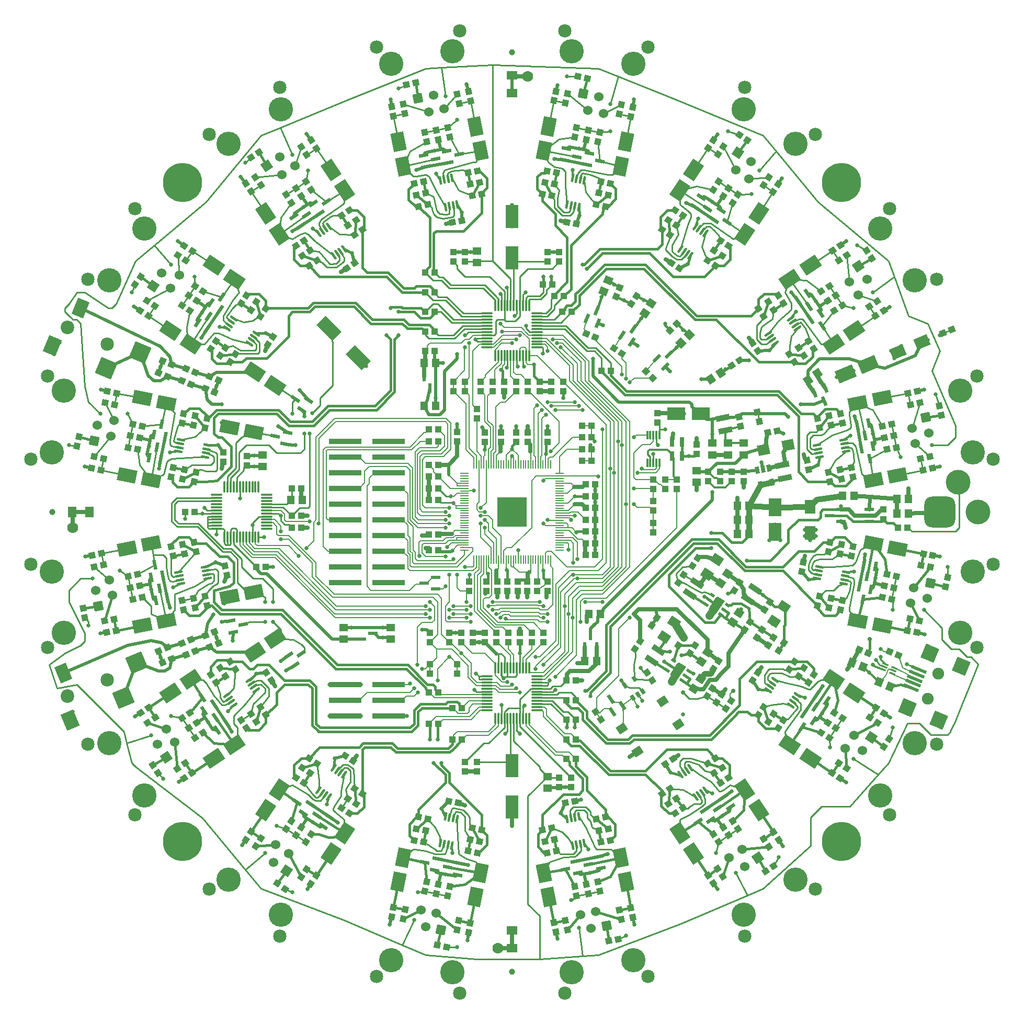
<source format=gtl>
G04 Layer_Physical_Order=1*
G04 Layer_Color=255*
%FSLAX25Y25*%
%MOIN*%
G70*
G01*
G75*
%ADD10C,0.01000*%
G04:AMPARAMS|DCode=11|XSize=39.37mil|YSize=41.34mil|CornerRadius=0mil|HoleSize=0mil|Usage=FLASHONLY|Rotation=247.500|XOffset=0mil|YOffset=0mil|HoleType=Round|Shape=Rectangle|*
%AMROTATEDRECTD11*
4,1,4,-0.01156,0.02610,0.02663,0.01028,0.01156,-0.02610,-0.02663,-0.01028,-0.01156,0.02610,0.0*
%
%ADD11ROTATEDRECTD11*%

G04:AMPARAMS|DCode=12|XSize=39.37mil|YSize=41.34mil|CornerRadius=0mil|HoleSize=0mil|Usage=FLASHONLY|Rotation=146.250|XOffset=0mil|YOffset=0mil|HoleType=Round|Shape=Rectangle|*
%AMROTATEDRECTD12*
4,1,4,0.02785,0.00625,0.00488,-0.02812,-0.02785,-0.00625,-0.00488,0.02812,0.02785,0.00625,0.0*
%
%ADD12ROTATEDRECTD12*%

G04:AMPARAMS|DCode=13|XSize=19.69mil|YSize=102.36mil|CornerRadius=0mil|HoleSize=0mil|Usage=FLASHONLY|Rotation=67.500|XOffset=0mil|YOffset=0mil|HoleType=Round|Shape=Rectangle|*
%AMROTATEDRECTD13*
4,1,4,0.04352,-0.02868,-0.05105,0.01049,-0.04352,0.02868,0.05105,-0.01049,0.04352,-0.02868,0.0*
%
%ADD13ROTATEDRECTD13*%

G04:AMPARAMS|DCode=14|XSize=90.55mil|YSize=94.49mil|CornerRadius=0mil|HoleSize=0mil|Usage=FLASHONLY|Rotation=157.500|XOffset=0mil|YOffset=0mil|HoleType=Round|Shape=Rectangle|*
%AMROTATEDRECTD14*
4,1,4,0.05991,0.02632,0.02375,-0.06097,-0.05991,-0.02632,-0.02375,0.06097,0.05991,0.02632,0.0*
%
%ADD14ROTATEDRECTD14*%

%ADD15R,0.05709X0.00787*%
%ADD16R,0.18898X0.18898*%
%ADD17R,0.00787X0.05709*%
G04:AMPARAMS|DCode=18|XSize=39.37mil|YSize=41.34mil|CornerRadius=0mil|HoleSize=0mil|Usage=FLASHONLY|Rotation=101.250|XOffset=0mil|YOffset=0mil|HoleType=Round|Shape=Rectangle|*
%AMROTATEDRECTD18*
4,1,4,0.02411,-0.01527,-0.01643,-0.02334,-0.02411,0.01527,0.01643,0.02334,0.02411,-0.01527,0.0*
%
%ADD18ROTATEDRECTD18*%

G04:AMPARAMS|DCode=19|XSize=66mil|YSize=74mil|CornerRadius=0mil|HoleSize=0mil|Usage=FLASHONLY|Rotation=101.250|XOffset=0mil|YOffset=0mil|HoleType=Round|Shape=Rectangle|*
%AMROTATEDRECTD19*
4,1,4,0.04273,-0.02515,-0.02985,-0.03958,-0.04273,0.02515,0.02985,0.03958,0.04273,-0.02515,0.0*
%
%ADD19ROTATEDRECTD19*%

%ADD20R,0.05315X0.04724*%
%ADD21R,0.03937X0.04134*%
G04:AMPARAMS|DCode=22|XSize=53.15mil|YSize=47.24mil|CornerRadius=0mil|HoleSize=0mil|Usage=FLASHONLY|Rotation=146.250|XOffset=0mil|YOffset=0mil|HoleType=Round|Shape=Rectangle|*
%AMROTATEDRECTD22*
4,1,4,0.03522,0.00488,0.00897,-0.03441,-0.03522,-0.00488,-0.00897,0.03441,0.03522,0.00488,0.0*
%
%ADD22ROTATEDRECTD22*%

%ADD23R,0.04134X0.03937*%
G04:AMPARAMS|DCode=24|XSize=23.62mil|YSize=35.43mil|CornerRadius=0mil|HoleSize=0mil|Usage=FLASHONLY|Rotation=213.750|XOffset=0mil|YOffset=0mil|HoleType=Round|Shape=Rectangle|*
%AMROTATEDRECTD24*
4,1,4,-0.00002,0.02129,0.01966,-0.00817,0.00002,-0.02129,-0.01966,0.00817,-0.00002,0.02129,0.0*
%
%ADD24ROTATEDRECTD24*%

G04:AMPARAMS|DCode=25|XSize=21.65mil|YSize=61.02mil|CornerRadius=0mil|HoleSize=0mil|Usage=FLASHONLY|Rotation=213.750|XOffset=0mil|YOffset=0mil|HoleType=Round|Shape=Rectangle|*
%AMROTATEDRECTD25*
4,1,4,-0.00795,0.03139,0.02595,-0.01936,0.00795,-0.03139,-0.02595,0.01936,-0.00795,0.03139,0.0*
%
%ADD25ROTATEDRECTD25*%

G04:AMPARAMS|DCode=26|XSize=21.65mil|YSize=61.02mil|CornerRadius=0mil|HoleSize=0mil|Usage=FLASHONLY|Rotation=258.750|XOffset=0mil|YOffset=0mil|HoleType=Round|Shape=Rectangle|*
%AMROTATEDRECTD26*
4,1,4,-0.02781,0.01657,0.03204,0.00467,0.02781,-0.01657,-0.03204,-0.00467,-0.02781,0.01657,0.0*
%
%ADD26ROTATEDRECTD26*%

G04:AMPARAMS|DCode=27|XSize=21.65mil|YSize=61.02mil|CornerRadius=0mil|HoleSize=0mil|Usage=FLASHONLY|Rotation=281.250|XOffset=0mil|YOffset=0mil|HoleType=Round|Shape=Rectangle|*
%AMROTATEDRECTD27*
4,1,4,-0.03204,0.00467,0.02781,0.01657,0.03204,-0.00467,-0.02781,-0.01657,-0.03204,0.00467,0.0*
%
%ADD27ROTATEDRECTD27*%

G04:AMPARAMS|DCode=28|XSize=39.37mil|YSize=41.34mil|CornerRadius=0mil|HoleSize=0mil|Usage=FLASHONLY|Rotation=11.250|XOffset=0mil|YOffset=0mil|HoleType=Round|Shape=Rectangle|*
%AMROTATEDRECTD28*
4,1,4,-0.01527,-0.02411,-0.02334,0.01643,0.01527,0.02411,0.02334,-0.01643,-0.01527,-0.02411,0.0*
%
%ADD28ROTATEDRECTD28*%

G04:AMPARAMS|DCode=29|XSize=82.68mil|YSize=118.11mil|CornerRadius=0mil|HoleSize=0mil|Usage=FLASHONLY|Rotation=11.250|XOffset=0mil|YOffset=0mil|HoleType=Round|Shape=Rectangle|*
%AMROTATEDRECTD29*
4,1,4,-0.02902,-0.06599,-0.05207,0.04986,0.02902,0.06599,0.05207,-0.04986,-0.02902,-0.06599,0.0*
%
%ADD29ROTATEDRECTD29*%

G04:AMPARAMS|DCode=30|XSize=39.37mil|YSize=41.34mil|CornerRadius=0mil|HoleSize=0mil|Usage=FLASHONLY|Rotation=123.750|XOffset=0mil|YOffset=0mil|HoleType=Round|Shape=Rectangle|*
%AMROTATEDRECTD30*
4,1,4,0.02812,-0.00488,-0.00625,-0.02785,-0.02812,0.00488,0.00625,0.02785,0.02812,-0.00488,0.0*
%
%ADD30ROTATEDRECTD30*%

G04:AMPARAMS|DCode=31|XSize=21.65mil|YSize=61.02mil|CornerRadius=0mil|HoleSize=0mil|Usage=FLASHONLY|Rotation=303.750|XOffset=0mil|YOffset=0mil|HoleType=Round|Shape=Rectangle|*
%AMROTATEDRECTD31*
4,1,4,-0.03139,-0.00795,0.01936,0.02595,0.03139,0.00795,-0.01936,-0.02595,-0.03139,-0.00795,0.0*
%
%ADD31ROTATEDRECTD31*%

G04:AMPARAMS|DCode=32|XSize=39.37mil|YSize=41.34mil|CornerRadius=0mil|HoleSize=0mil|Usage=FLASHONLY|Rotation=213.750|XOffset=0mil|YOffset=0mil|HoleType=Round|Shape=Rectangle|*
%AMROTATEDRECTD32*
4,1,4,0.00488,0.02812,0.02785,-0.00625,-0.00488,-0.02812,-0.02785,0.00625,0.00488,0.02812,0.0*
%
%ADD32ROTATEDRECTD32*%

G04:AMPARAMS|DCode=33|XSize=82.68mil|YSize=118.11mil|CornerRadius=0mil|HoleSize=0mil|Usage=FLASHONLY|Rotation=33.750|XOffset=0mil|YOffset=0mil|HoleType=Round|Shape=Rectangle|*
%AMROTATEDRECTD33*
4,1,4,-0.00156,-0.07207,-0.06718,0.02614,0.00156,0.07207,0.06718,-0.02614,-0.00156,-0.07207,0.0*
%
%ADD33ROTATEDRECTD33*%

G04:AMPARAMS|DCode=34|XSize=15.8mil|YSize=57.09mil|CornerRadius=0mil|HoleSize=0mil|Usage=FLASHONLY|Rotation=236.250|XOffset=0mil|YOffset=0mil|HoleType=Round|Shape=Round|*
%AMOVALD34*
21,1,0.04129,0.01580,0.00000,0.00000,326.3*
1,1,0.01580,-0.01716,0.01147*
1,1,0.01580,0.01716,-0.01147*
%
%ADD34OVALD34*%

G04:AMPARAMS|DCode=35|XSize=39.37mil|YSize=41.34mil|CornerRadius=0mil|HoleSize=0mil|Usage=FLASHONLY|Rotation=168.750|XOffset=0mil|YOffset=0mil|HoleType=Round|Shape=Rectangle|*
%AMROTATEDRECTD35*
4,1,4,0.02334,0.01643,0.01527,-0.02411,-0.02334,-0.01643,-0.01527,0.02411,0.02334,0.01643,0.0*
%
%ADD35ROTATEDRECTD35*%

G04:AMPARAMS|DCode=36|XSize=21.65mil|YSize=61.02mil|CornerRadius=0mil|HoleSize=0mil|Usage=FLASHONLY|Rotation=326.250|XOffset=0mil|YOffset=0mil|HoleType=Round|Shape=Rectangle|*
%AMROTATEDRECTD36*
4,1,4,-0.02595,-0.01936,0.00795,0.03139,0.02595,0.01936,-0.00795,-0.03139,-0.02595,-0.01936,0.0*
%
%ADD36ROTATEDRECTD36*%

G04:AMPARAMS|DCode=37|XSize=82.68mil|YSize=118.11mil|CornerRadius=0mil|HoleSize=0mil|Usage=FLASHONLY|Rotation=56.250|XOffset=0mil|YOffset=0mil|HoleType=Round|Shape=Rectangle|*
%AMROTATEDRECTD37*
4,1,4,0.02614,-0.06718,-0.07207,-0.00156,-0.02614,0.06718,0.07207,0.00156,0.02614,-0.06718,0.0*
%
%ADD37ROTATEDRECTD37*%

G04:AMPARAMS|DCode=38|XSize=39.37mil|YSize=41.34mil|CornerRadius=0mil|HoleSize=0mil|Usage=FLASHONLY|Rotation=56.250|XOffset=0mil|YOffset=0mil|HoleType=Round|Shape=Rectangle|*
%AMROTATEDRECTD38*
4,1,4,0.00625,-0.02785,-0.02812,-0.00488,-0.00625,0.02785,0.02812,0.00488,0.00625,-0.02785,0.0*
%
%ADD38ROTATEDRECTD38*%

G04:AMPARAMS|DCode=39|XSize=11.81mil|YSize=38.98mil|CornerRadius=0mil|HoleSize=0mil|Usage=FLASHONLY|Rotation=67.500|XOffset=0mil|YOffset=0mil|HoleType=Round|Shape=Rectangle|*
%AMROTATEDRECTD39*
4,1,4,0.01575,-0.01291,-0.02027,0.00200,-0.01575,0.01291,0.02027,-0.00200,0.01575,-0.01291,0.0*
%
%ADD39ROTATEDRECTD39*%

G04:AMPARAMS|DCode=40|XSize=53.15mil|YSize=47.24mil|CornerRadius=0mil|HoleSize=0mil|Usage=FLASHONLY|Rotation=247.500|XOffset=0mil|YOffset=0mil|HoleType=Round|Shape=Rectangle|*
%AMROTATEDRECTD40*
4,1,4,-0.01165,0.03359,0.03199,0.01551,0.01165,-0.03359,-0.03199,-0.01551,-0.01165,0.03359,0.0*
%
%ADD40ROTATEDRECTD40*%

G04:AMPARAMS|DCode=41|XSize=21.65mil|YSize=61.02mil|CornerRadius=0mil|HoleSize=0mil|Usage=FLASHONLY|Rotation=348.750|XOffset=0mil|YOffset=0mil|HoleType=Round|Shape=Rectangle|*
%AMROTATEDRECTD41*
4,1,4,-0.01657,-0.02781,-0.00467,0.03204,0.01657,0.02781,0.00467,-0.03204,-0.01657,-0.02781,0.0*
%
%ADD41ROTATEDRECTD41*%

G04:AMPARAMS|DCode=42|XSize=82.68mil|YSize=118.11mil|CornerRadius=0mil|HoleSize=0mil|Usage=FLASHONLY|Rotation=78.750|XOffset=0mil|YOffset=0mil|HoleType=Round|Shape=Rectangle|*
%AMROTATEDRECTD42*
4,1,4,0.04986,-0.05207,-0.06599,-0.02902,-0.04986,0.05207,0.06599,0.02902,0.04986,-0.05207,0.0*
%
%ADD42ROTATEDRECTD42*%

G04:AMPARAMS|DCode=43|XSize=39.37mil|YSize=41.34mil|CornerRadius=0mil|HoleSize=0mil|Usage=FLASHONLY|Rotation=78.750|XOffset=0mil|YOffset=0mil|HoleType=Round|Shape=Rectangle|*
%AMROTATEDRECTD43*
4,1,4,0.01643,-0.02334,-0.02411,-0.01527,-0.01643,0.02334,0.02411,0.01527,0.01643,-0.02334,0.0*
%
%ADD43ROTATEDRECTD43*%

G04:AMPARAMS|DCode=44|XSize=15.8mil|YSize=57.09mil|CornerRadius=0mil|HoleSize=0mil|Usage=FLASHONLY|Rotation=258.750|XOffset=0mil|YOffset=0mil|HoleType=Round|Shape=Round|*
%AMOVALD44*
21,1,0.04129,0.01580,0.00000,0.00000,348.8*
1,1,0.01580,-0.02025,0.00403*
1,1,0.01580,0.02025,-0.00403*
%
%ADD44OVALD44*%

%ADD45R,0.06102X0.02165*%
%ADD46R,0.04724X0.05315*%
G04:AMPARAMS|DCode=47|XSize=21.65mil|YSize=61.02mil|CornerRadius=0mil|HoleSize=0mil|Usage=FLASHONLY|Rotation=11.250|XOffset=0mil|YOffset=0mil|HoleType=Round|Shape=Rectangle|*
%AMROTATEDRECTD47*
4,1,4,-0.00467,-0.03204,-0.01657,0.02781,0.00467,0.03204,0.01657,-0.02781,-0.00467,-0.03204,0.0*
%
%ADD47ROTATEDRECTD47*%

G04:AMPARAMS|DCode=48|XSize=82.68mil|YSize=118.11mil|CornerRadius=0mil|HoleSize=0mil|Usage=FLASHONLY|Rotation=101.250|XOffset=0mil|YOffset=0mil|HoleType=Round|Shape=Rectangle|*
%AMROTATEDRECTD48*
4,1,4,0.06599,-0.02902,-0.04986,-0.05207,-0.06599,0.02902,0.04986,0.05207,0.06599,-0.02902,0.0*
%
%ADD48ROTATEDRECTD48*%

G04:AMPARAMS|DCode=49|XSize=21.65mil|YSize=61.02mil|CornerRadius=0mil|HoleSize=0mil|Usage=FLASHONLY|Rotation=56.250|XOffset=0mil|YOffset=0mil|HoleType=Round|Shape=Rectangle|*
%AMROTATEDRECTD49*
4,1,4,0.01936,-0.02595,-0.03139,0.00795,-0.01936,0.02595,0.03139,-0.00795,0.01936,-0.02595,0.0*
%
%ADD49ROTATEDRECTD49*%

G04:AMPARAMS|DCode=50|XSize=82.68mil|YSize=118.11mil|CornerRadius=0mil|HoleSize=0mil|Usage=FLASHONLY|Rotation=123.750|XOffset=0mil|YOffset=0mil|HoleType=Round|Shape=Rectangle|*
%AMROTATEDRECTD50*
4,1,4,0.07207,-0.00156,-0.02614,-0.06718,-0.07207,0.00156,0.02614,0.06718,0.07207,-0.00156,0.0*
%
%ADD50ROTATEDRECTD50*%

G04:AMPARAMS|DCode=51|XSize=82.68mil|YSize=118.11mil|CornerRadius=0mil|HoleSize=0mil|Usage=FLASHONLY|Rotation=146.250|XOffset=0mil|YOffset=0mil|HoleType=Round|Shape=Rectangle|*
%AMROTATEDRECTD51*
4,1,4,0.06718,0.02614,0.00156,-0.07207,-0.06718,-0.02614,-0.00156,0.07207,0.06718,0.02614,0.0*
%
%ADD51ROTATEDRECTD51*%

G04:AMPARAMS|DCode=52|XSize=82.68mil|YSize=118.11mil|CornerRadius=0mil|HoleSize=0mil|Usage=FLASHONLY|Rotation=168.750|XOffset=0mil|YOffset=0mil|HoleType=Round|Shape=Rectangle|*
%AMROTATEDRECTD52*
4,1,4,0.05207,0.04986,0.02902,-0.06599,-0.05207,-0.04986,-0.02902,0.06599,0.05207,0.04986,0.0*
%
%ADD52ROTATEDRECTD52*%

G04:AMPARAMS|DCode=53|XSize=15.8mil|YSize=57.09mil|CornerRadius=0mil|HoleSize=0mil|Usage=FLASHONLY|Rotation=348.750|XOffset=0mil|YOffset=0mil|HoleType=Round|Shape=Round|*
%AMOVALD53*
21,1,0.04129,0.01580,0.00000,0.00000,78.8*
1,1,0.01580,-0.00403,-0.02025*
1,1,0.01580,0.00403,0.02025*
%
%ADD53OVALD53*%

G04:AMPARAMS|DCode=54|XSize=15.8mil|YSize=57.09mil|CornerRadius=0mil|HoleSize=0mil|Usage=FLASHONLY|Rotation=123.750|XOffset=0mil|YOffset=0mil|HoleType=Round|Shape=Round|*
%AMOVALD54*
21,1,0.04129,0.01580,0.00000,0.00000,213.8*
1,1,0.01580,0.01716,0.01147*
1,1,0.01580,-0.01716,-0.01147*
%
%ADD54OVALD54*%

G04:AMPARAMS|DCode=55|XSize=15.8mil|YSize=57.09mil|CornerRadius=0mil|HoleSize=0mil|Usage=FLASHONLY|Rotation=191.250|XOffset=0mil|YOffset=0mil|HoleType=Round|Shape=Round|*
%AMOVALD55*
21,1,0.04129,0.01580,0.00000,0.00000,281.3*
1,1,0.01580,-0.00403,0.02025*
1,1,0.01580,0.00403,-0.02025*
%
%ADD55OVALD55*%

G04:AMPARAMS|DCode=56|XSize=15.8mil|YSize=57.09mil|CornerRadius=0mil|HoleSize=0mil|Usage=FLASHONLY|Rotation=326.250|XOffset=0mil|YOffset=0mil|HoleType=Round|Shape=Round|*
%AMOVALD56*
21,1,0.04129,0.01580,0.00000,0.00000,56.3*
1,1,0.01580,-0.01147,-0.01716*
1,1,0.01580,0.01147,0.01716*
%
%ADD56OVALD56*%

G04:AMPARAMS|DCode=57|XSize=15.8mil|YSize=57.09mil|CornerRadius=0mil|HoleSize=0mil|Usage=FLASHONLY|Rotation=33.750|XOffset=0mil|YOffset=0mil|HoleType=Round|Shape=Round|*
%AMOVALD57*
21,1,0.04129,0.01580,0.00000,0.00000,123.8*
1,1,0.01580,0.01147,-0.01716*
1,1,0.01580,-0.01147,0.01716*
%
%ADD57OVALD57*%

G04:AMPARAMS|DCode=58|XSize=15.8mil|YSize=57.09mil|CornerRadius=0mil|HoleSize=0mil|Usage=FLASHONLY|Rotation=101.250|XOffset=0mil|YOffset=0mil|HoleType=Round|Shape=Round|*
%AMOVALD58*
21,1,0.04129,0.01580,0.00000,0.00000,191.3*
1,1,0.01580,0.02025,0.00403*
1,1,0.01580,-0.02025,-0.00403*
%
%ADD58OVALD58*%

G04:AMPARAMS|DCode=59|XSize=53.15mil|YSize=47.24mil|CornerRadius=0mil|HoleSize=0mil|Usage=FLASHONLY|Rotation=123.750|XOffset=0mil|YOffset=0mil|HoleType=Round|Shape=Rectangle|*
%AMROTATEDRECTD59*
4,1,4,0.03441,-0.00897,-0.00488,-0.03522,-0.03441,0.00897,0.00488,0.03522,0.03441,-0.00897,0.0*
%
%ADD59ROTATEDRECTD59*%

%ADD60R,0.08268X0.11811*%
G04:AMPARAMS|DCode=61|XSize=70.87mil|YSize=57.09mil|CornerRadius=0mil|HoleSize=0mil|Usage=FLASHONLY|Rotation=146.250|XOffset=0mil|YOffset=0mil|HoleType=Round|Shape=Rectangle|*
%AMROTATEDRECTD61*
4,1,4,0.04532,0.00405,0.01360,-0.04342,-0.04532,-0.00405,-0.01360,0.04342,0.04532,0.00405,0.0*
%
%ADD61ROTATEDRECTD61*%

%ADD62R,0.11811X0.08268*%
G04:AMPARAMS|DCode=63|XSize=82.68mil|YSize=118.11mil|CornerRadius=0mil|HoleSize=0mil|Usage=FLASHONLY|Rotation=292.500|XOffset=0mil|YOffset=0mil|HoleType=Round|Shape=Rectangle|*
%AMROTATEDRECTD63*
4,1,4,-0.07038,0.01559,0.03874,0.06079,0.07038,-0.01559,-0.03874,-0.06079,-0.07038,0.01559,0.0*
%
%ADD63ROTATEDRECTD63*%

%ADD64R,0.08268X0.14567*%
G04:AMPARAMS|DCode=65|XSize=53.15mil|YSize=47.24mil|CornerRadius=0mil|HoleSize=0mil|Usage=FLASHONLY|Rotation=135.000|XOffset=0mil|YOffset=0mil|HoleType=Round|Shape=Rectangle|*
%AMROTATEDRECTD65*
4,1,4,0.03550,-0.00209,0.00209,-0.03550,-0.03550,0.00209,-0.00209,0.03550,0.03550,-0.00209,0.0*
%
%ADD65ROTATEDRECTD65*%

G04:AMPARAMS|DCode=66|XSize=53.15mil|YSize=47.24mil|CornerRadius=0mil|HoleSize=0mil|Usage=FLASHONLY|Rotation=157.500|XOffset=0mil|YOffset=0mil|HoleType=Round|Shape=Rectangle|*
%AMROTATEDRECTD66*
4,1,4,0.03359,0.01165,0.01551,-0.03199,-0.03359,-0.01165,-0.01551,0.03199,0.03359,0.01165,0.0*
%
%ADD66ROTATEDRECTD66*%

G04:AMPARAMS|DCode=67|XSize=70.87mil|YSize=90.55mil|CornerRadius=0mil|HoleSize=0mil|Usage=FLASHONLY|Rotation=292.500|XOffset=0mil|YOffset=0mil|HoleType=Round|Shape=Rectangle|*
%AMROTATEDRECTD67*
4,1,4,-0.05539,0.01541,0.02827,0.05006,0.05539,-0.01541,-0.02827,-0.05006,-0.05539,0.01541,0.0*
%
%ADD67ROTATEDRECTD67*%

%ADD68R,0.07087X0.09055*%
G04:AMPARAMS|DCode=69|XSize=39.37mil|YSize=39.37mil|CornerRadius=19.69mil|HoleSize=0mil|Usage=FLASHONLY|Rotation=270.000|XOffset=0mil|YOffset=0mil|HoleType=Round|Shape=RoundedRectangle|*
%AMROUNDEDRECTD69*
21,1,0.03937,0.00000,0,0,270.0*
21,1,0.00000,0.03937,0,0,270.0*
1,1,0.03937,0.00000,0.00000*
1,1,0.03937,0.00000,0.00000*
1,1,0.03937,0.00000,0.00000*
1,1,0.03937,0.00000,0.00000*
%
%ADD69ROUNDEDRECTD69*%
G04:AMPARAMS|DCode=70|XSize=39.37mil|YSize=39.37mil|CornerRadius=19.69mil|HoleSize=0mil|Usage=FLASHONLY|Rotation=180.000|XOffset=0mil|YOffset=0mil|HoleType=Round|Shape=RoundedRectangle|*
%AMROUNDEDRECTD70*
21,1,0.03937,0.00000,0,0,180.0*
21,1,0.00000,0.03937,0,0,180.0*
1,1,0.03937,0.00000,0.00000*
1,1,0.03937,0.00000,0.00000*
1,1,0.03937,0.00000,0.00000*
1,1,0.03937,0.00000,0.00000*
%
%ADD70ROUNDEDRECTD70*%
%ADD71R,0.20898X0.03504*%
G04:AMPARAMS|DCode=72|XSize=86.61mil|YSize=35.43mil|CornerRadius=0mil|HoleSize=0mil|Usage=FLASHONLY|Rotation=146.250|XOffset=0mil|YOffset=0mil|HoleType=Round|Shape=Rectangle|*
%AMROTATEDRECTD72*
4,1,4,0.04585,-0.00933,0.02617,-0.03879,-0.04585,0.00933,-0.02617,0.03879,0.04585,-0.00933,0.0*
%
%ADD72ROTATEDRECTD72*%

G04:AMPARAMS|DCode=73|XSize=86.61mil|YSize=35.43mil|CornerRadius=0mil|HoleSize=0mil|Usage=FLASHONLY|Rotation=191.250|XOffset=0mil|YOffset=0mil|HoleType=Round|Shape=Rectangle|*
%AMROTATEDRECTD73*
4,1,4,0.03902,0.02583,0.04593,-0.00893,-0.03902,-0.02583,-0.04593,0.00893,0.03902,0.02583,0.0*
%
%ADD73ROTATEDRECTD73*%

G04:AMPARAMS|DCode=74|XSize=21.65mil|YSize=61.02mil|CornerRadius=0mil|HoleSize=0mil|Usage=FLASHONLY|Rotation=135.000|XOffset=0mil|YOffset=0mil|HoleType=Round|Shape=Rectangle|*
%AMROTATEDRECTD74*
4,1,4,0.02923,0.01392,-0.01392,-0.02923,-0.02923,-0.01392,0.01392,0.02923,0.02923,0.01392,0.0*
%
%ADD74ROTATEDRECTD74*%

G04:AMPARAMS|DCode=75|XSize=21.65mil|YSize=61.02mil|CornerRadius=0mil|HoleSize=0mil|Usage=FLASHONLY|Rotation=157.500|XOffset=0mil|YOffset=0mil|HoleType=Round|Shape=Rectangle|*
%AMROTATEDRECTD75*
4,1,4,0.02168,0.02405,-0.00167,-0.03233,-0.02168,-0.02405,0.00167,0.03233,0.02168,0.02405,0.0*
%
%ADD75ROTATEDRECTD75*%

G04:AMPARAMS|DCode=76|XSize=39.37mil|YSize=41.34mil|CornerRadius=0mil|HoleSize=0mil|Usage=FLASHONLY|Rotation=337.500|XOffset=0mil|YOffset=0mil|HoleType=Round|Shape=Rectangle|*
%AMROTATEDRECTD76*
4,1,4,-0.02610,-0.01156,-0.01028,0.02663,0.02610,0.01156,0.01028,-0.02663,-0.02610,-0.01156,0.0*
%
%ADD76ROTATEDRECTD76*%

G04:AMPARAMS|DCode=77|XSize=39.37mil|YSize=41.34mil|CornerRadius=0mil|HoleSize=0mil|Usage=FLASHONLY|Rotation=315.000|XOffset=0mil|YOffset=0mil|HoleType=Round|Shape=Rectangle|*
%AMROTATEDRECTD77*
4,1,4,-0.02854,-0.00070,0.00070,0.02854,0.02854,0.00070,-0.00070,-0.02854,-0.02854,-0.00070,0.0*
%
%ADD77ROTATEDRECTD77*%

G04:AMPARAMS|DCode=78|XSize=39.37mil|YSize=41.34mil|CornerRadius=0mil|HoleSize=0mil|Usage=FLASHONLY|Rotation=225.000|XOffset=0mil|YOffset=0mil|HoleType=Round|Shape=Rectangle|*
%AMROTATEDRECTD78*
4,1,4,-0.00070,0.02854,0.02854,-0.00070,0.00070,-0.02854,-0.02854,0.00070,-0.00070,0.02854,0.0*
%
%ADD78ROTATEDRECTD78*%

G04:AMPARAMS|DCode=79|XSize=51.18mil|YSize=61.02mil|CornerRadius=0mil|HoleSize=0mil|Usage=FLASHONLY|Rotation=123.750|XOffset=0mil|YOffset=0mil|HoleType=Round|Shape=Rectangle|*
%AMROTATEDRECTD79*
4,1,4,0.03959,-0.00433,-0.01115,-0.03823,-0.03959,0.00433,0.01115,0.03823,0.03959,-0.00433,0.0*
%
%ADD79ROTATEDRECTD79*%

G04:AMPARAMS|DCode=80|XSize=21.65mil|YSize=61.02mil|CornerRadius=0mil|HoleSize=0mil|Usage=FLASHONLY|Rotation=22.500|XOffset=0mil|YOffset=0mil|HoleType=Round|Shape=Rectangle|*
%AMROTATEDRECTD80*
4,1,4,0.00167,-0.03233,-0.02168,0.02405,-0.00167,0.03233,0.02168,-0.02405,0.00167,-0.03233,0.0*
%
%ADD80ROTATEDRECTD80*%

%ADD81R,0.01181X0.05512*%
%ADD82R,0.02559X0.06102*%
G04:AMPARAMS|DCode=83|XSize=31.5mil|YSize=17.72mil|CornerRadius=0mil|HoleSize=0mil|Usage=FLASHONLY|Rotation=326.250|XOffset=0mil|YOffset=0mil|HoleType=Round|Shape=Rectangle|*
%AMROTATEDRECTD83*
4,1,4,-0.01802,0.00138,-0.00817,0.01612,0.01802,-0.00138,0.00817,-0.01612,-0.01802,0.00138,0.0*
%
%ADD83ROTATEDRECTD83*%

%ADD84P,0.01949X4X371.3*%
G04:AMPARAMS|DCode=85|XSize=25.59mil|YSize=43.31mil|CornerRadius=0mil|HoleSize=0mil|Usage=FLASHONLY|Rotation=11.250|XOffset=0mil|YOffset=0mil|HoleType=Round|Shape=Rectangle|*
%AMROTATEDRECTD85*
4,1,4,-0.00833,-0.02373,-0.01677,0.01874,0.00833,0.02373,0.01677,-0.01874,-0.00833,-0.02373,0.0*
%
%ADD85ROTATEDRECTD85*%

%ADD86R,0.02165X0.06102*%
G04:AMPARAMS|DCode=87|XSize=11.81mil|YSize=72.84mil|CornerRadius=2.95mil|HoleSize=0mil|Usage=FLASHONLY|Rotation=180.000|XOffset=0mil|YOffset=0mil|HoleType=Round|Shape=RoundedRectangle|*
%AMROUNDEDRECTD87*
21,1,0.01181,0.06693,0,0,180.0*
21,1,0.00591,0.07284,0,0,180.0*
1,1,0.00591,-0.00295,0.03347*
1,1,0.00591,0.00295,0.03347*
1,1,0.00591,0.00295,-0.03347*
1,1,0.00591,-0.00295,-0.03347*
%
%ADD87ROUNDEDRECTD87*%
G04:AMPARAMS|DCode=88|XSize=11.81mil|YSize=72.84mil|CornerRadius=2.95mil|HoleSize=0mil|Usage=FLASHONLY|Rotation=90.000|XOffset=0mil|YOffset=0mil|HoleType=Round|Shape=RoundedRectangle|*
%AMROUNDEDRECTD88*
21,1,0.01181,0.06693,0,0,90.0*
21,1,0.00591,0.07284,0,0,90.0*
1,1,0.00591,0.03347,0.00295*
1,1,0.00591,0.03347,-0.00295*
1,1,0.00591,-0.03347,-0.00295*
1,1,0.00591,-0.03347,0.00295*
%
%ADD88ROUNDEDRECTD88*%
G04:AMPARAMS|DCode=89|XSize=82.68mil|YSize=145.67mil|CornerRadius=0mil|HoleSize=0mil|Usage=FLASHONLY|Rotation=45.000|XOffset=0mil|YOffset=0mil|HoleType=Round|Shape=Rectangle|*
%AMROTATEDRECTD89*
4,1,4,0.02227,-0.08073,-0.08073,0.02227,-0.02227,0.08073,0.08073,-0.02227,0.02227,-0.08073,0.0*
%
%ADD89ROTATEDRECTD89*%

G04:AMPARAMS|DCode=90|XSize=78.74mil|YSize=110.24mil|CornerRadius=0mil|HoleSize=0mil|Usage=FLASHONLY|Rotation=22.500|XOffset=0mil|YOffset=0mil|HoleType=Round|Shape=Rectangle|*
%AMROTATEDRECTD90*
4,1,4,-0.01528,-0.06599,-0.05747,0.03586,0.01528,0.06599,0.05747,-0.03586,-0.01528,-0.06599,0.0*
%
%ADD90ROTATEDRECTD90*%

%ADD91P,0.15590X4X67.5*%
G04:AMPARAMS|DCode=92|XSize=86.61mil|YSize=110.24mil|CornerRadius=0mil|HoleSize=0mil|Usage=FLASHONLY|Rotation=22.500|XOffset=0mil|YOffset=0mil|HoleType=Round|Shape=Rectangle|*
%AMROTATEDRECTD92*
4,1,4,-0.01892,-0.06750,-0.06110,0.03435,0.01892,0.06750,0.06110,-0.03435,-0.01892,-0.06750,0.0*
%
%ADD92ROTATEDRECTD92*%

G04:AMPARAMS|DCode=93|XSize=78.74mil|YSize=110.24mil|CornerRadius=0mil|HoleSize=0mil|Usage=FLASHONLY|Rotation=337.500|XOffset=0mil|YOffset=0mil|HoleType=Round|Shape=Rectangle|*
%AMROTATEDRECTD93*
4,1,4,-0.05747,-0.03586,-0.01528,0.06599,0.05747,0.03586,0.01528,-0.06599,-0.05747,-0.03586,0.0*
%
%ADD93ROTATEDRECTD93*%

%ADD94P,0.15590X4X382.5*%
G04:AMPARAMS|DCode=95|XSize=86.61mil|YSize=110.24mil|CornerRadius=0mil|HoleSize=0mil|Usage=FLASHONLY|Rotation=337.500|XOffset=0mil|YOffset=0mil|HoleType=Round|Shape=Rectangle|*
%AMROTATEDRECTD95*
4,1,4,-0.06110,-0.03435,-0.01892,0.06750,0.06110,0.03435,0.01892,-0.06750,-0.06110,-0.03435,0.0*
%
%ADD95ROTATEDRECTD95*%

%ADD96R,0.05709X0.07087*%
G04:AMPARAMS|DCode=97|XSize=39.37mil|YSize=41.34mil|CornerRadius=0mil|HoleSize=0mil|Usage=FLASHONLY|Rotation=112.500|XOffset=0mil|YOffset=0mil|HoleType=Round|Shape=Rectangle|*
%AMROTATEDRECTD97*
4,1,4,0.02663,-0.01028,-0.01156,-0.02610,-0.02663,0.01028,0.01156,0.02610,0.02663,-0.01028,0.0*
%
%ADD97ROTATEDRECTD97*%

%ADD98R,0.07087X0.05709*%
%ADD99C,0.02500*%
%ADD100C,0.01500*%
%ADD101C,0.02200*%
%ADD102C,0.00800*%
%ADD103C,0.03500*%
%ADD104C,0.02000*%
%ADD105C,0.01100*%
%ADD106C,0.01200*%
%ADD107C,0.01180*%
%ADD108C,0.05000*%
%ADD109C,0.00900*%
%ADD110C,0.07500*%
%ADD111C,0.08500*%
%ADD112P,0.08485X4X146.3*%
%ADD113C,0.06000*%
%ADD114C,0.15500*%
%ADD115P,0.08485X4X168.8*%
%ADD116P,0.08485X4X191.3*%
%ADD117P,0.08485X4X213.8*%
%ADD118P,0.08485X4X236.3*%
%ADD119P,0.08485X4X258.8*%
%ADD120P,0.08485X4X281.3*%
%ADD121P,0.08485X4X303.8*%
%ADD122C,0.15748*%
G04:AMPARAMS|DCode=123|XSize=196.85mil|YSize=196.85mil|CornerRadius=49.21mil|HoleSize=0mil|Usage=FLASHONLY|Rotation=90.000|XOffset=0mil|YOffset=0mil|HoleType=Round|Shape=RoundedRectangle|*
%AMROUNDEDRECTD123*
21,1,0.19685,0.09843,0,0,90.0*
21,1,0.09843,0.19685,0,0,90.0*
1,1,0.09843,0.04921,0.04921*
1,1,0.09843,0.04921,-0.04921*
1,1,0.09843,-0.04921,-0.04921*
1,1,0.09843,-0.04921,0.04921*
%
%ADD123ROUNDEDRECTD123*%
G04:AMPARAMS|DCode=124|XSize=250mil|YSize=250mil|CornerRadius=125mil|HoleSize=0mil|Usage=FLASHONLY|Rotation=78.750|XOffset=0mil|YOffset=0mil|HoleType=Round|Shape=RoundedRectangle|*
%AMROUNDEDRECTD124*
21,1,0.25000,0.00000,0,0,78.8*
21,1,0.00000,0.25000,0,0,78.8*
1,1,0.25000,0.00000,0.00000*
1,1,0.25000,0.00000,0.00000*
1,1,0.25000,0.00000,0.00000*
1,1,0.25000,0.00000,0.00000*
%
%ADD124ROUNDEDRECTD124*%
G04:AMPARAMS|DCode=125|XSize=250mil|YSize=250mil|CornerRadius=125mil|HoleSize=0mil|Usage=FLASHONLY|Rotation=11.250|XOffset=0mil|YOffset=0mil|HoleType=Round|Shape=RoundedRectangle|*
%AMROUNDEDRECTD125*
21,1,0.25000,0.00000,0,0,11.3*
21,1,0.00000,0.25000,0,0,11.3*
1,1,0.25000,0.00000,0.00000*
1,1,0.25000,0.00000,0.00000*
1,1,0.25000,0.00000,0.00000*
1,1,0.25000,0.00000,0.00000*
%
%ADD125ROUNDEDRECTD125*%
G04:AMPARAMS|DCode=126|XSize=85mil|YSize=85mil|CornerRadius=42.5mil|HoleSize=0mil|Usage=FLASHONLY|Rotation=22.500|XOffset=0mil|YOffset=0mil|HoleType=Round|Shape=RoundedRectangle|*
%AMROUNDEDRECTD126*
21,1,0.08500,0.00000,0,0,22.5*
21,1,0.00000,0.08500,0,0,22.5*
1,1,0.08500,0.00000,0.00000*
1,1,0.08500,0.00000,0.00000*
1,1,0.08500,0.00000,0.00000*
1,1,0.08500,0.00000,0.00000*
%
%ADD126ROUNDEDRECTD126*%
G04:AMPARAMS|DCode=127|XSize=86.61mil|YSize=86.61mil|CornerRadius=43.31mil|HoleSize=0mil|Usage=FLASHONLY|Rotation=22.500|XOffset=0mil|YOffset=0mil|HoleType=Round|Shape=RoundedRectangle|*
%AMROUNDEDRECTD127*
21,1,0.08661,0.00000,0,0,22.5*
21,1,0.00000,0.08661,0,0,22.5*
1,1,0.08661,0.00000,0.00000*
1,1,0.08661,0.00000,0.00000*
1,1,0.08661,0.00000,0.00000*
1,1,0.08661,0.00000,0.00000*
%
%ADD127ROUNDEDRECTD127*%
G04:AMPARAMS|DCode=128|XSize=85mil|YSize=85mil|CornerRadius=42.5mil|HoleSize=0mil|Usage=FLASHONLY|Rotation=337.500|XOffset=0mil|YOffset=0mil|HoleType=Round|Shape=RoundedRectangle|*
%AMROUNDEDRECTD128*
21,1,0.08500,0.00000,0,0,337.5*
21,1,0.00000,0.08500,0,0,337.5*
1,1,0.08500,0.00000,0.00000*
1,1,0.08500,0.00000,0.00000*
1,1,0.08500,0.00000,0.00000*
1,1,0.08500,0.00000,0.00000*
%
%ADD128ROUNDEDRECTD128*%
G04:AMPARAMS|DCode=129|XSize=86.61mil|YSize=86.61mil|CornerRadius=43.31mil|HoleSize=0mil|Usage=FLASHONLY|Rotation=337.500|XOffset=0mil|YOffset=0mil|HoleType=Round|Shape=RoundedRectangle|*
%AMROUNDEDRECTD129*
21,1,0.08661,0.00000,0,0,337.5*
21,1,0.00000,0.08661,0,0,337.5*
1,1,0.08661,0.00000,0.00000*
1,1,0.08661,0.00000,0.00000*
1,1,0.08661,0.00000,0.00000*
1,1,0.08661,0.00000,0.00000*
%
%ADD129ROUNDEDRECTD129*%
%ADD130C,0.02800*%
%ADD131C,0.02500*%
%ADD132C,0.03000*%
%ADD133C,0.07000*%
%ADD134C,0.04724*%
G36*
X135443Y-56877D02*
X129974Y-65061D01*
X125064Y-61780D01*
X129986Y-54414D01*
X131351Y-54143D01*
X135443Y-56877D01*
D02*
G37*
G36*
X110803Y-98768D02*
X105335Y-106952D01*
X100425Y-103671D01*
X105346Y-96305D01*
X106711Y-96034D01*
X110803Y-98768D01*
D02*
G37*
D10*
X279291Y-140188D02*
G03*
X281695Y-135292I-279291J140188D01*
G01*
X279291Y-140188D02*
G03*
X281695Y-135292I-279291J140188D01*
G01*
X71765Y-110650D02*
X75000Y-112000D01*
X81000D01*
X83235Y-114350D01*
X109000Y-115000D02*
X113000Y-119000D01*
X118000D01*
X124305Y-117537D01*
X130305Y-121537D01*
X136305Y-125537D01*
X173500Y-100779D02*
X176400Y-100489D01*
X172500Y-100000D02*
X173500Y-100779D01*
X164000Y-100000D02*
X172500D01*
X-193858Y-8858D02*
X-188543D01*
X-193890Y-6890D02*
X-188543D01*
X-193921Y-4921D02*
X-188543D01*
X-193953Y-2953D02*
X-188543D01*
X-194000Y-3000D02*
X-193953Y-2953D01*
X-194000Y-10000D02*
Y-3000D01*
Y-10000D02*
X-193173Y-10827D01*
X-175500Y-16091D02*
Y-11500D01*
X-176500Y-10500D02*
X-175500Y-11500D01*
X-178500Y-10500D02*
X-176500D01*
X-179390Y-11390D02*
X-178500Y-10500D01*
X-179390Y-16043D02*
Y-11390D01*
X-182500Y-21000D02*
X-180000D01*
X-183327Y-20173D02*
X-182500Y-21000D01*
X-183327Y-20173D02*
Y-16043D01*
X-179390Y-20390D02*
Y-16043D01*
X-180000Y-21000D02*
X-179390Y-20390D01*
X-179000Y-23500D02*
X-172500Y-30000D01*
X-184000Y-23500D02*
X-179000D01*
X-200000Y-7500D02*
X-184000Y-23500D01*
X-179500Y-25500D02*
X-175000Y-30000D01*
X-184500Y-25500D02*
X-179500D01*
X-200500Y-9500D02*
X-184500Y-25500D01*
X26000Y-111000D02*
X30949D01*
X24342Y-112657D02*
X26000Y-111000D01*
X16043Y-112657D02*
X24342D01*
X-23000Y-103000D02*
X-21248Y-104752D01*
Y-106752D02*
Y-104752D01*
X-21216Y-104783D02*
X-16043D01*
X-21248Y-106752D02*
X-16043D01*
X-23500Y110000D02*
X-22811Y110689D01*
X-16043D01*
X-22220Y108721D02*
X-16043D01*
X-23500Y110000D02*
X-22220Y108721D01*
X-22500Y-285000D02*
X17500D01*
X82000Y-99500D02*
X83500Y-102000D01*
X85805Y-102463D01*
X77985Y-106494D02*
X89195Y-107537D01*
X77500Y-97500D02*
X77985Y-106494D01*
X80125Y-116428D02*
X83000Y-120500D01*
X-194768Y-40046D02*
X-191500Y-39500D01*
X-190500D01*
X-190000Y-40000D01*
X-187500Y-45000D02*
Y-38000D01*
X-188000Y-37000D02*
X-187500Y-38000D01*
X-189000Y-36500D02*
X-188000Y-37000D01*
X-189500Y-36500D02*
X-189000D01*
X-195268Y-37536D02*
X-189500Y-36500D01*
X-190000Y-43934D02*
Y-40000D01*
X-191533Y-45467D02*
X-190000Y-43934D01*
X-193775Y-46225D02*
X-191533Y-45467D01*
X-188500Y-46000D02*
X-187500Y-45000D01*
X-190359Y-47141D02*
X-188500Y-46000D01*
X-191500Y-48000D02*
X-190359Y-47141D01*
X-193500Y-50000D02*
X-191500Y-48000D01*
X-195790Y-53677D02*
X-193500Y-50000D01*
X-162871Y-110519D02*
X-161500Y-110000D01*
X-160000D01*
X-4921Y131653D02*
Y140421D01*
X-14500Y150000D02*
X-4921Y140421D01*
X-30000Y150000D02*
X-14500D01*
X-2953Y131653D02*
Y142453D01*
X-3500Y143000D02*
X-2953Y142453D01*
X-10500Y137464D02*
Y137500D01*
X-17500Y144500D02*
X-10500Y137500D01*
X-9000Y136000D02*
X-8858Y135858D01*
X-9036Y136000D02*
X-9000D01*
X-10500Y137464D02*
X-9036Y136000D01*
X-8858Y131653D02*
Y135858D01*
X-39172Y144500D02*
X-17500D01*
X-10827Y131653D02*
Y134827D01*
X-18500Y142500D02*
X-10827Y134827D01*
X-40000Y142500D02*
X-18500D01*
X-12500Y160000D02*
X-984Y148484D01*
Y131653D02*
Y148484D01*
X4921Y149921D02*
X10000Y155000D01*
X232500Y-95000D02*
X234000Y-97500D01*
X232000Y-94500D02*
X232500Y-95000D01*
X234000Y-97500D02*
X237072Y-98787D01*
X-38000Y6000D02*
X-37000Y5000D01*
X-45449Y6000D02*
X-38000D01*
X-213500Y-9500D02*
X-200500D01*
X-217000Y-6000D02*
X-213500Y-9500D01*
X-217000Y-6000D02*
Y5500D01*
X-213642Y8858D01*
X-188543D01*
X-3500Y92000D02*
Y93000D01*
X-142551Y-8000D02*
X-140551Y-10000D01*
X-145000Y-8000D02*
X-142551D01*
X-147500Y-5500D02*
X-145000Y-8000D01*
X-147500Y-5500D02*
Y-2500D01*
X2000Y121500D02*
X4921Y124421D01*
X-4000Y121500D02*
X2000D01*
X-5000Y122500D02*
X-4000Y121500D01*
X-9421Y122579D02*
X-4921D01*
X-10500Y121500D02*
X-9421Y122579D01*
X-10500Y113500D02*
Y121500D01*
X-11343Y112657D02*
X-10500Y113500D01*
X-16043Y112657D02*
X-11343D01*
X213735Y-43899D02*
X215500Y-44500D01*
X216000Y-45000D01*
X212258Y-40916D02*
X217000Y-42000D01*
X217500Y-42500D01*
X218000Y-44000D01*
X104500Y-40500D02*
Y-39500D01*
X108500Y-35000D01*
X109500D01*
X-217000Y42000D02*
X-212258Y40916D01*
X-218000Y43000D02*
X-217000Y42000D01*
X-218000Y43000D02*
Y46000D01*
X-215838Y45338D02*
X-215437Y47000D01*
X-215838Y45338D02*
X-215500Y44500D01*
X-211758Y43426D01*
X-219708Y-39500D02*
X-219000Y-42500D01*
X-220500Y-35000D02*
X-219708Y-39500D01*
X-220500Y-35000D02*
Y-29500D01*
X-222500Y-27500D02*
X-220500Y-29500D01*
X-216000Y-41500D02*
X-212258Y-40916D01*
X-217500Y-40000D02*
X-216000Y-41500D01*
X-219000Y-42500D02*
X-218000Y-44000D01*
X-216500Y-44500D01*
X-211758Y-43426D01*
X11842Y-112657D02*
X16043D01*
X4921Y-119579D02*
X11842Y-112657D01*
X4921Y-125000D02*
Y-119579D01*
X-30000Y-203000D02*
Y-194320D01*
X-32877Y-191443D02*
X-30000Y-194320D01*
X-32877Y-191443D02*
X-32877D01*
X-37426Y-193653D02*
X-36500Y-192000D01*
X-36000Y-191000D01*
X-32877Y-191443D01*
X-37190Y-188690D02*
X-31000Y-190000D01*
X-38365Y-189040D02*
X-37190Y-188690D01*
X-40046Y-194768D02*
X-38365Y-189040D01*
X-42500Y-217500D02*
X-40916Y-212258D01*
X-43000Y-218000D02*
X-42500Y-217500D01*
X-49000Y-218000D02*
X-43000D01*
X-208602Y-4398D02*
Y0D01*
X-188543Y-14457D02*
Y-10827D01*
X-183327Y-16043D02*
Y-11673D01*
X-184173Y-10827D02*
X-183327Y-11673D01*
X-188543Y-10827D02*
X-184173D01*
X-27874Y114626D02*
X-16043D01*
X-30000Y112500D02*
X-27874Y114626D01*
X-30577Y116595D02*
X-16043D01*
X-31437Y118563D02*
X-16043D01*
X-38328Y120500D02*
X-16075D01*
X-37500Y122500D02*
X-16043D01*
X-31969Y124469D02*
X-16043D01*
X-53000Y110500D02*
X-36672D01*
X-30577Y116595D01*
X-37500Y112500D02*
X-31437Y118563D01*
X-46949Y112500D02*
X-37500D01*
X-171428Y-71789D02*
X-167500Y-70000D01*
X-157500D01*
Y-57500D02*
Y-54500D01*
X-164777Y-50964D02*
X-157500Y-54500D01*
X-150953Y-80625D02*
X-139500Y-81500D01*
X-134500Y-84500D01*
X-132500Y-86500D01*
Y-88000D02*
Y-86500D01*
X-134472Y-90477D02*
X-132500Y-88000D01*
X-177421Y-20630D02*
X-163051Y-35000D01*
X-177421Y-20630D02*
Y-16043D01*
X-152500Y-57500D02*
Y-49000D01*
X-159000Y-42500D02*
X-152500Y-49000D01*
X-165000Y-42500D02*
X-159000D01*
X77500Y-97500D02*
X78500Y-92500D01*
X78305Y-87537D02*
X78500Y-92500D01*
X104500Y-40500D02*
X105805Y-45037D01*
X109500Y-35000D02*
X114805Y-34537D01*
X109195Y-39963D02*
X117797Y-45563D01*
X105805Y-45037D02*
X108500Y-45000D01*
X109000D01*
X111000Y-46000D01*
X116500Y-49500D01*
X120500Y-51500D01*
X123000Y-51000D01*
X127585Y-53047D01*
X284205Y18898D02*
X285000Y11000D01*
Y-10000D02*
Y11000D01*
X282500Y-12500D02*
X285000Y-10000D01*
X255000Y-12500D02*
X282500D01*
X251963Y-9968D02*
X255000Y-12500D01*
X91969Y43532D02*
X93000Y42500D01*
X91969Y43532D02*
Y48858D01*
X22500Y-5000D02*
X23012Y-5512D01*
X197000Y-107000D02*
X204816Y-106787D01*
X195000Y-108000D02*
X197000Y-107000D01*
X190000Y-113000D02*
X195000Y-108000D01*
X189000Y-113000D02*
X190000D01*
X184000Y-111000D02*
X189000Y-113000D01*
X175000Y-109000D02*
X184000Y-111000D01*
X167461Y-107277D02*
X175000Y-109000D01*
X177000Y-105000D02*
X182636Y-104656D01*
X172000Y-102645D02*
X177000Y-105000D01*
X166000Y-102675D02*
X172000Y-102645D01*
X164194Y-103194D02*
X166000Y-102675D01*
X163000Y-105000D02*
X164194Y-103194D01*
X163000Y-107000D02*
Y-105000D01*
Y-107000D02*
X166039Y-109405D01*
X163000Y-101000D02*
X164000Y-100000D01*
X161000Y-104000D02*
X163000Y-101000D01*
X161000Y-109000D02*
Y-104000D01*
Y-109000D02*
X164617Y-111533D01*
X174000Y-141000D02*
X177038Y-148360D01*
X174000Y-141000D02*
Y-140000D01*
X176000Y-137000D01*
X184000Y-126000D01*
Y-122000D01*
X180443Y-119029D02*
X184000Y-122000D01*
X172817Y-132850D02*
X176000Y-132000D01*
X181000Y-126000D01*
X182000Y-125000D01*
Y-124000D01*
X179021Y-121157D02*
X182000Y-124000D01*
X173000Y-122000D02*
X177599Y-123284D01*
X165000Y-123000D02*
X173000Y-122000D01*
X160345Y-124517D02*
X165000Y-123000D01*
X139000Y-174000D02*
X148360Y-177038D01*
X135000Y-177000D02*
X139000Y-174000D01*
X133000Y-178000D02*
X135000Y-177000D01*
X132000Y-178000D02*
X133000D01*
X127000Y-172000D02*
X132000Y-178000D01*
X119000Y-167000D02*
X127000Y-172000D01*
X113660Y-163196D02*
X119000Y-167000D01*
X110000Y-162000D02*
X111533Y-164617D01*
X110000Y-162000D02*
Y-160000D01*
X111000Y-159000D01*
X113000D01*
X109000Y-157000D02*
X114000D01*
X107000Y-159000D02*
X109000Y-157000D01*
X107000Y-162000D02*
Y-159000D01*
X113000D02*
X116000Y-160000D01*
X119000Y-161000D01*
X123000Y-165000D01*
X128683Y-166581D01*
X114000Y-157000D02*
X124517Y-160345D01*
X107000Y-162000D02*
X109405Y-166039D01*
X106787Y-204816D02*
X107000Y-196000D01*
X113000Y-193000D01*
X120934Y-187934D01*
X121934Y-186934D01*
X123000Y-186000D01*
Y-183000D01*
X121157Y-179021D02*
X123000Y-183000D01*
X108823Y-188872D02*
X112000Y-189000D01*
X113000Y-188000D01*
X116000Y-186000D01*
X120000D01*
X121000Y-185000D01*
Y-184000D01*
X119029Y-180443D02*
X121000Y-184000D01*
X109000Y-177000D02*
X116901Y-181864D01*
X100489Y-176400D02*
X109000Y-177000D01*
X63000Y-215000D02*
X69317Y-220337D01*
X54000Y-215000D02*
X63000D01*
X53000Y-214000D02*
X54000Y-215000D01*
X47000Y-201000D02*
X53000Y-214000D01*
X42556Y-194269D02*
X47000Y-201000D01*
X51000D02*
X55140Y-203146D01*
X50000Y-197000D02*
X51000Y-201000D01*
X48000Y-195000D02*
X50000Y-197000D01*
X48000Y-195000D02*
Y-192000D01*
X46000Y-190000D02*
X48000Y-192000D01*
X41000Y-190000D02*
X46000D01*
X40000Y-191000D02*
X41000Y-190000D01*
X40000Y-191000D02*
X40046Y-194768D01*
X50000Y-193000D02*
X53677Y-195790D01*
X50000Y-193000D02*
Y-191000D01*
X47000Y-188000D02*
X50000Y-191000D01*
X39000Y-188000D02*
X47000D01*
X37000Y-190000D02*
X39000Y-188000D01*
X37000Y-191000D02*
Y-190000D01*
Y-191000D02*
X37536Y-195268D01*
X20278Y-230091D02*
X24000Y-223000D01*
X33000Y-220000D01*
X40000Y-219908D01*
X41000Y-219000D01*
X44000Y-216000D01*
Y-215000D01*
X43426Y-211758D02*
X44000Y-215000D01*
X28261Y-216140D02*
X31000Y-218000D01*
X39000D01*
X41000Y-216000D01*
X40916Y-212258D02*
X41000Y-216000D01*
X36000Y-208000D02*
X38406Y-212757D01*
X32000Y-204000D02*
X36000Y-208000D01*
X25335Y-201428D02*
X32000Y-204000D01*
X-23000Y-223000D02*
X-20278Y-230091D01*
X-29000Y-221000D02*
X-23000Y-223000D01*
X-34000Y-218000D02*
X-29000Y-221000D01*
X-35000Y-201000D02*
X-34000Y-218000D01*
X-35027Y-195767D02*
X-35000Y-201000D01*
X-30000Y-203000D02*
X-26798Y-208784D01*
X-31000Y-190000D02*
X-28000Y-193000D01*
X-27000Y-199000D02*
X-25335Y-201428D01*
X-27000Y-199000D02*
Y-195000D01*
X-28000Y-193000D02*
X-27000Y-195000D01*
X-69318Y-220337D02*
X-63000Y-215000D01*
X-62000D01*
X-55000Y-216000D01*
X-49000Y-218000D01*
X-56603Y-210502D02*
X-49000Y-215000D01*
X-48000Y-216000D01*
X-45000D01*
X-43426Y-211758D01*
X-46000Y-207000D02*
X-45936Y-211259D01*
X-49000Y-201000D02*
X-46000Y-207000D01*
X-53677Y-195790D02*
X-49000Y-201000D01*
X-107000Y-196000D02*
X-106787Y-204816D01*
X-113000Y-191000D02*
X-107000Y-196000D01*
X-114000Y-190000D02*
X-113000Y-191000D01*
X-114000Y-190000D02*
Y-189000D01*
X-113000Y-187000D01*
X-109000Y-181000D01*
Y-178000D01*
X-107277Y-167461D01*
X-106000Y-177000D02*
X-104656Y-182636D01*
X-106000Y-177000D02*
X-105000Y-175000D01*
X-103000Y-172000D01*
Y-165000D01*
X-105194Y-163194D02*
X-103000Y-165000D01*
X-107227Y-163227D02*
X-105194Y-163194D01*
X-101000Y-164000D02*
X-100489Y-176400D01*
X-102000Y-163000D02*
X-101000Y-164000D01*
X-105000Y-161000D02*
X-102000Y-163000D01*
X-107915Y-161000D02*
X-105000D01*
X-109405Y-166039D02*
X-107227Y-163227D01*
X-111533Y-164617D02*
X-107915Y-161000D01*
X-108823Y-188872D02*
X-104656Y-182636D01*
X-148360Y-177038D02*
X-140000Y-174000D01*
X-130000Y-180000D01*
X-127000Y-183000D01*
X-125000Y-184000D01*
X-122000D01*
X-119029Y-180443D01*
X-132850Y-172817D02*
X-127000Y-180000D01*
X-125000Y-182000D01*
X-124000D01*
X-121157Y-179021D01*
X-123284Y-177599D02*
X-123000Y-173000D01*
Y-171000D01*
X-124517Y-160345D02*
X-123000Y-171000D01*
X-204816Y-106787D02*
X-197000Y-107000D01*
X-195000Y-109000D01*
X-190000Y-117000D01*
X-185000Y-123000D01*
X-183000D01*
X-179021Y-121157D01*
X-188872Y-108823D02*
X-186000Y-116000D01*
Y-118000D02*
Y-116000D01*
Y-118000D02*
X-185000Y-120000D01*
X-184000Y-121000D01*
X-180443Y-119029D01*
X-177500Y-112500D02*
X-176400Y-100489D01*
X-181864Y-116901D02*
X-177500Y-112500D01*
Y-135000D02*
X-175000Y-137500D01*
Y-146322D02*
Y-137500D01*
X-177038Y-148360D02*
X-175000Y-146322D01*
X-177500Y-135000D02*
Y-130000D01*
X-170000Y-122500D01*
X-163196Y-113660D01*
X-172817Y-132850D02*
X-166581Y-128683D01*
X-165000Y-122500D01*
X-157500Y-115000D01*
Y-112500D01*
X-160000Y-110000D02*
X-157500Y-112500D01*
X-160345Y-124517D02*
X-155000Y-117500D01*
Y-112500D01*
X-160000Y-107500D02*
X-155000Y-112500D01*
X-162500Y-107500D02*
X-160000D01*
X-166039Y-109405D02*
X-162500Y-107500D01*
X-220337Y-69317D02*
X-215000Y-62500D01*
Y-52500D01*
X-202500Y-47500D01*
X-194269Y-42556D01*
X-210502Y-56603D02*
X-203146Y-55140D01*
X-200000Y-50000D01*
X-193775Y-46225D01*
X-175000Y-45000D02*
X-169036Y-50964D01*
X-175000Y-45000D02*
Y-30000D01*
X-169036Y-50964D02*
X-164777D01*
X-172500Y-35000D02*
X-165000Y-42500D01*
X-172500Y-35000D02*
Y-30000D01*
X-212500Y-7500D02*
X-200000D01*
X-245000Y62500D02*
X-241822Y55748D01*
X-270000Y70000D02*
X-262500Y62500D01*
X-272500Y80000D02*
X-270000Y70000D01*
X-202500Y150000D02*
X-202080Y144046D01*
X-228000Y170000D02*
X-195000Y197500D01*
X-240000Y160000D02*
X-228000Y170000D01*
X-217500Y157500D01*
X-131574Y210414D02*
X-130000Y217500D01*
X-147778Y245000D02*
X-105000Y262500D01*
X-160000Y240000D02*
X-147778Y245000D01*
X-140000Y227500D01*
X-41036Y244748D02*
X-35000Y250000D01*
X-45000Y283088D02*
X-12500Y285000D01*
X-55000Y282500D02*
X-45000Y283088D01*
X-42500Y265000D01*
X55748Y241822D02*
X62500Y242500D01*
X67500Y277500D02*
X105000Y262500D01*
X55000Y282500D02*
X67500Y277500D01*
X62500Y260000D02*
X67500Y277500D01*
X144046Y202080D02*
X152500Y202500D01*
X160000Y240000D02*
X168235Y230000D01*
X195000Y197500D01*
X157500Y217500D02*
X168235Y230000D01*
X210414Y131574D02*
X217500Y130000D01*
X240000Y160000D02*
X243571Y150000D01*
X252500Y125000D01*
X230000Y140000D02*
X243571Y150000D01*
X244748Y41036D02*
X247500Y35000D01*
X267500Y42500D02*
X277500D01*
X282500Y47500D01*
Y55000D01*
X267500Y90000D02*
X282500Y55000D01*
X267500Y90000D02*
X272500Y102500D01*
X265000Y120000D02*
X272500Y102500D01*
X252500Y125000D02*
X265000Y120000D01*
X195000Y197500D02*
X240000Y160000D01*
X105000Y262500D02*
X160000Y240000D01*
X-12500Y285000D02*
X55000Y282500D01*
X-275000Y120000D02*
X-272500Y80000D01*
X-277500Y122500D02*
X-275000Y120000D01*
X-279898Y122602D02*
X-277500Y122500D01*
X-282500Y125000D02*
X-279898Y122602D01*
X-285000Y127500D02*
X-282500Y125000D01*
X-285000Y127500D02*
Y130000D01*
X-282500Y132500D01*
X-22500Y160000D02*
X-12500D01*
X-282500Y132500D02*
X-277500Y140000D01*
X-272500D01*
X-257500Y130000D01*
X-255000D01*
X-252500Y132500D01*
X-240000Y160000D01*
X-195000Y197500D02*
X-160000Y240000D01*
X-105000Y262500D02*
X-55000Y282500D01*
X-12500Y160000D02*
Y285000D01*
X-22500Y158760D02*
Y160000D01*
X241822Y55748D02*
X243285Y48392D01*
X244748Y41036D01*
X254787Y53229D02*
X259757Y69512D01*
X252309Y75677D02*
X253772Y68321D01*
X235782Y72390D02*
X252309Y75677D01*
X220337Y69317D02*
X230000Y65000D01*
X235837Y54558D01*
X220337Y69317D02*
X224828Y48655D01*
X227754Y33943D02*
X238763Y39846D01*
X227754Y33943D02*
X230091Y20278D01*
X256738Y43421D02*
X266315Y35131D01*
X260330Y33940D02*
X261793Y26584D01*
X245536Y23350D02*
X261793Y26584D01*
X190132Y157109D02*
X204142Y166471D01*
X208309Y160235D01*
X213383Y163625D02*
X215022Y146680D01*
X217910Y115536D02*
X231692Y124744D01*
X227525Y130980D02*
X231692Y124744D01*
X220578Y138365D02*
X232599Y134371D01*
X177038Y148360D02*
X189094Y130989D01*
X177038Y148360D02*
X187500Y147500D01*
X197006Y140656D01*
X202080Y144046D02*
X206247Y137810D01*
X210414Y131574D01*
X197428Y118517D02*
X205340Y128183D01*
X197428Y118517D02*
X204816Y106787D01*
X134524Y232828D02*
X142523Y217800D01*
X150837Y212245D02*
X163472Y213154D01*
X157109Y190132D02*
X166318Y203913D01*
X160082Y208080D02*
X166318Y203913D01*
X137810Y206247D02*
X144046Y202080D01*
X131574Y210414D02*
X137810Y206247D01*
X137045Y185048D02*
X148360Y177038D01*
X137045Y185048D02*
X140656Y197006D01*
X106787Y204816D02*
X117500Y207500D01*
X128183Y205340D01*
X106787Y204816D02*
X124573Y193382D01*
X115536Y217910D02*
X124897Y231921D01*
X131133Y227754D01*
X35184Y266585D02*
X48325Y255762D01*
X26638Y262063D02*
X33994Y260600D01*
X23350Y245536D02*
X26638Y262063D01*
X20278Y230091D02*
X41087Y226333D01*
X20278Y230091D02*
X30000Y237500D01*
X39846Y238763D01*
X48392Y243285D02*
X55748Y241822D01*
X41036Y244748D02*
X48392Y243285D01*
X58133Y253811D02*
X69458Y259487D01*
X68267Y253502D02*
X75623Y252038D01*
X72390Y235782D02*
X75623Y252038D01*
X54558Y235837D02*
X55798Y223407D01*
X69317Y220337D01*
X-69318Y220337D02*
X-65000Y230000D01*
X-54558Y235837D01*
X-48392Y243285D02*
X-41036Y244748D01*
X-55748Y241822D02*
X-48392Y243285D01*
X-39846Y238763D02*
X-33943Y227754D01*
X-20278Y230091D01*
X-26584Y261793D02*
X-23350Y245536D01*
X-33940Y260330D02*
X-26584Y261793D01*
X-43421Y256738D02*
X-35131Y266315D01*
X-69512Y259757D02*
X-53229Y254787D01*
X-75677Y252309D02*
X-68321Y253772D01*
X-75677Y252309D02*
X-72390Y235782D01*
X-69318Y220337D02*
X-48655Y224828D01*
X-138366Y220578D02*
X-134371Y232599D01*
X-163625Y213383D02*
X-146681Y215022D01*
X-166471Y204142D02*
X-157109Y190132D01*
X-166471Y204142D02*
X-160235Y208309D01*
X-130980Y227525D02*
X-124744Y231692D01*
X-115536Y217910D01*
X-137810Y206247D02*
X-131574Y210414D01*
X-144046Y202080D02*
X-137810Y206247D01*
X-148360Y177038D02*
X-147500Y187500D01*
X-140656Y197006D01*
X-128184Y205340D02*
X-118517Y197428D01*
X-106787Y204816D01*
X-148360Y177038D02*
X-130989Y189094D01*
X-208080Y160082D02*
X-203913Y166318D01*
X-190132Y157109D01*
X-213154Y163472D02*
X-212245Y150837D01*
X-232828Y134524D02*
X-217800Y142523D01*
X-231921Y124897D02*
X-227754Y131133D01*
X-231921Y124897D02*
X-217910Y115536D01*
X-185048Y137045D02*
X-177038Y148360D01*
X-197006Y140656D02*
X-185048Y137045D01*
X-206247Y137810D02*
X-202080Y144046D01*
X-210414Y131574D02*
X-206247Y137810D01*
X-207500Y115000D02*
X-204816Y106787D01*
X-207500Y115000D02*
Y117500D01*
X-205340Y128184D01*
X-204816Y106787D02*
X-193382Y124573D01*
X-253502Y68267D02*
X-252038Y75623D01*
X-235782Y72390D01*
X-223407Y55799D02*
X-220337Y69318D01*
X-235837Y54558D02*
X-223407Y55799D01*
X-243285Y48392D02*
X-241822Y55748D01*
X-244748Y41036D02*
X-243285Y48392D01*
X-237500Y30000D02*
X-230091Y20278D01*
X-238763Y39846D02*
X-237500Y30000D01*
X-230091Y20278D02*
X-226333Y41087D01*
X-262091Y26565D02*
X-245536Y23350D01*
X-262091Y26565D02*
X-260600Y33993D01*
X-259487Y69458D02*
X-253811Y58133D01*
X-266585Y35183D02*
X-255762Y48325D01*
X-140000Y62500D02*
Y70000D01*
X-138028Y71972D01*
Y72023D01*
X-155000Y42500D02*
X-150000Y37500D01*
X-150953Y80625D02*
X-138028Y72023D01*
X-164777Y50964D02*
X-151072Y48210D01*
X-172500Y47500D02*
X-164777Y50964D01*
X63051Y90000D02*
Y94777D01*
X53328Y104500D02*
X63051Y94777D01*
X48328Y104500D02*
X53328D01*
X34265Y118563D02*
X48328Y104500D01*
X47500Y102500D02*
X52500D01*
X33406Y116595D02*
X47500Y102500D01*
X16043Y116595D02*
X33406D01*
X52500Y102500D02*
X56949Y98051D01*
Y90000D02*
Y98051D01*
X16043Y120531D02*
X31083D01*
X38051Y127500D01*
X26949Y122500D02*
X31949Y127500D01*
X10000Y155000D02*
X25551D01*
X30000Y159449D01*
X984Y160827D02*
X2362Y159449D01*
X0Y161811D02*
X984Y160827D01*
X2362Y159449D02*
X22500D01*
X-4921Y122579D02*
Y131653D01*
X984D02*
Y160827D01*
X-23189Y159449D02*
X-22500Y158760D01*
X-30000Y159449D02*
X-23189D01*
X-37500D02*
X-35000Y156949D01*
Y155000D02*
Y156949D01*
Y155000D02*
X-30000Y150000D01*
X-44172Y149500D02*
X-39172Y144500D01*
X-46449Y149500D02*
X-44172D01*
X-49449Y152500D02*
X-46449Y149500D01*
X-55551Y152500D02*
X-50551Y147500D01*
X-45000D01*
X-40000Y142500D01*
X-31109Y126437D02*
X-16043D01*
X-41672Y137000D02*
X-31109Y126437D01*
X-47000Y137000D02*
X-41672D01*
X-49449Y139449D02*
X-47000Y137000D01*
X-49449Y139449D02*
Y140000D01*
X-55551Y140000D02*
X-50551Y135000D01*
X-42500D01*
X-31969Y124469D01*
X-215000Y-5000D02*
X-212500Y-7500D01*
X-215000Y-5000D02*
Y5000D01*
X-213110Y6890D01*
X-141240Y7500D02*
X-140551Y8189D01*
Y15000D01*
X-143819Y4921D02*
X-141240Y7500D01*
X-156457Y4921D02*
X-143819D01*
X-116826Y116826D02*
X-115000Y115000D01*
X-135551Y2500D02*
X-130000D01*
X-140551Y-2500D02*
X-135551Y2500D01*
X-146004Y2953D02*
X-140551Y-2500D01*
X-156457Y2953D02*
X-146004D01*
X-147500Y-77172D02*
Y-75000D01*
X-152500Y-70000D02*
X-147500Y-75000D01*
X-150953Y-80625D02*
X-147500Y-77172D01*
X-213110Y6890D02*
X-188543D01*
X-230091Y-20278D02*
X-228856Y-27500D01*
X-227754Y-33943D01*
X-228856Y-27500D02*
X-222500D01*
X-211881Y-43303D02*
X-211758Y-43426D01*
X-217500Y-29621D02*
X-216140Y-28261D01*
X-217500Y-40000D02*
Y-29621D01*
X-212757Y-38406D02*
X-201428Y-25335D01*
X-224828Y-48655D02*
X-220337Y-69317D01*
X-230000Y-65000D02*
X-220337Y-69317D01*
X-230122Y-59999D02*
X-230000Y-65000D01*
X-235837Y-54558D02*
X-230122Y-59999D01*
X-238763Y-39846D02*
X-227754Y-33943D01*
X-266315Y-35130D02*
X-256738Y-43421D01*
X-261793Y-26584D02*
X-260330Y-33940D01*
X-261793Y-26584D02*
X-245536Y-23350D01*
X-48392Y-243285D02*
X-41036Y-244748D01*
X-55748Y-241822D02*
X-48392Y-243285D01*
X-60000Y-242500D02*
X-55748Y-241822D01*
X-70000Y-276071D02*
X-55000Y-282500D01*
X-107500Y-260000D02*
X-70000Y-276071D01*
X-62500Y-260000D01*
X-137810Y-206247D02*
X-131574Y-210414D01*
X-144046Y-202080D02*
X-137810Y-206247D01*
X-150000Y-200000D02*
X-144046Y-202080D01*
X-197500Y-195000D02*
X-170000Y-228000D01*
X-160000Y-240000D01*
X-170000Y-228000D02*
X-157500Y-217500D01*
X-210414Y-131574D02*
X-206247Y-137810D01*
X-202080Y-144046D01*
X-217500Y-130000D02*
X-210414Y-131574D01*
X-247500Y-140000D02*
X-245625Y-147500D01*
X-242500Y-160000D01*
X-245625Y-147500D02*
X-230000Y-142500D01*
X-244748Y-41036D02*
X-243285Y-48392D01*
X-241822Y-55748D01*
X-250000Y-37500D02*
X-244748Y-41036D01*
X-275000Y-42500D02*
X-267500D01*
X-282500Y-50000D02*
X-275000Y-42500D01*
X-282500Y-57500D02*
Y-50000D01*
Y-57500D02*
X-272500Y-77500D01*
Y-82500D02*
Y-77500D01*
X-275000Y-85000D02*
X-272500Y-82500D01*
X-285000Y-90000D02*
X-275000Y-85000D01*
X-295000Y-97500D02*
X-285000Y-90000D01*
X-295000Y-97500D02*
X-290000Y-112500D01*
X-277500Y-110000D01*
X-247500Y-140000D01*
X-242500Y-160000D02*
X-240000Y-162500D01*
X-197500Y-195000D01*
X-160000Y-240000D02*
X-107500Y-260000D01*
X-55000Y-282500D02*
X-22500Y-285000D01*
X45000Y-283167D02*
X55000Y-282500D01*
X17500Y-285000D02*
X45000Y-283167D01*
X42500Y-265000D02*
X45000Y-283167D01*
X41036Y-244748D02*
X48392Y-243285D01*
X55748Y-241822D01*
X137810Y-206247D02*
X144046Y-202080D01*
X131574Y-210414D02*
X137810Y-206247D01*
X130000Y-217500D02*
X131574Y-210414D01*
X150000Y-244286D02*
X160000Y-240000D01*
X107500Y-262500D02*
X150000Y-244286D01*
X142500Y-230000D02*
X150000Y-244286D01*
X241822Y-55748D02*
X243285Y-48392D01*
X244748Y-41036D01*
X206247Y-137810D02*
X210414Y-131574D01*
X202080Y-144046D02*
X206247Y-137810D01*
X202080Y-144046D02*
X202500Y-150000D01*
X233278Y-167500D02*
X240000Y-160000D01*
X215198Y-187673D02*
X233278Y-167500D01*
X217500Y-157500D02*
X233278Y-167500D01*
X55000Y-282500D02*
X107500Y-262500D01*
X160000Y-240000D02*
X190321Y-212859D01*
X240000Y-160000D02*
X251806Y-134629D01*
X281695Y-135292D02*
X296959Y-97323D01*
X277479Y-142000D02*
X279291Y-140188D01*
X267000Y-142000D02*
X277479D01*
X241822Y-55748D02*
X242500Y-56427D01*
Y-62500D02*
Y-56427D01*
X262500Y-62500D02*
X273974Y-73974D01*
Y-81474D02*
Y-73974D01*
X296959Y-97323D02*
Y-96959D01*
X273974Y-81474D02*
X280000Y-87500D01*
X285000D01*
X290000Y-92500D01*
X292500D01*
X296959Y-96959D01*
X251806Y-134629D02*
X259629D01*
X267000Y-142000D01*
X197327Y-187673D02*
X215198D01*
X190321Y-212859D02*
Y-194679D01*
X197327Y-187673D01*
X17500Y-285000D02*
Y-257500D01*
X38285Y-247500D02*
X41036Y-244748D01*
X37500Y-247500D02*
X38285D01*
X10000Y-250000D02*
X17500Y-257500D01*
X10000Y-250000D02*
Y-181260D01*
X22500Y-168760D01*
X23189Y-169449D01*
X30000D01*
X17500Y-163760D02*
X22500Y-168760D01*
X17500Y-163760D02*
Y-162500D01*
X984Y-145984D02*
X17500Y-162500D01*
X984Y-145984D02*
Y-131653D01*
X-984Y-160827D02*
X0Y-161811D01*
X-2362Y-159449D02*
X-984Y-160827D01*
X-22500Y-159449D02*
X-2362D01*
X-984Y-160827D02*
Y-131653D01*
X4921D02*
Y-125000D01*
X-2500D02*
X4921D01*
X-4921Y-127421D02*
X-2500Y-125000D01*
X-4921Y-131653D02*
Y-127421D01*
X4921Y-136870D02*
Y-131653D01*
Y-136870D02*
X37500Y-169449D01*
X-30000Y-159449D02*
X-18051Y-147500D01*
X-15000D01*
X-4921Y-137421D01*
Y-131653D01*
X-47500Y132500D02*
X-37500Y122500D01*
X-50551Y132500D02*
X-47500D01*
X-55551Y127500D02*
X-50551Y132500D01*
X-49449Y127500D02*
X-45328D01*
X-38328Y120500D01*
X-49449Y115000D02*
X-46949Y112500D01*
X-55551Y113051D02*
X-53000Y110500D01*
X-55551Y113051D02*
Y115000D01*
X8858Y131653D02*
Y136358D01*
X10000Y137500D01*
X17500D01*
X20000Y140000D01*
Y144449D01*
X10827Y131653D02*
Y135498D01*
X10828Y135500D01*
X18328D01*
X22000Y139172D01*
Y141449D01*
X25551Y145000D01*
X25000Y135551D02*
X26949Y137500D01*
X27000Y131449D02*
X33051Y137500D01*
X16043Y122500D02*
X26949D01*
X16043Y126437D02*
X21437D01*
X25000Y130000D01*
Y135551D01*
X27000Y129172D02*
Y131449D01*
X22265Y124437D02*
X27000Y129172D01*
X16075Y124437D02*
X22265D01*
X35551Y-127500D02*
X40551Y-132500D01*
X32500Y-127500D02*
X35551D01*
X25532Y-120531D02*
X32500Y-127500D01*
X16043Y-120531D02*
X25532D01*
X16043Y-122500D02*
X24672D01*
X34449Y-132277D01*
Y-132500D02*
Y-132277D01*
X16043Y-118563D02*
X33012D01*
X34449Y-120000D01*
X16043Y-116595D02*
X28405D01*
X30000Y-115000D01*
X37500D01*
X40551Y-118051D01*
Y-120000D02*
Y-118051D01*
X191000Y-39000D02*
X194768Y-40046D01*
X189000Y-37000D02*
X191000Y-39000D01*
X189000Y-37000D02*
Y-35000D01*
X189029Y-34000D01*
X190000Y-31000D01*
X192000Y-28000D01*
X194000Y-27000D01*
X199000D01*
X201428Y-25335D01*
X192000Y-37000D02*
X195268Y-37536D01*
X191000Y-36000D02*
X192000Y-37000D01*
X191000Y-36000D02*
Y-35000D01*
X192000Y-32000D01*
X193000Y-31000D01*
X196000Y-30000D01*
X204000D01*
X208784Y-26798D01*
X195767Y-35027D02*
X204000Y-35000D01*
X217000Y-34000D01*
X219000Y-32000D01*
X222000Y-24000D01*
X230091Y-20278D01*
X218000Y-46000D02*
Y-44000D01*
X215000Y-61000D02*
X218000Y-46000D01*
X215000Y-63000D02*
Y-61000D01*
Y-63000D02*
X220337Y-69317D01*
X214863Y-50863D02*
X216000Y-45000D01*
X213000Y-55000D02*
X214863Y-50863D01*
X210502Y-56603D02*
X213000Y-55000D01*
X195790Y-53677D02*
X200000Y-50000D01*
X205000D01*
X208000Y-47000D01*
X211259Y-45936D01*
X211758Y43426D02*
X216000Y44000D01*
X217000D01*
X219000Y42000D01*
X223000Y24000D01*
X230091Y20278D01*
X212258Y40916D02*
X216000Y41000D01*
X217000Y40000D01*
X217654Y36654D01*
X218000Y32000D01*
X216140Y28261D02*
X218000Y32000D01*
X206000Y33000D02*
X212757Y38406D01*
X201428Y25335D02*
X206000Y33000D01*
X191000Y37000D02*
X195268Y37537D01*
X194000Y51000D02*
X195790Y53677D01*
X188000Y40000D02*
X191000Y37000D01*
X188000Y40000D02*
Y49000D01*
X190000Y51000D01*
X194000D01*
X191000Y40000D02*
X194768Y40047D01*
X190000Y41000D02*
X191000Y40000D01*
X190000Y41000D02*
Y47000D01*
X192000Y49000D01*
X197000D01*
X199000Y50000D01*
X203146Y55140D01*
X194269Y42556D02*
X204000Y49000D01*
X213000Y52000D01*
X215000Y53000D01*
X216000Y54000D01*
Y55000D01*
X215000Y62000D02*
X216000Y55000D01*
X215000Y62000D02*
Y64000D01*
X220337Y69317D01*
X179021Y121157D02*
X183000Y123000D01*
X185000D01*
X186000Y122000D01*
X197000Y107000D01*
X204816Y106787D01*
X180443Y119029D02*
X184000Y121000D01*
X187000Y117000D01*
X189000Y112000D01*
X188872Y108823D02*
X189000Y112000D01*
X178000D02*
X181864Y116901D01*
X177000Y106000D02*
X178000Y112000D01*
X176400Y100489D02*
X177000Y106000D01*
X162000Y107000D02*
X166039Y109405D01*
X156000Y119000D02*
X159000Y122000D01*
X160345Y124517D01*
X156000Y110000D02*
Y119000D01*
Y110000D02*
X159000Y107000D01*
X162000D01*
Y110000D02*
X164617Y111533D01*
X159000Y110000D02*
X162000D01*
X158000Y111000D02*
X159000Y110000D01*
X158000Y111000D02*
Y114000D01*
X159000Y118000D01*
X163000Y121000D01*
X166000Y123000D01*
X166581Y128683D01*
X163196Y113661D02*
X170000Y122000D01*
X178000Y129000D01*
Y133000D01*
X174000Y140000D02*
X178000Y133000D01*
X174000Y140000D02*
X177038Y148360D01*
X108000Y161000D02*
X111533Y164617D01*
X105000Y161000D02*
X108000D01*
X102000Y163000D02*
X105000Y161000D01*
X98000Y167000D02*
X102000Y163000D01*
X98000Y167000D02*
Y168000D01*
X99000Y171000D01*
X100000Y173000D01*
X100489Y176400D01*
X107000Y163000D02*
X109405Y166039D01*
X105194Y163194D02*
X107000Y163000D01*
X102000Y166000D02*
X105194Y163194D01*
X102000Y166000D02*
Y170000D01*
X106000Y177000D01*
X104656Y182636D02*
X106000Y177000D01*
X107277Y167461D02*
X112000Y183000D01*
X114000Y188000D01*
Y190000D01*
X112000Y192000D02*
X114000Y190000D01*
X107000Y196000D02*
X112000Y192000D01*
X106787Y204816D02*
X107000Y196000D01*
X119029Y180443D02*
X122000Y184000D01*
X126524D01*
X141000Y174000D01*
X148360Y177038D01*
X121157Y179021D02*
X124000Y182000D01*
X126000D01*
X128573Y179573D01*
X132000Y176000D01*
X132850Y172817D01*
X121000Y169000D02*
X123284Y177599D01*
X121000Y169000D02*
X123000Y164000D01*
X124517Y160345D01*
X39000Y191000D02*
X40046Y194768D01*
X27000Y194000D02*
Y199000D01*
X25335Y201428D02*
X27000Y199000D01*
X37000Y192000D02*
X37536Y195268D01*
X27000Y194000D02*
X32000Y189000D01*
X37000D01*
X39000Y191000D01*
X36000D02*
X37000Y192000D01*
X33000Y191000D02*
X36000D01*
X29000Y195000D02*
X33000Y191000D01*
X29000Y195000D02*
Y200000D01*
X30000Y205000D01*
X26798Y208784D02*
X30000Y205000D01*
X34000Y208000D02*
X35027Y195767D01*
X34000Y208000D02*
Y217000D01*
X32000Y219000D02*
X34000Y217000D01*
X27000Y220000D02*
X32000Y219000D01*
X23000Y223000D02*
X27000Y220000D01*
X20278Y230091D02*
X23000Y223000D01*
X40916Y212258D02*
X42000Y216000D01*
X44000Y218000D01*
X46000D01*
X61000Y215000D01*
X64000D01*
X69317Y220337D01*
X43426Y211758D02*
X44000Y215000D01*
X45000Y216000D01*
X50000Y215000D01*
X55000Y213000D01*
X56603Y210502D01*
X45936Y211259D02*
X47000Y204000D01*
X50000Y200000D01*
X53677Y195790D01*
X-37537Y195268D02*
X-37000Y190000D01*
Y189000D02*
Y190000D01*
X-38000Y188000D02*
X-37000Y189000D01*
X-44000Y187000D02*
X-38000Y188000D01*
X-48000D02*
X-44000Y187000D01*
X-50000Y190000D02*
X-48000Y188000D01*
X-51000Y193000D02*
X-50000Y190000D01*
X-51000Y193000D02*
Y194000D01*
X-53677Y195790D02*
X-51000Y194000D01*
X-40046Y194768D02*
X-40000Y191000D01*
Y190000D02*
Y191000D01*
X-42000Y189675D02*
X-40000Y190000D01*
X-46000D02*
X-42000Y189675D01*
X-48000Y192000D02*
X-46000Y190000D01*
X-50000Y201000D02*
X-48000Y192000D01*
X-55140Y203146D02*
X-50000Y201000D01*
X-48000Y204000D02*
X-42556Y194269D01*
X-53000Y214000D02*
X-48000Y204000D01*
X-55000Y215000D02*
X-53000Y214000D01*
X-61000D02*
X-55000Y215000D01*
X-63000Y214000D02*
X-61000D01*
X-69318Y220337D02*
X-63000Y214000D01*
X-44000Y216000D02*
X-43426Y211758D01*
X-44000Y216000D02*
X-43000Y218000D01*
X-25000Y223000D01*
X-23000D01*
X-20278Y230091D01*
X-41000Y216000D02*
X-40916Y212258D01*
X-41000Y216000D02*
X-38376Y217376D01*
X-36000Y217601D01*
X-31000Y218000D01*
X-28261Y216140D01*
X-38406Y212757D02*
X-34000Y205000D01*
X-25335Y201428D01*
X-109405Y166039D02*
X-107000Y162000D01*
Y160000D02*
Y162000D01*
X-108000Y159000D02*
X-107000Y160000D01*
X-112000Y156000D02*
X-108000Y159000D01*
X-118000Y156000D02*
X-112000D01*
X-121000Y159000D02*
X-118000Y156000D01*
X-124517Y160345D02*
X-121000Y159000D01*
X-111533Y164617D02*
X-110000Y162000D01*
X-110178Y160178D02*
X-110000Y162000D01*
X-112178Y158178D02*
X-110178Y160178D01*
X-116000Y158000D02*
X-112178Y158178D01*
X-117000Y159000D02*
X-116000Y158000D01*
X-123000Y166000D02*
X-117000Y159000D01*
X-128683Y166581D02*
X-123000Y166000D01*
X-126000Y173000D02*
X-113661Y163196D01*
X-130000Y177000D02*
X-126000Y173000D01*
X-132000Y178000D02*
X-130000Y177000D01*
X-135000D02*
X-132000Y178000D01*
X-140000Y174000D02*
X-135000Y177000D01*
X-148360Y177038D02*
X-140000Y174000D01*
X-123000Y183000D02*
X-121157Y179021D01*
X-123000Y183000D02*
Y184000D01*
X-122000Y186000D01*
X-121000Y187000D01*
X-108000Y196000D01*
X-107000Y197000D01*
X-106787Y204816D01*
X-120775Y183775D02*
X-119029Y180443D01*
X-120775Y183775D02*
X-120229Y185000D01*
X-116000Y188000D01*
X-114000Y189000D01*
X-113000D01*
X-108823Y188872D01*
X-116901Y181864D02*
X-110000Y177000D01*
X-100489Y176400D01*
X-164617Y111533D02*
X-162000Y109000D01*
X-161000Y108000D01*
Y102000D02*
Y108000D01*
X-162000Y101000D02*
X-161000Y102000D01*
X-173000Y101000D02*
X-162000D01*
X-176400Y100489D02*
X-173000Y101000D01*
X-166039Y109405D02*
X-163000Y107000D01*
Y104000D02*
Y107000D01*
X-164000Y103000D02*
X-163000Y104000D01*
X-173000Y103000D02*
X-164000D01*
X-178000Y106000D02*
X-173000Y103000D01*
X-182636Y104656D02*
X-178000Y106000D01*
Y110000D02*
X-167461Y107277D01*
X-187000Y114000D02*
X-178000Y110000D01*
X-190000Y114000D02*
X-187000D01*
X-196000Y107000D02*
X-190000Y114000D01*
X-204816Y106787D02*
X-196000Y107000D01*
X-184000Y122000D02*
X-180443Y119029D01*
X-184000Y122000D02*
Y125000D01*
X-178000Y135000D01*
X-174000Y140000D01*
X-177038Y148360D02*
X-174000Y140000D01*
X-182000Y124000D02*
X-179021Y121157D01*
X-182000Y124000D02*
X-181793Y124793D01*
X-178000Y130000D01*
X-176000Y132000D01*
X-172817Y132850D01*
X-177599Y123284D02*
X-171000Y121000D01*
X-165000Y122000D01*
X-164000Y123000D01*
X-160345Y124517D01*
X-169500Y42500D02*
X-155000D01*
X-174000Y38000D02*
X-169500Y42500D01*
X-176000Y44000D02*
X-172500Y47500D01*
X-179390Y16043D02*
Y21610D01*
X-174000Y27000D01*
Y38000D01*
X-181358Y16043D02*
Y22642D01*
X-176000Y28000D01*
Y44000D01*
X-194768Y40046D02*
X-189000Y38000D01*
X-188000Y37000D01*
Y27000D02*
Y37000D01*
X-189000Y26000D02*
X-188000Y27000D01*
X-195000Y26000D02*
X-189000D01*
X-198000Y27000D02*
X-195000Y26000D01*
X-199000Y27000D02*
X-198000D01*
X-201428Y25335D02*
X-199000Y27000D01*
X-195268Y37537D02*
X-191000Y36000D01*
X-190000Y35000D01*
Y32000D02*
Y35000D01*
X-192000Y30000D02*
X-190000Y32000D01*
X-204000Y30000D02*
X-192000D01*
X-208784Y26798D02*
X-204000Y30000D01*
X-201000Y35000D02*
X-195767Y35027D01*
X-217000Y34000D02*
X-201000Y35000D01*
X-219000Y33000D02*
X-217000Y34000D01*
X-220000Y32000D02*
X-219000Y33000D01*
X-222000Y24000D02*
X-220000Y32000D01*
X-230091Y20278D02*
X-222000Y24000D01*
X-218000Y46000D02*
X-215000Y63000D01*
X-220337Y69318D02*
X-215000Y63000D01*
X-215437Y47000D02*
X-213000Y55000D01*
X-210502Y56603D01*
X-211259Y45936D02*
X-202000Y48000D01*
X-195790Y53677D01*
X-46949Y7500D02*
X-45449Y6000D01*
X-46949Y15000D02*
X-41949Y10000D01*
X-39000D01*
X-27500Y-44449D02*
Y-40500D01*
X-27000Y-40000D01*
X-201516Y-984D02*
X-188543D01*
X-202500Y0D02*
X-201516Y-984D01*
X-156457D02*
X-149016D01*
X-147500Y-2500D01*
X-4921Y-99567D02*
Y-92579D01*
X-6949Y-90551D02*
X-4921Y-92579D01*
X-10000Y-90551D02*
X-6949D01*
X-10000D02*
X-8858D01*
Y-99567D02*
Y-90551D01*
X4921Y-99567D02*
Y-90079D01*
X5000Y-90000D01*
X92500Y56949D02*
X93937Y55512D01*
X30949Y-111000D02*
X34449Y-107500D01*
X-130000Y2500D02*
X-129000Y3500D01*
Y50000D01*
X-116826Y116826D02*
X-114500Y108000D01*
Y80500D02*
Y108000D01*
X-122500Y72500D02*
X-114500Y80500D01*
X-122500Y68000D02*
Y72500D01*
X-127500Y63000D02*
X-122500Y68000D01*
X-150000Y37500D02*
X-135000D01*
X-132500Y40000D01*
Y50000D01*
X2953Y126453D02*
Y131653D01*
X1500Y125000D02*
X2953Y126453D01*
X4921Y124421D02*
Y131653D01*
X6890D02*
Y138390D01*
X8500Y140000D01*
X11374Y114626D02*
X16043D01*
X9000Y117000D02*
X11374Y114626D01*
X9000Y117000D02*
Y118500D01*
X16043Y104783D02*
X19217D01*
X19500Y104500D01*
Y101000D02*
Y104500D01*
X6890Y93110D02*
Y99567D01*
Y93110D02*
X7500Y92500D01*
X2953Y93047D02*
Y99567D01*
Y93047D02*
X3500Y92500D01*
X-2953Y93547D02*
Y99567D01*
X-3500Y93000D02*
X-2953Y93547D01*
X-165610Y-16043D02*
Y-8610D01*
X-161673Y-16043D02*
X-158043D01*
X-161453Y-2953D02*
X-156457D01*
X-165610Y-7110D02*
X-161453Y-2953D01*
X-165610Y-8610D02*
Y-7110D01*
X-193173Y-10827D02*
X-188543D01*
X-194484Y984D02*
X-188543D01*
X-196000Y2500D02*
X-194484Y984D01*
X-181358Y-21000D02*
Y-16043D01*
X-175500Y-16091D02*
X-175453Y-16043D01*
X251500Y-97000D02*
X259060Y-100488D01*
X90000Y31142D02*
Y37000D01*
X-282500Y42500D02*
X-277436Y41879D01*
X-270000Y-72500D02*
Y-70000D01*
X-272344Y-67479D02*
X-270000Y-70000D01*
X-225790Y-166564D02*
X-222500Y-170000D01*
X-144861Y-240292D02*
X-140000Y-242500D01*
X-41879Y-277436D02*
X-35000Y-277500D01*
X67479Y-272344D02*
X72500Y-270000D01*
X166564Y-225790D02*
X170000Y-220000D01*
X240292Y-144861D02*
X242500Y-137500D01*
X277436Y-41879D02*
X277500Y-35000D01*
X270000Y75000D02*
X272345Y67481D01*
X220000Y170000D02*
X225790Y166565D01*
X137500Y242500D02*
X144861Y240293D01*
X35000Y277500D02*
X41879Y277436D01*
X-72500Y270000D02*
X-67479Y272344D01*
X-170000Y222500D02*
X-166565Y225790D01*
X-242500Y140000D02*
X-240293Y144861D01*
X21000Y37000D02*
X21500D01*
X21260Y37740D02*
X21500Y37500D01*
X16043Y118563D02*
X34265D01*
X93937Y52500D02*
X97500D01*
X93937Y48858D02*
Y52500D01*
Y55512D01*
X-175453Y16043D02*
Y21953D01*
X-171000Y26406D01*
Y28500D01*
X-170051Y29449D01*
X-169000D01*
X156505Y62500D02*
X157500Y57500D01*
X156309Y63485D02*
X156505Y62500D01*
X274681Y113832D02*
X280319Y116168D01*
D11*
X221181Y-87832D02*
D03*
X226819Y-90168D02*
D03*
X246099Y-91561D02*
D03*
X240461Y-89226D02*
D03*
X52819Y111332D02*
D03*
X47181Y113668D02*
D03*
X-219681Y86332D02*
D03*
X-225319Y88668D02*
D03*
X-217181Y93832D02*
D03*
X-222819Y96168D02*
D03*
X-204681Y81332D02*
D03*
X-210319Y83668D02*
D03*
X-189681Y76332D02*
D03*
X-195319Y78668D02*
D03*
X-202181Y88832D02*
D03*
X-207819Y91168D02*
D03*
X-187181Y83832D02*
D03*
X-192819Y86168D02*
D03*
D12*
X133695Y-116463D02*
D03*
X130305Y-121537D02*
D03*
X127695Y-112463D02*
D03*
X124305Y-117537D02*
D03*
X148305Y-75037D02*
D03*
X151695Y-69963D02*
D03*
X131695Y-94963D02*
D03*
X128305Y-100037D02*
D03*
X166695Y-79963D02*
D03*
X163305Y-85037D02*
D03*
X159195Y-74963D02*
D03*
X155805Y-80037D02*
D03*
X160345Y-124517D02*
D03*
X156955Y-129591D02*
D03*
X188872Y-108823D02*
D03*
X192262Y-103749D02*
D03*
X176400Y-100489D02*
D03*
X179790Y-95415D02*
D03*
X172817Y-132850D02*
D03*
X169427Y-137924D02*
D03*
X182636Y-104656D02*
D03*
X186026Y-99582D02*
D03*
X166581Y-128683D02*
D03*
X163191Y-133757D02*
D03*
X137810Y206247D02*
D03*
X134420Y201173D02*
D03*
X144046Y202080D02*
D03*
X140656Y197006D02*
D03*
X128183Y205340D02*
D03*
X131574Y210414D02*
D03*
X163472Y213154D02*
D03*
X160082Y208080D02*
D03*
X128288Y236995D02*
D03*
X124897Y231921D02*
D03*
X169708Y208987D02*
D03*
X166318Y203913D02*
D03*
X134524Y232828D02*
D03*
X131133Y227754D02*
D03*
X-152305Y111537D02*
D03*
X-155695Y106463D02*
D03*
X-166581Y128683D02*
D03*
X-163191Y133757D02*
D03*
X-182636Y104656D02*
D03*
X-186026Y99582D02*
D03*
X-172817Y132850D02*
D03*
X-169427Y137924D02*
D03*
X-176400Y100489D02*
D03*
X-179790Y95415D02*
D03*
X-188872Y108823D02*
D03*
X-192262Y103749D02*
D03*
X-160345Y124517D02*
D03*
X-156955Y129591D02*
D03*
X153305Y-107537D02*
D03*
X156695Y-102463D02*
D03*
X-137810Y-206247D02*
D03*
X-134420Y-201173D02*
D03*
X236901Y-149935D02*
D03*
X240292Y-144861D02*
D03*
X145000Y-45000D02*
D03*
X141610Y-50074D02*
D03*
X79195Y137537D02*
D03*
X75805Y132463D02*
D03*
X109195Y-39963D02*
D03*
X105805Y-45037D02*
D03*
X114805Y-34537D02*
D03*
X118195Y-29463D02*
D03*
X113305Y-90037D02*
D03*
X116695Y-84963D02*
D03*
X139695Y-120463D02*
D03*
X136305Y-125537D02*
D03*
X105805Y-85037D02*
D03*
X109195Y-79963D02*
D03*
X81695Y-82463D02*
D03*
X78305Y-87537D02*
D03*
X164195Y-57463D02*
D03*
X160805Y-62537D02*
D03*
X-236903Y149934D02*
D03*
X-240293Y144861D02*
D03*
X173195Y-83463D02*
D03*
X169805Y-88537D02*
D03*
X88805Y-72537D02*
D03*
X92195Y-67463D02*
D03*
X-134524Y-232828D02*
D03*
X-131133Y-227754D02*
D03*
X-169708Y-208987D02*
D03*
X-166318Y-203913D02*
D03*
X-128288Y-236995D02*
D03*
X-124897Y-231921D02*
D03*
X-163472Y-213154D02*
D03*
X-160082Y-208080D02*
D03*
X-128183Y-205340D02*
D03*
X-131574Y-210414D02*
D03*
X-144046Y-202080D02*
D03*
X-140656Y-197006D02*
D03*
D13*
X259060Y-100488D02*
D03*
X257855Y-103398D02*
D03*
X256649Y-106308D02*
D03*
X254239Y-112127D02*
D03*
X255444Y-109218D02*
D03*
D14*
X286357Y-98371D02*
D03*
X272044Y-132926D02*
D03*
X266352Y-90085D02*
D03*
X252039Y-124639D02*
D03*
D15*
X30315Y-2362D02*
D03*
Y-3937D02*
D03*
X-30315Y-24409D02*
D03*
Y-22835D02*
D03*
Y-21260D02*
D03*
Y-19685D02*
D03*
Y-18110D02*
D03*
Y-16535D02*
D03*
Y-14961D02*
D03*
Y-13386D02*
D03*
Y-11811D02*
D03*
Y-10236D02*
D03*
Y-8661D02*
D03*
Y-7087D02*
D03*
Y-5512D02*
D03*
Y-3937D02*
D03*
Y-2362D02*
D03*
Y-787D02*
D03*
Y787D02*
D03*
Y2362D02*
D03*
Y3937D02*
D03*
Y5512D02*
D03*
Y7087D02*
D03*
Y8661D02*
D03*
Y10236D02*
D03*
Y11811D02*
D03*
Y13386D02*
D03*
Y14961D02*
D03*
Y16535D02*
D03*
Y18110D02*
D03*
Y19685D02*
D03*
Y21260D02*
D03*
Y22835D02*
D03*
Y24409D02*
D03*
X30315D02*
D03*
Y22835D02*
D03*
Y21260D02*
D03*
Y19685D02*
D03*
Y18110D02*
D03*
Y16535D02*
D03*
Y14961D02*
D03*
Y13386D02*
D03*
Y11811D02*
D03*
Y10236D02*
D03*
Y8661D02*
D03*
Y7087D02*
D03*
Y5512D02*
D03*
Y3937D02*
D03*
Y2362D02*
D03*
Y787D02*
D03*
Y-787D02*
D03*
Y-5512D02*
D03*
Y-7087D02*
D03*
Y-8661D02*
D03*
Y-10236D02*
D03*
Y-11811D02*
D03*
Y-13386D02*
D03*
Y-14961D02*
D03*
Y-16535D02*
D03*
Y-18110D02*
D03*
Y-19685D02*
D03*
Y-21260D02*
D03*
Y-22835D02*
D03*
Y-24409D02*
D03*
D16*
X0Y0D02*
D03*
D17*
X-24409Y30315D02*
D03*
X-22835D02*
D03*
X-21260D02*
D03*
X-19685D02*
D03*
X-18110D02*
D03*
X-16535D02*
D03*
X-14961D02*
D03*
X-13386D02*
D03*
X-11811D02*
D03*
X-10236D02*
D03*
X-8661D02*
D03*
X-7087D02*
D03*
X-5512D02*
D03*
X-3937D02*
D03*
X-2362D02*
D03*
X-787D02*
D03*
X787D02*
D03*
X2362D02*
D03*
X3937D02*
D03*
X5512D02*
D03*
X7087D02*
D03*
X8661D02*
D03*
X10236D02*
D03*
X11811D02*
D03*
X13386D02*
D03*
X14961D02*
D03*
X16535D02*
D03*
X18110D02*
D03*
X19685D02*
D03*
X21260D02*
D03*
X22835D02*
D03*
X24409D02*
D03*
Y-30315D02*
D03*
X22835D02*
D03*
X21260D02*
D03*
X19685D02*
D03*
X18110D02*
D03*
X16535D02*
D03*
X14961D02*
D03*
X13386D02*
D03*
X11811D02*
D03*
X10236D02*
D03*
X8661D02*
D03*
X7087D02*
D03*
X5512D02*
D03*
X3937D02*
D03*
X2362D02*
D03*
X787D02*
D03*
X-787D02*
D03*
X-2362D02*
D03*
X-3937D02*
D03*
X-5512D02*
D03*
X-7087D02*
D03*
X-8661D02*
D03*
X-10236D02*
D03*
X-11811D02*
D03*
X-13386D02*
D03*
X-14961D02*
D03*
X-16535D02*
D03*
X-18110D02*
D03*
X-19685D02*
D03*
X-21260D02*
D03*
X-22835D02*
D03*
X-24409D02*
D03*
D18*
X163007Y50405D02*
D03*
X168993Y51595D02*
D03*
X55140Y-203146D02*
D03*
X61125Y-201956D02*
D03*
X53677Y-195790D02*
D03*
X59662Y-194600D02*
D03*
X56603Y-210502D02*
D03*
X62588Y-209312D02*
D03*
X26798Y-208784D02*
D03*
X20813Y-209974D02*
D03*
X28261Y-216140D02*
D03*
X22276Y-217330D02*
D03*
X25335Y-201428D02*
D03*
X19350Y-202618D02*
D03*
X267778Y27775D02*
D03*
X261793Y26584D02*
D03*
X266315Y35131D02*
D03*
X260330Y33940D02*
D03*
X235837Y54558D02*
D03*
X241822Y55748D02*
D03*
X244748Y41036D02*
D03*
X238763Y39846D02*
D03*
X243285Y48392D02*
D03*
X237300Y47202D02*
D03*
X258294Y76868D02*
D03*
X252309Y75677D02*
D03*
X259757Y69512D02*
D03*
X253772Y68321D02*
D03*
X-32008Y185595D02*
D03*
X-37993Y184405D02*
D03*
X-26798Y208784D02*
D03*
X-20813Y209974D02*
D03*
X-55140Y203146D02*
D03*
X-61125Y201956D02*
D03*
X-28261Y216140D02*
D03*
X-22276Y217330D02*
D03*
X-53677Y195790D02*
D03*
X-59662Y194600D02*
D03*
X-56603Y210502D02*
D03*
X-62589Y209312D02*
D03*
X-25335Y201428D02*
D03*
X-19350Y202618D02*
D03*
X34007Y-185595D02*
D03*
X39993Y-184405D02*
D03*
X61494Y-273534D02*
D03*
X67479Y-272344D02*
D03*
X-259757Y-69512D02*
D03*
X-253772Y-68321D02*
D03*
X-267778Y-27775D02*
D03*
X-261793Y-26584D02*
D03*
X-258294Y-76868D02*
D03*
X-252309Y-75677D02*
D03*
X-266315Y-35130D02*
D03*
X-260330Y-33940D02*
D03*
X-243285Y-48392D02*
D03*
X-237300Y-47202D02*
D03*
X-244748Y-41036D02*
D03*
X-238763Y-39846D02*
D03*
X-235837Y-54558D02*
D03*
X-241822Y-55748D02*
D03*
X-61494Y273535D02*
D03*
X-67479Y272344D02*
D03*
D19*
X175944Y42580D02*
D03*
X160056Y39420D02*
D03*
D20*
X137500Y43740D02*
D03*
Y36260D02*
D03*
X127500Y43740D02*
D03*
X127500Y36260D02*
D03*
X147500Y36260D02*
D03*
Y43740D02*
D03*
X-159000Y28760D02*
D03*
Y36240D02*
D03*
X117500Y26240D02*
D03*
Y18760D02*
D03*
X22500Y-168760D02*
D03*
Y-176240D02*
D03*
X-77500Y-81240D02*
D03*
Y-73760D02*
D03*
X-107500Y-81240D02*
D03*
Y-73760D02*
D03*
X-22500Y166240D02*
D03*
Y158760D02*
D03*
D21*
X117500Y36949D02*
D03*
Y43051D02*
D03*
X105000Y20551D02*
D03*
Y14449D02*
D03*
X97500Y20551D02*
D03*
Y14449D02*
D03*
X90000Y20551D02*
D03*
Y14449D02*
D03*
Y949D02*
D03*
Y7051D02*
D03*
X92500Y56949D02*
D03*
Y63051D02*
D03*
X16000Y-50551D02*
D03*
Y-44449D02*
D03*
X-184000Y38051D02*
D03*
X-184000Y31949D02*
D03*
X-169000Y29449D02*
D03*
Y35551D02*
D03*
X236439Y1417D02*
D03*
X236439Y-4685D02*
D03*
X125000Y19449D02*
D03*
X125000Y25551D02*
D03*
X-22500Y-159449D02*
D03*
Y-165551D02*
D03*
X30000Y-169449D02*
D03*
Y-175551D02*
D03*
X37500Y-169449D02*
D03*
Y-175551D02*
D03*
X-30000Y-159449D02*
D03*
Y-165551D02*
D03*
X140000Y25551D02*
D03*
X140000Y19449D02*
D03*
X147500Y25551D02*
D03*
Y19449D02*
D03*
X-52500Y-76949D02*
D03*
Y-83051D02*
D03*
X132500Y25551D02*
D03*
Y19449D02*
D03*
X20000Y-83051D02*
D03*
Y-76949D02*
D03*
X-20000Y76949D02*
D03*
Y83051D02*
D03*
X-12500Y76949D02*
D03*
Y83051D02*
D03*
X-35000Y-96949D02*
D03*
Y-103051D02*
D03*
X-52500Y-96949D02*
D03*
Y-103051D02*
D03*
X-30000Y76949D02*
D03*
Y83051D02*
D03*
X90000Y-6949D02*
D03*
Y-13051D02*
D03*
X-10000Y-83051D02*
D03*
Y-76949D02*
D03*
X12500Y-83051D02*
D03*
Y-76949D02*
D03*
X-2500Y-83051D02*
D03*
Y-76949D02*
D03*
X-40000D02*
D03*
Y-83051D02*
D03*
X-32500Y-76949D02*
D03*
Y-83051D02*
D03*
X-25000D02*
D03*
Y-76949D02*
D03*
X-17500Y-83051D02*
D03*
Y-76949D02*
D03*
X5000Y-83051D02*
D03*
Y-76949D02*
D03*
X-27500Y-44449D02*
D03*
Y-50551D02*
D03*
X9500Y-44449D02*
D03*
Y-50551D02*
D03*
X3500Y-44449D02*
D03*
Y-50551D02*
D03*
X-9500Y-44449D02*
D03*
Y-50551D02*
D03*
X-16500Y-44449D02*
D03*
Y-50551D02*
D03*
X-3000Y-44449D02*
D03*
Y-50551D02*
D03*
X22500Y-44449D02*
D03*
Y-50551D02*
D03*
X30000Y165551D02*
D03*
Y159449D02*
D03*
X-37500Y165551D02*
D03*
Y159449D02*
D03*
X-30000Y165551D02*
D03*
Y159449D02*
D03*
X22500Y165551D02*
D03*
Y159449D02*
D03*
X-37500Y76949D02*
D03*
Y83051D02*
D03*
X10000Y76949D02*
D03*
Y83051D02*
D03*
X2500Y76949D02*
D03*
Y83051D02*
D03*
X32500D02*
D03*
Y76949D02*
D03*
X25000D02*
D03*
Y83051D02*
D03*
X17500Y76949D02*
D03*
Y83051D02*
D03*
X-5000Y76949D02*
D03*
Y83051D02*
D03*
X-22500Y59449D02*
D03*
Y65551D02*
D03*
X-17500Y44449D02*
D03*
Y50551D02*
D03*
X2500Y44449D02*
D03*
Y50551D02*
D03*
X22500Y44449D02*
D03*
Y50551D02*
D03*
X10000Y44449D02*
D03*
Y50551D02*
D03*
X-7000Y44449D02*
D03*
Y50551D02*
D03*
X-35000Y44949D02*
D03*
Y51051D02*
D03*
D22*
X140422Y-70610D02*
D03*
X144578Y-64390D02*
D03*
X120422Y-95610D02*
D03*
X124578Y-89390D02*
D03*
X116008Y-112663D02*
D03*
X120164Y-106443D02*
D03*
X84534Y126514D02*
D03*
X88690Y132734D02*
D03*
X132922Y-45610D02*
D03*
X137078Y-39390D02*
D03*
D23*
X50551Y55000D02*
D03*
X44449D02*
D03*
X50551Y32500D02*
D03*
X44449D02*
D03*
X46949Y-12500D02*
D03*
X53051D02*
D03*
X46949Y10000D02*
D03*
X53051D02*
D03*
X46949Y17500D02*
D03*
X53051D02*
D03*
X46949Y-20000D02*
D03*
X53051D02*
D03*
X46949Y-27500D02*
D03*
X53051D02*
D03*
X46949Y2500D02*
D03*
X53051D02*
D03*
Y-5000D02*
D03*
X46949D02*
D03*
X-46949Y-14500D02*
D03*
X-53051D02*
D03*
X-46949Y-24500D02*
D03*
X-53051D02*
D03*
X-46949Y22500D02*
D03*
X-53051D02*
D03*
X-46949Y15000D02*
D03*
X-53051D02*
D03*
X-46949Y7500D02*
D03*
X-53051D02*
D03*
X-46949Y30000D02*
D03*
X-53051D02*
D03*
Y45000D02*
D03*
X-46949D02*
D03*
X-53051Y52500D02*
D03*
X-46949D02*
D03*
X34449Y-132500D02*
D03*
X40551D02*
D03*
X34449Y-157500D02*
D03*
X40551Y-157500D02*
D03*
X34449Y-145000D02*
D03*
X40551Y-145000D02*
D03*
X34449Y-120000D02*
D03*
X40551Y-120000D02*
D03*
X34449Y-107500D02*
D03*
X40551D02*
D03*
X245860Y-9968D02*
D03*
X251963D02*
D03*
X33051Y137500D02*
D03*
X26949Y137500D02*
D03*
X-49449Y115000D02*
D03*
X-55551Y115000D02*
D03*
X-31949Y-125000D02*
D03*
X-38051D02*
D03*
X25551Y145000D02*
D03*
X19449Y145000D02*
D03*
X-49449Y140000D02*
D03*
X-55551Y140000D02*
D03*
X-46949Y-115000D02*
D03*
X-53051Y-115000D02*
D03*
X-46949Y-135000D02*
D03*
X-53051Y-135000D02*
D03*
X-49449Y152500D02*
D03*
X-55551Y152500D02*
D03*
Y127500D02*
D03*
X-49449Y127500D02*
D03*
X-38051Y-145000D02*
D03*
X-31949Y-145000D02*
D03*
X56949Y90000D02*
D03*
X63051Y90000D02*
D03*
X38051Y127500D02*
D03*
X31949D02*
D03*
X-140551Y15000D02*
D03*
X-134449D02*
D03*
X-163051Y-35000D02*
D03*
X-156949D02*
D03*
X-202500Y0D02*
D03*
X-208602D02*
D03*
X-140551Y-2500D02*
D03*
X-134449D02*
D03*
X-140551Y-10000D02*
D03*
X-134449D02*
D03*
X-49449Y102500D02*
D03*
X-55551D02*
D03*
X50551Y40000D02*
D03*
X44449D02*
D03*
X50551Y47500D02*
D03*
X44449D02*
D03*
D24*
X77015Y-118506D02*
D03*
X80125Y-116428D02*
D03*
X83235Y-114350D02*
D03*
X77985Y-106494D02*
D03*
X71765Y-110650D02*
D03*
D25*
X63913Y-127606D02*
D03*
X70133Y-123450D02*
D03*
X62977Y-119472D02*
D03*
X188158Y139123D02*
D03*
X181938Y134967D02*
D03*
X189094Y130989D02*
D03*
X196491Y126651D02*
D03*
X190272Y122495D02*
D03*
X197428Y118517D02*
D03*
X-196491Y-126651D02*
D03*
X-190272Y-122495D02*
D03*
X-197428Y-118517D02*
D03*
X-188158Y-139123D02*
D03*
X-181938Y-134967D02*
D03*
X-189094Y-130989D02*
D03*
D26*
X-49385Y-228496D02*
D03*
X-47925Y-221160D02*
D03*
X-55799Y-223407D02*
D03*
X-34673Y-231422D02*
D03*
X-33213Y-224086D02*
D03*
X-41087Y-226333D02*
D03*
X49385Y228496D02*
D03*
X47925Y221160D02*
D03*
X55798Y223407D02*
D03*
X34673Y231423D02*
D03*
X33213Y224086D02*
D03*
X41087Y226333D02*
D03*
X-144658Y43121D02*
D03*
X-143199Y50458D02*
D03*
X-151072Y48210D02*
D03*
D27*
X56528Y-227075D02*
D03*
X55069Y-219739D02*
D03*
X48655Y-224828D02*
D03*
X41816Y-230002D02*
D03*
X40357Y-222665D02*
D03*
X33943Y-227754D02*
D03*
X-41816Y230002D02*
D03*
X-40357Y222665D02*
D03*
X-33943Y227754D02*
D03*
X-56528Y227075D02*
D03*
X-55069Y219739D02*
D03*
X-48655Y224828D02*
D03*
X-179301Y-69542D02*
D03*
X-177842Y-76879D02*
D03*
X-171428Y-71789D02*
D03*
D28*
X54558Y-235837D02*
D03*
X55748Y-241822D02*
D03*
X41036Y-244748D02*
D03*
X39846Y-238763D02*
D03*
X48392Y-243285D02*
D03*
X47202Y-237300D02*
D03*
X35130Y-266315D02*
D03*
X33940Y-260330D02*
D03*
X27775Y-267778D02*
D03*
X26584Y-261793D02*
D03*
X76868Y-258294D02*
D03*
X75677Y-252309D02*
D03*
X69512Y-259757D02*
D03*
X68321Y-253772D02*
D03*
X210502Y56603D02*
D03*
X209311Y62589D02*
D03*
X208784Y26798D02*
D03*
X209974Y20813D02*
D03*
X203146Y55140D02*
D03*
X201956Y61125D02*
D03*
X216140Y28261D02*
D03*
X217330Y22276D02*
D03*
X195790Y53677D02*
D03*
X194600Y59662D02*
D03*
X201428Y25335D02*
D03*
X202618Y19350D02*
D03*
X-183095Y-34508D02*
D03*
X-181905Y-40493D02*
D03*
X189000Y27000D02*
D03*
X187810Y32985D02*
D03*
X-273534Y-61494D02*
D03*
X-272344Y-67479D02*
D03*
X144405Y60493D02*
D03*
X145595Y54507D02*
D03*
X273535Y61496D02*
D03*
X272345Y67481D02*
D03*
X156309Y63485D02*
D03*
X157500Y57500D02*
D03*
X-203146Y-55140D02*
D03*
X-201956Y-61125D02*
D03*
X-195790Y-53677D02*
D03*
X-194600Y-59662D02*
D03*
X-209312Y-62588D02*
D03*
X-210502Y-56603D02*
D03*
X-202618Y-19350D02*
D03*
X-201428Y-25335D02*
D03*
X-216140Y-28261D02*
D03*
X-217330Y-22276D02*
D03*
X-208784Y-26798D02*
D03*
X-209974Y-20813D02*
D03*
X-35131Y266315D02*
D03*
X-33940Y260330D02*
D03*
X-69512Y259757D02*
D03*
X-68321Y253772D02*
D03*
X-27775Y267778D02*
D03*
X-26584Y261793D02*
D03*
X-76868Y258294D02*
D03*
X-75677Y252309D02*
D03*
X-54558Y235837D02*
D03*
X-55748Y241822D02*
D03*
X-41036Y244748D02*
D03*
X-39846Y238763D02*
D03*
X-48392Y243285D02*
D03*
X-47202Y237300D02*
D03*
D29*
X20278Y-230091D02*
D03*
X23350Y-245536D02*
D03*
X69317Y-220337D02*
D03*
X72390Y-235782D02*
D03*
X-20278Y230091D02*
D03*
X-23350Y245536D02*
D03*
X-69318Y220337D02*
D03*
X-72390Y235782D02*
D03*
D30*
X97463Y-160695D02*
D03*
X102537Y-157305D02*
D03*
X104656Y-182636D02*
D03*
X99582Y-186026D02*
D03*
X128683Y-166581D02*
D03*
X133757Y-163191D02*
D03*
X108823Y-188872D02*
D03*
X103749Y-192262D02*
D03*
X124517Y-160345D02*
D03*
X129591Y-156955D02*
D03*
X132850Y-172817D02*
D03*
X137924Y-169427D02*
D03*
X100489Y-176400D02*
D03*
X95415Y-179790D02*
D03*
X206247Y137810D02*
D03*
X201173Y134420D02*
D03*
X210414Y131574D02*
D03*
X205340Y128183D02*
D03*
X197006Y140656D02*
D03*
X202080Y144046D02*
D03*
X209216Y169861D02*
D03*
X204142Y166471D02*
D03*
X213383Y163625D02*
D03*
X208309Y160235D02*
D03*
X232599Y134371D02*
D03*
X227525Y130980D02*
D03*
X236766Y128135D02*
D03*
X231692Y124744D02*
D03*
X-100463Y158695D02*
D03*
X-105537Y155305D02*
D03*
X-104656Y182636D02*
D03*
X-99582Y186026D02*
D03*
X-128683Y166581D02*
D03*
X-133757Y163191D02*
D03*
X-108823Y188872D02*
D03*
X-103749Y192262D02*
D03*
X-124517Y160345D02*
D03*
X-129591Y156955D02*
D03*
X-132850Y172817D02*
D03*
X-137924Y169427D02*
D03*
X-100489Y176400D02*
D03*
X-95415Y179790D02*
D03*
X-206247Y-137810D02*
D03*
X-201173Y-134420D02*
D03*
X-210414Y-131574D02*
D03*
X-205340Y-128183D02*
D03*
X-197006Y-140656D02*
D03*
X-202080Y-144046D02*
D03*
X161490Y-229180D02*
D03*
X166564Y-225790D02*
D03*
X139963Y93305D02*
D03*
X145037Y96695D02*
D03*
X-213383Y-163625D02*
D03*
X-208309Y-160235D02*
D03*
X-236766Y-128135D02*
D03*
X-231692Y-124744D02*
D03*
X-209216Y-169861D02*
D03*
X-204142Y-166471D02*
D03*
X-232599Y-134371D02*
D03*
X-227525Y-130980D02*
D03*
X-161490Y229180D02*
D03*
X-166565Y225790D02*
D03*
D31*
X126651Y-196491D02*
D03*
X122495Y-190272D02*
D03*
X118517Y-197428D02*
D03*
X139123Y-188158D02*
D03*
X134967Y-181938D02*
D03*
X130989Y-189094D02*
D03*
X-142606Y-91413D02*
D03*
X-138450Y-97633D02*
D03*
X-134472Y-90477D02*
D03*
X-139123Y188158D02*
D03*
X-134967Y181938D02*
D03*
X-130989Y189094D02*
D03*
X-126651Y196491D02*
D03*
X-122495Y190272D02*
D03*
X-118517Y197428D02*
D03*
D32*
X137810Y-206247D02*
D03*
X134420Y-201173D02*
D03*
X131574Y-210414D02*
D03*
X128183Y-205340D02*
D03*
X140656Y-197006D02*
D03*
X144046Y-202080D02*
D03*
X128135Y-236766D02*
D03*
X124744Y-231692D02*
D03*
X134371Y-232599D02*
D03*
X130980Y-227525D02*
D03*
X163625Y-213383D02*
D03*
X160235Y-208309D02*
D03*
X169861Y-209216D02*
D03*
X166471Y-204142D02*
D03*
X182636Y104656D02*
D03*
X186026Y99582D02*
D03*
X166581Y128683D02*
D03*
X163191Y133757D02*
D03*
X188872Y108823D02*
D03*
X192262Y103749D02*
D03*
X160345Y124517D02*
D03*
X156955Y129591D02*
D03*
X172817Y132850D02*
D03*
X169427Y137924D02*
D03*
X176400Y100489D02*
D03*
X179790Y95415D02*
D03*
X-156695Y-102463D02*
D03*
X-153305Y-107537D02*
D03*
X-229180Y-161490D02*
D03*
X-225790Y-166564D02*
D03*
X229180Y161490D02*
D03*
X225790Y166565D02*
D03*
X89195Y-107537D02*
D03*
X85805Y-102463D02*
D03*
X156695Y102463D02*
D03*
X153305Y107537D02*
D03*
X53305Y-127463D02*
D03*
X56695Y-132537D02*
D03*
X-172817Y-132850D02*
D03*
X-169427Y-137924D02*
D03*
X-160345Y-124517D02*
D03*
X-156955Y-129591D02*
D03*
X-166581Y-128683D02*
D03*
X-163191Y-133757D02*
D03*
X-182636Y-104656D02*
D03*
X-186026Y-99582D02*
D03*
X-188872Y-108823D02*
D03*
X-192262Y-103749D02*
D03*
X-176400Y-100489D02*
D03*
X-179790Y-95415D02*
D03*
X-134371Y232599D02*
D03*
X-130980Y227525D02*
D03*
X-163625Y213383D02*
D03*
X-160235Y208309D02*
D03*
X-128135Y236766D02*
D03*
X-124744Y231692D02*
D03*
X-169861Y209216D02*
D03*
X-166471Y204142D02*
D03*
X-137810Y206247D02*
D03*
X-134420Y201173D02*
D03*
X-131574Y210414D02*
D03*
X-128184Y205340D02*
D03*
X-140656Y197006D02*
D03*
X-144046Y202080D02*
D03*
D33*
X148360Y-177038D02*
D03*
X157109Y-190132D02*
D03*
X106787Y-204816D02*
D03*
X115536Y-217910D02*
D03*
X-106787Y204816D02*
D03*
X-115536Y217910D02*
D03*
X-148360Y177038D02*
D03*
X-157109Y190132D02*
D03*
D34*
X177599Y-123284D02*
D03*
X179021Y-121157D02*
D03*
X180443Y-119029D02*
D03*
X181864Y-116901D02*
D03*
X163196Y-113660D02*
D03*
X164617Y-111533D02*
D03*
X166039Y-109405D02*
D03*
X167461Y-107277D02*
D03*
X-177599Y123284D02*
D03*
X-179021Y121157D02*
D03*
X-180443Y119029D02*
D03*
X-181864Y116901D02*
D03*
X-163196Y113661D02*
D03*
X-164617Y111533D02*
D03*
X-166039Y109405D02*
D03*
X-167461Y107277D02*
D03*
D35*
X216140Y-28261D02*
D03*
X217330Y-22276D02*
D03*
X201428Y-25335D02*
D03*
X202618Y-19350D02*
D03*
X208784Y-26798D02*
D03*
X209974Y-20813D02*
D03*
X195790Y-53677D02*
D03*
X194600Y-59662D02*
D03*
X210502Y-56603D02*
D03*
X209311Y-62588D02*
D03*
X203146Y-55140D02*
D03*
X201956Y-61125D02*
D03*
X-203146Y55140D02*
D03*
X-201956Y61125D02*
D03*
X-208784Y26798D02*
D03*
X-209974Y20813D02*
D03*
X-210502Y56603D02*
D03*
X-209312Y62589D02*
D03*
X-201428Y25335D02*
D03*
X-202618Y19350D02*
D03*
X-216140Y28261D02*
D03*
X-217330Y22276D02*
D03*
X-195790Y53677D02*
D03*
X-194600Y59662D02*
D03*
X184405Y-37993D02*
D03*
X185595Y-32007D02*
D03*
X276246Y-47864D02*
D03*
X277436Y-41879D02*
D03*
X-276246Y47864D02*
D03*
X-277436Y41879D02*
D03*
X-35184Y-266585D02*
D03*
X-33994Y-260600D02*
D03*
X-69458Y-259487D02*
D03*
X-68267Y-253501D02*
D03*
X-48392Y-243285D02*
D03*
X-47202Y-237300D02*
D03*
X-27828Y-268048D02*
D03*
X-26638Y-262063D02*
D03*
X-76814Y-258023D02*
D03*
X-75623Y-252038D02*
D03*
X-55748Y-241822D02*
D03*
X-54558Y-235837D02*
D03*
X-39846Y-238763D02*
D03*
X-41036Y-244748D02*
D03*
X35184Y266585D02*
D03*
X33994Y260600D02*
D03*
X76814Y258023D02*
D03*
X75623Y252038D02*
D03*
X27828Y268048D02*
D03*
X26638Y262063D02*
D03*
X69458Y259487D02*
D03*
X68267Y253502D02*
D03*
X48392Y243285D02*
D03*
X47202Y237300D02*
D03*
X55748Y241822D02*
D03*
X54558Y235837D02*
D03*
X39846Y238763D02*
D03*
X41036Y244748D02*
D03*
D36*
X192204Y-133067D02*
D03*
X185985Y-128911D02*
D03*
X185048Y-137045D02*
D03*
X200538Y-120595D02*
D03*
X194318Y-116439D02*
D03*
X193382Y-124573D02*
D03*
X70000Y112500D02*
D03*
X76220Y108344D02*
D03*
X77156Y116478D02*
D03*
X-200538Y120595D02*
D03*
X-194318Y116439D02*
D03*
X-193382Y124573D02*
D03*
X-192204Y133067D02*
D03*
X-185985Y128911D02*
D03*
X-185048Y137045D02*
D03*
D37*
X177038Y-148360D02*
D03*
X190132Y-157109D02*
D03*
X204816Y-106787D02*
D03*
X217910Y-115536D02*
D03*
X-177038Y148360D02*
D03*
X-190132Y157109D02*
D03*
X-204816Y106787D02*
D03*
X-217910Y115536D02*
D03*
X-164047Y89375D02*
D03*
X-150953Y80625D02*
D03*
D38*
X205340Y-128183D02*
D03*
X210414Y-131574D02*
D03*
X202080Y-144046D02*
D03*
X197006Y-140656D02*
D03*
X206247Y-137810D02*
D03*
X201173Y-134420D02*
D03*
X232828Y-134524D02*
D03*
X227754Y-131133D02*
D03*
X236995Y-128288D02*
D03*
X231921Y-124897D02*
D03*
X208987Y-169708D02*
D03*
X203913Y-166318D02*
D03*
X213154Y-163472D02*
D03*
X208080Y-160082D02*
D03*
X128683Y166581D02*
D03*
X133757Y163191D02*
D03*
X132850Y172817D02*
D03*
X137924Y169427D02*
D03*
X124517Y160345D02*
D03*
X129591Y156955D02*
D03*
X108823Y188872D02*
D03*
X103749Y192262D02*
D03*
X100489Y176400D02*
D03*
X95415Y179790D02*
D03*
X104656Y182636D02*
D03*
X99582Y186026D02*
D03*
X106537Y155305D02*
D03*
X101463Y158695D02*
D03*
X-106537Y-155305D02*
D03*
X-101463Y-158695D02*
D03*
X-149935Y-236901D02*
D03*
X-144861Y-240292D02*
D03*
X70037Y100805D02*
D03*
X64963Y104195D02*
D03*
X149934Y236903D02*
D03*
X144861Y240293D02*
D03*
X-128683Y-166581D02*
D03*
X-133757Y-163191D02*
D03*
X-104656Y-182636D02*
D03*
X-99582Y-186026D02*
D03*
X-132850Y-172817D02*
D03*
X-137924Y-169427D02*
D03*
X-100489Y-176400D02*
D03*
X-95415Y-179790D02*
D03*
X-108823Y-188872D02*
D03*
X-103749Y-192262D02*
D03*
X-124517Y-160345D02*
D03*
X-129591Y-156955D02*
D03*
X-236995Y128288D02*
D03*
X-231921Y124897D02*
D03*
X-232828Y134524D02*
D03*
X-227754Y131133D02*
D03*
X-208987Y169708D02*
D03*
X-203913Y166318D02*
D03*
X-213154Y163472D02*
D03*
X-208080Y160082D02*
D03*
X-206247Y137810D02*
D03*
X-201173Y134420D02*
D03*
X-202080Y144046D02*
D03*
X-197006Y140656D02*
D03*
X-205340Y128184D02*
D03*
X-210414Y131574D02*
D03*
D39*
X243681Y-99394D02*
D03*
X242928Y-101213D02*
D03*
X242175Y-103032D02*
D03*
X236319Y-100606D02*
D03*
X237072Y-98787D02*
D03*
X237825Y-96969D02*
D03*
D40*
X223456Y-98931D02*
D03*
X216545Y-96069D02*
D03*
X234045Y-108569D02*
D03*
X240955Y-111431D02*
D03*
D41*
X231422Y-34673D02*
D03*
X224086Y-33213D02*
D03*
X226333Y-41087D02*
D03*
X228496Y-49385D02*
D03*
X221160Y-47925D02*
D03*
X223407Y-55798D02*
D03*
X-231423Y34673D02*
D03*
X-224086Y33213D02*
D03*
X-226333Y41087D02*
D03*
X-228496Y49385D02*
D03*
X-221160Y47925D02*
D03*
X-223407Y55799D02*
D03*
D42*
X220337Y-69317D02*
D03*
X235782Y-72390D02*
D03*
X230091Y-20278D02*
D03*
X245536Y-23350D02*
D03*
X-180223Y54036D02*
D03*
X-164777Y50964D02*
D03*
X-230091Y20278D02*
D03*
X-245536Y23350D02*
D03*
X-220337Y69318D02*
D03*
X-235782Y72390D02*
D03*
D43*
X238763Y-39846D02*
D03*
X244748Y-41036D02*
D03*
X241822Y-55748D02*
D03*
X235837Y-54558D02*
D03*
X243285Y-48392D02*
D03*
X237300Y-47202D02*
D03*
X259487Y-69458D02*
D03*
X253501Y-68267D02*
D03*
X268048Y-27828D02*
D03*
X262063Y-26638D02*
D03*
X258023Y-76814D02*
D03*
X252038Y-75623D02*
D03*
X266585Y-35184D02*
D03*
X260600Y-33994D02*
D03*
X40993Y183405D02*
D03*
X35008Y184595D02*
D03*
X47864Y276246D02*
D03*
X41879Y277436D02*
D03*
X-47864Y-276246D02*
D03*
X-41879Y-277436D02*
D03*
X-53677Y-195790D02*
D03*
X-59662Y-194600D02*
D03*
X-28261Y-216140D02*
D03*
X-22276Y-217330D02*
D03*
X-25335Y-201428D02*
D03*
X-19350Y-202618D02*
D03*
X-56603Y-210502D02*
D03*
X-62589Y-209311D02*
D03*
X-26798Y-208784D02*
D03*
X-20813Y-209974D02*
D03*
X-55140Y-203146D02*
D03*
X-61125Y-201956D02*
D03*
X-40492Y-184405D02*
D03*
X-34507Y-185595D02*
D03*
X-268076Y27755D02*
D03*
X-262091Y26565D02*
D03*
X-266585Y35183D02*
D03*
X-260600Y33993D02*
D03*
X-258023Y76814D02*
D03*
X-252038Y75623D02*
D03*
X-259487Y69458D02*
D03*
X-253502Y68267D02*
D03*
X-238763Y39846D02*
D03*
X-244748Y41036D02*
D03*
X-241822Y55748D02*
D03*
X-235837Y54558D02*
D03*
X-243285Y48392D02*
D03*
X-237300Y47202D02*
D03*
X26798Y208784D02*
D03*
X20813Y209974D02*
D03*
X25335Y201428D02*
D03*
X19350Y202618D02*
D03*
X28261Y216140D02*
D03*
X22276Y217330D02*
D03*
X53677Y195790D02*
D03*
X59662Y194600D02*
D03*
X56603Y210502D02*
D03*
X62588Y209312D02*
D03*
X55140Y203146D02*
D03*
X61125Y201956D02*
D03*
D44*
X211259Y-45936D02*
D03*
X211758Y-43426D02*
D03*
X212258Y-40916D02*
D03*
X212757Y-38406D02*
D03*
X194269Y-42556D02*
D03*
X194768Y-40046D02*
D03*
X195268Y-37536D02*
D03*
X195767Y-35027D02*
D03*
X-211259Y45936D02*
D03*
X-211758Y43426D02*
D03*
X-212258Y40916D02*
D03*
X-212757Y38406D02*
D03*
X-194269Y42556D02*
D03*
X-194768Y40046D02*
D03*
X-195268Y37537D02*
D03*
X-195767Y35027D02*
D03*
D45*
X220316Y-2314D02*
D03*
X227600Y1426D02*
D03*
Y-6055D02*
D03*
X202288Y-2296D02*
D03*
X209572Y1445D02*
D03*
X209572Y-6036D02*
D03*
X-48858Y-49240D02*
D03*
Y-41760D02*
D03*
X-56142Y-45500D02*
D03*
X-96142Y-73760D02*
D03*
Y-81240D02*
D03*
X-88858Y-77500D02*
D03*
D46*
X210524Y10176D02*
D03*
X218004Y10177D02*
D03*
X245190Y8060D02*
D03*
X252670D02*
D03*
X252661Y-954D02*
D03*
X245181Y-954D02*
D03*
X56240Y-65000D02*
D03*
X48760D02*
D03*
X53740Y-95000D02*
D03*
X46260D02*
D03*
X150955Y4035D02*
D03*
X143475Y4035D02*
D03*
X150946Y-4979D02*
D03*
X143465D02*
D03*
X150936Y-13993D02*
D03*
X143456D02*
D03*
X-141240Y7500D02*
D03*
X-133760D02*
D03*
X-48760Y95000D02*
D03*
X-56240D02*
D03*
X-48760Y67500D02*
D03*
X-56240D02*
D03*
D47*
X227075Y56528D02*
D03*
X219739Y55069D02*
D03*
X224828Y48655D02*
D03*
X230002Y41816D02*
D03*
X222665Y40357D02*
D03*
X227754Y33943D02*
D03*
X-227075Y-56528D02*
D03*
X-219739Y-55069D02*
D03*
X-224828Y-48655D02*
D03*
X-230002Y-41816D02*
D03*
X-222665Y-40357D02*
D03*
X-227754Y-33943D02*
D03*
D48*
X230091Y20278D02*
D03*
X245536Y23350D02*
D03*
X220337Y69317D02*
D03*
X235782Y72390D02*
D03*
X-220337Y-69317D02*
D03*
X-235782Y-72390D02*
D03*
X-180223Y-54036D02*
D03*
X-164777Y-50964D02*
D03*
X-230091Y-20278D02*
D03*
X-245536Y-23350D02*
D03*
D49*
X120595Y200538D02*
D03*
X116439Y194318D02*
D03*
X124573Y193382D02*
D03*
X133067Y192204D02*
D03*
X128911Y185985D02*
D03*
X137045Y185048D02*
D03*
X-133067Y-192204D02*
D03*
X-128911Y-185985D02*
D03*
X-137045Y-185048D02*
D03*
X-120595Y-200538D02*
D03*
X-116439Y-194318D02*
D03*
X-124573Y-193382D02*
D03*
X-134050Y64867D02*
D03*
X-129894Y71087D02*
D03*
X-138028Y72023D02*
D03*
D50*
X204816Y106787D02*
D03*
X217910Y115536D02*
D03*
X177038Y148360D02*
D03*
X190132Y157109D02*
D03*
X-177038Y-148360D02*
D03*
X-190132Y-157109D02*
D03*
X-164047Y-89375D02*
D03*
X-150953Y-80625D02*
D03*
X-204816Y-106787D02*
D03*
X-217910Y-115536D02*
D03*
D51*
X106787Y204816D02*
D03*
X115536Y217910D02*
D03*
X148360Y177038D02*
D03*
X157109Y190132D02*
D03*
X-106787Y-204816D02*
D03*
X-115536Y-217910D02*
D03*
X-148360Y-177038D02*
D03*
X-157109Y-190132D02*
D03*
D52*
X69317Y220337D02*
D03*
X72390Y235782D02*
D03*
X-69318Y-220337D02*
D03*
X-72390Y-235782D02*
D03*
X20278Y230091D02*
D03*
X23350Y245536D02*
D03*
X-20278Y-230091D02*
D03*
X-23350Y-245536D02*
D03*
D53*
X45936Y211259D02*
D03*
X43426Y211758D02*
D03*
X40916Y212258D02*
D03*
X38406Y212757D02*
D03*
X42556Y194269D02*
D03*
X40046Y194768D02*
D03*
X37536Y195268D02*
D03*
X35027Y195767D02*
D03*
X-45936Y-211259D02*
D03*
X-43426Y-211758D02*
D03*
X-40916Y-212258D02*
D03*
X-38406Y-212757D02*
D03*
X-42556Y-194269D02*
D03*
X-40046Y-194768D02*
D03*
X-37537Y-195268D02*
D03*
X-35027Y-195767D02*
D03*
D54*
X-181864Y-116901D02*
D03*
X-180443Y-119029D02*
D03*
X-179021Y-121157D02*
D03*
X-177599Y-123284D02*
D03*
X-167461Y-107277D02*
D03*
X-166039Y-109405D02*
D03*
X-164617Y-111533D02*
D03*
X-163196Y-113660D02*
D03*
X181864Y116901D02*
D03*
X180443Y119029D02*
D03*
X179021Y121157D02*
D03*
X177599Y123284D02*
D03*
X167461Y107277D02*
D03*
X166039Y109405D02*
D03*
X164617Y111533D02*
D03*
X163196Y113661D02*
D03*
D55*
X38406Y-212757D02*
D03*
X40916Y-212258D02*
D03*
X43426Y-211758D02*
D03*
X45936Y-211259D02*
D03*
X35027Y-195767D02*
D03*
X37536Y-195268D02*
D03*
X40046Y-194768D02*
D03*
X42556Y-194269D02*
D03*
X-38406Y212757D02*
D03*
X-40916Y212258D02*
D03*
X-43426Y211758D02*
D03*
X-45936Y211259D02*
D03*
X-35027Y195767D02*
D03*
X-37537Y195268D02*
D03*
X-40046Y194768D02*
D03*
X-42556Y194269D02*
D03*
D56*
X123284Y177599D02*
D03*
X121157Y179021D02*
D03*
X119029Y180443D02*
D03*
X116901Y181864D02*
D03*
X113660Y163196D02*
D03*
X111533Y164617D02*
D03*
X109405Y166039D02*
D03*
X107277Y167461D02*
D03*
X-123284Y-177599D02*
D03*
X-121157Y-179021D02*
D03*
X-119029Y-180443D02*
D03*
X-116901Y-181864D02*
D03*
X-113661Y-163196D02*
D03*
X-111533Y-164617D02*
D03*
X-109405Y-166039D02*
D03*
X-107277Y-167461D02*
D03*
D57*
X-116901Y181864D02*
D03*
X-119029Y180443D02*
D03*
X-121157Y179021D02*
D03*
X-123284Y177599D02*
D03*
X-107277Y167461D02*
D03*
X-109405Y166039D02*
D03*
X-111533Y164617D02*
D03*
X-113661Y163196D02*
D03*
X116901Y-181864D02*
D03*
X119029Y-180443D02*
D03*
X121157Y-179021D02*
D03*
X123284Y-177599D02*
D03*
X107277Y-167461D02*
D03*
X109405Y-166039D02*
D03*
X111533Y-164617D02*
D03*
X113660Y-163196D02*
D03*
D58*
X-212757Y-38406D02*
D03*
X-212258Y-40916D02*
D03*
X-211758Y-43426D02*
D03*
X-211259Y-45936D02*
D03*
X-195767Y-35027D02*
D03*
X-195268Y-37536D02*
D03*
X-194768Y-40046D02*
D03*
X-194269Y-42556D02*
D03*
X212757Y38406D02*
D03*
X212258Y40916D02*
D03*
X211758Y43426D02*
D03*
X211259Y45936D02*
D03*
X195767Y35027D02*
D03*
X195268Y37537D02*
D03*
X194768Y40047D02*
D03*
X194269Y42556D02*
D03*
D59*
X188390Y83922D02*
D03*
X194610Y88078D02*
D03*
X126514Y84534D02*
D03*
X132734Y88690D02*
D03*
D60*
X167500Y-12874D02*
D03*
Y2874D02*
D03*
D61*
X124383Y-39665D02*
D03*
X130617Y-30335D02*
D03*
X96883Y-79665D02*
D03*
X103117Y-70335D02*
D03*
X173117Y-60335D02*
D03*
X166883Y-69665D02*
D03*
D62*
X104626Y62500D02*
D03*
X120374Y62500D02*
D03*
D63*
X212436Y87995D02*
D03*
X226985Y94021D02*
D03*
D64*
X0Y-188189D02*
D03*
Y-161811D02*
D03*
Y161811D02*
D03*
Y188189D02*
D03*
D65*
X107591Y107591D02*
D03*
X112881Y112881D02*
D03*
D66*
X58228Y140575D02*
D03*
X61091Y147486D02*
D03*
D67*
X245762Y101798D02*
D03*
X261221Y108202D02*
D03*
D68*
X190000Y-13366D02*
D03*
X190000Y3366D02*
D03*
D69*
X0Y293000D02*
D03*
X-293000Y0D02*
D03*
D70*
X0Y-293000D02*
D03*
D71*
X-78705Y45000D02*
D03*
X-106295D02*
D03*
Y35000D02*
D03*
Y25000D02*
D03*
Y5000D02*
D03*
X-78705Y15000D02*
D03*
X-106295D02*
D03*
X-78705Y5000D02*
D03*
Y25000D02*
D03*
Y35000D02*
D03*
Y-5000D02*
D03*
Y-15000D02*
D03*
Y-45000D02*
D03*
Y-35000D02*
D03*
X-106295Y-25000D02*
D03*
X-78705D02*
D03*
X-106295Y-35000D02*
D03*
Y-45000D02*
D03*
Y-15000D02*
D03*
Y-5000D02*
D03*
Y-130000D02*
D03*
Y-120000D02*
D03*
X-78705Y-110000D02*
D03*
X-106295D02*
D03*
X-78705Y-120000D02*
D03*
Y-130000D02*
D03*
D72*
X150203Y-55937D02*
D03*
X154797Y-49063D02*
D03*
X117797Y-45563D02*
D03*
X113203Y-52437D02*
D03*
X93360Y-88060D02*
D03*
X88766Y-94934D02*
D03*
D73*
X135807Y51864D02*
D03*
X134194Y59973D02*
D03*
X173830Y21692D02*
D03*
X172217Y29801D02*
D03*
D74*
X92211Y97789D02*
D03*
X97500Y92500D02*
D03*
X100005Y100295D02*
D03*
D75*
X47651Y123067D02*
D03*
X54562Y120204D02*
D03*
X53894Y128365D02*
D03*
D76*
X68668Y142819D02*
D03*
X66332Y137181D02*
D03*
D77*
X105000Y120000D02*
D03*
X100685Y115685D02*
D03*
D78*
X89657Y85343D02*
D03*
X85343Y89657D02*
D03*
D79*
X95927Y-120747D02*
D03*
X69902Y-138136D02*
D03*
X105770Y-135478D02*
D03*
X79745Y-152867D02*
D03*
D80*
X199562Y78796D02*
D03*
X192651Y75933D02*
D03*
X198894Y70635D02*
D03*
D81*
X93937Y31142D02*
D03*
X91969D02*
D03*
X90000D02*
D03*
X88032D02*
D03*
X86063D02*
D03*
Y48858D02*
D03*
X88032D02*
D03*
X90000D02*
D03*
X91969D02*
D03*
X93937D02*
D03*
D82*
X108248Y35571D02*
D03*
Y44429D02*
D03*
X101752D02*
D03*
Y35571D02*
D03*
D83*
X127585Y-53047D02*
D03*
X125507Y-56157D02*
D03*
X123429Y-59267D02*
D03*
X132922Y-65610D02*
D03*
X135000Y-62500D02*
D03*
X137078Y-59390D02*
D03*
X102945Y-94938D02*
D03*
X100867Y-98048D02*
D03*
X98789Y-101157D02*
D03*
X108282Y-107501D02*
D03*
X110360Y-104391D02*
D03*
X112438Y-101281D02*
D03*
D84*
X130253Y-59328D02*
D03*
X105614Y-101219D02*
D03*
D85*
X165505Y18740D02*
D03*
X158168Y17281D02*
D03*
X156325Y26548D02*
D03*
X159993Y27278D02*
D03*
X163661Y28008D02*
D03*
D86*
X46260Y-86142D02*
D03*
X53740D02*
D03*
X50000Y-78858D02*
D03*
X-52500Y78858D02*
D03*
X-56240Y86142D02*
D03*
X-48760D02*
D03*
D87*
X-10827Y-131653D02*
D03*
X-8858D02*
D03*
X-6890D02*
D03*
X-4921D02*
D03*
X-2953D02*
D03*
X-984D02*
D03*
X984D02*
D03*
X2953D02*
D03*
X4921D02*
D03*
X6890D02*
D03*
X8858D02*
D03*
X10827D02*
D03*
Y-99567D02*
D03*
X8858D02*
D03*
X6890D02*
D03*
X4921D02*
D03*
X2953D02*
D03*
X984D02*
D03*
X-984D02*
D03*
X-2953D02*
D03*
X-4921D02*
D03*
X-6890D02*
D03*
X-8858D02*
D03*
X-10827D02*
D03*
X-183327Y-16043D02*
D03*
X-181358D02*
D03*
X-179390D02*
D03*
X-177421D02*
D03*
X-175453D02*
D03*
X-173484D02*
D03*
X-171516D02*
D03*
X-169547D02*
D03*
X-167579D02*
D03*
X-165610D02*
D03*
X-163642D02*
D03*
X-161673D02*
D03*
Y16043D02*
D03*
X-163642D02*
D03*
X-165610D02*
D03*
X-167579D02*
D03*
X-169547D02*
D03*
X-171516D02*
D03*
X-173484D02*
D03*
X-175453D02*
D03*
X-177421D02*
D03*
X-179390D02*
D03*
X-181358D02*
D03*
X-183327D02*
D03*
X10827Y99567D02*
D03*
X8858D02*
D03*
X6890D02*
D03*
X4921D02*
D03*
X2953D02*
D03*
X984D02*
D03*
X-984D02*
D03*
X-2953D02*
D03*
X-4921D02*
D03*
X-6890D02*
D03*
X-8858D02*
D03*
X-10827D02*
D03*
Y131653D02*
D03*
X-8858D02*
D03*
X-6890D02*
D03*
X-4921D02*
D03*
X-2953D02*
D03*
X-984D02*
D03*
X984D02*
D03*
X2953D02*
D03*
X4921D02*
D03*
X6890D02*
D03*
X8858D02*
D03*
X10827D02*
D03*
D88*
X16043Y-126437D02*
D03*
Y-124469D02*
D03*
Y-122500D02*
D03*
Y-120531D02*
D03*
Y-118563D02*
D03*
Y-116595D02*
D03*
Y-114626D02*
D03*
Y-112657D02*
D03*
Y-110689D02*
D03*
Y-108721D02*
D03*
Y-106752D02*
D03*
Y-104783D02*
D03*
X-16043D02*
D03*
Y-106752D02*
D03*
Y-108721D02*
D03*
Y-110689D02*
D03*
Y-112657D02*
D03*
Y-114626D02*
D03*
Y-116595D02*
D03*
Y-118563D02*
D03*
Y-120531D02*
D03*
Y-122500D02*
D03*
Y-124469D02*
D03*
Y-126437D02*
D03*
X-156457Y-10827D02*
D03*
Y-8858D02*
D03*
Y-6890D02*
D03*
Y-4921D02*
D03*
Y-2953D02*
D03*
Y-984D02*
D03*
Y984D02*
D03*
Y2953D02*
D03*
Y4921D02*
D03*
Y6890D02*
D03*
Y8858D02*
D03*
Y10827D02*
D03*
X-188543D02*
D03*
Y8858D02*
D03*
Y6890D02*
D03*
Y4921D02*
D03*
Y2953D02*
D03*
Y984D02*
D03*
Y-984D02*
D03*
Y-2953D02*
D03*
Y-4921D02*
D03*
Y-6890D02*
D03*
Y-8858D02*
D03*
Y-10827D02*
D03*
X16043Y126437D02*
D03*
Y124469D02*
D03*
Y122500D02*
D03*
Y120531D02*
D03*
Y118563D02*
D03*
Y116595D02*
D03*
Y114626D02*
D03*
Y112657D02*
D03*
Y110689D02*
D03*
Y108721D02*
D03*
Y106752D02*
D03*
Y104783D02*
D03*
X-16043D02*
D03*
Y106752D02*
D03*
Y108721D02*
D03*
Y110689D02*
D03*
Y112657D02*
D03*
Y114626D02*
D03*
Y116595D02*
D03*
Y118563D02*
D03*
Y120531D02*
D03*
Y122500D02*
D03*
Y124469D02*
D03*
Y126437D02*
D03*
D89*
X-98174Y98174D02*
D03*
X-116826Y116826D02*
D03*
D90*
X-286127Y-102884D02*
D03*
D91*
X-239490Y-96137D02*
D03*
X-247698Y-118500D02*
D03*
D92*
X-281889Y-132662D02*
D03*
D93*
X-274977Y129799D02*
D03*
D94*
X-237228Y101592D02*
D03*
X-258846Y91583D02*
D03*
D95*
X-293037Y105746D02*
D03*
D96*
X-280610Y0D02*
D03*
X-269390D02*
D03*
D97*
X274681Y113832D02*
D03*
X280319Y116168D02*
D03*
X-217181Y-93832D02*
D03*
X-222819Y-96168D02*
D03*
X-219681Y-86332D02*
D03*
X-225319Y-88668D02*
D03*
X-202181Y-88832D02*
D03*
X-207819Y-91168D02*
D03*
X-187181Y-83832D02*
D03*
X-192819Y-86168D02*
D03*
X-204681Y-81332D02*
D03*
X-210319Y-83668D02*
D03*
X-189681Y-76332D02*
D03*
X-195319Y-78668D02*
D03*
D98*
X0Y278110D02*
D03*
Y266890D02*
D03*
Y-278110D02*
D03*
Y-266890D02*
D03*
D99*
X216545Y-96069D02*
X221181Y-87832D01*
X228000Y9398D02*
X245190Y8060D01*
X218004Y10177D02*
X228000Y9398D01*
X235417Y1417D02*
X236439D01*
X231686Y-2314D02*
X235417Y1417D01*
X220316Y-2314D02*
X231686D01*
X218314D02*
X220316D01*
X214555Y1445D02*
X218314Y-2314D01*
X209572Y1445D02*
X214555D01*
X133695Y-116463D02*
X136000Y-113000D01*
X127695Y-112463D02*
X133695Y-116463D01*
X116008Y-112663D02*
X122000Y-113000D01*
X126000Y-107000D01*
X130000D01*
X133000Y-103500D01*
X188500Y81500D02*
X192651Y75933D01*
X188390Y83922D02*
X188500Y81500D01*
X194610Y88078D02*
X195500Y84500D01*
X199562Y78796D01*
X-45949Y-14000D02*
X-38500D01*
X22000Y-51051D02*
X22500Y-50551D01*
X22000Y-54500D02*
Y-51051D01*
X10000Y-43500D02*
Y-39500D01*
Y-44449D02*
Y-43500D01*
X-10000Y-44449D02*
Y-37500D01*
X160056Y39420D02*
X162000Y44000D01*
Y46000D01*
X163007Y50405D01*
X173000Y38000D02*
X175944Y42580D01*
X173000Y38000D02*
X174000Y32000D01*
X172217Y29801D02*
X174000Y32000D01*
X163661Y28008D02*
X172217Y29801D01*
X-9000Y-278000D02*
X-110D01*
X0Y278110D02*
X610Y277500D01*
X10000D01*
X-280000Y-10000D02*
Y-610D01*
X-55000Y-23000D02*
X-53051D01*
X81695Y-82463D02*
Y-69195D01*
X-56240Y86142D02*
Y95000D01*
X-55551Y95689D02*
Y102500D01*
X10000Y44449D02*
X11500Y42949D01*
Y38500D02*
Y42949D01*
X-7500Y43949D02*
X-7000Y44449D01*
X-7500Y38500D02*
Y43949D01*
X-46949Y30000D02*
X-40500D01*
X-35000Y35500D01*
Y44949D01*
X-46949Y-15000D02*
X-45949Y-14000D01*
X10000Y-39500D02*
X11000Y-38500D01*
X46500Y-24000D02*
Y-20449D01*
Y-27051D02*
Y-24000D01*
X77500Y-65000D02*
X81695Y-69195D01*
X77500Y-65000D02*
X80500Y-62000D01*
X105000D02*
X124578Y-81578D01*
Y-89390D02*
Y-81578D01*
Y-89390D02*
X131695Y-94963D01*
X150203Y-55937D02*
X160805Y-62537D01*
X147500Y-52000D02*
X150203Y-55937D01*
X147500Y-52000D02*
Y-49500D01*
X145000Y-45000D02*
X147500Y-49500D01*
X137078Y-39390D02*
X145000Y-45000D01*
X124383Y-39665D02*
X132922Y-45610D01*
X117797Y-45563D02*
X120500Y-45000D01*
X124383Y-39665D01*
X118987Y-28671D02*
X124000D01*
X138000Y-98500D02*
Y-90000D01*
X133000Y-103500D02*
X138000Y-98500D01*
Y-90000D02*
X148305Y-75037D01*
X252661Y-954D02*
X272394Y0D01*
X245181Y-954D02*
X245190Y8060D01*
X47500Y-70000D02*
Y-66260D01*
X48760Y-65000D01*
X9500Y-54500D02*
Y-50551D01*
X3500Y-54500D02*
Y-50551D01*
X-3000Y-54500D02*
Y-50551D01*
X-9500Y-54500D02*
Y-50551D01*
X-17000Y-52000D02*
X-15984Y-51264D01*
X-25000Y-76949D02*
X-17500D01*
X5000D02*
Y-74500D01*
X40551Y-107500D02*
X44500D01*
X44760Y-96500D02*
X46260Y-95000D01*
X41500Y-96500D02*
X44760D01*
X53740Y-95000D02*
Y-86142D01*
X53740Y-96760D02*
Y-95000D01*
X49000Y-101500D02*
X53740Y-96760D01*
X37000Y-101500D02*
X49000D01*
X35000Y-103500D02*
X37000Y-101500D01*
X35000Y-106949D02*
Y-103500D01*
X34449Y-107500D02*
X35000Y-106949D01*
X46260Y-95000D02*
Y-86142D01*
X-30000Y-165551D02*
X-22500D01*
X0Y-200000D02*
Y-188189D01*
X-34507Y-185595D02*
X-30000Y-187000D01*
X102537Y-157305D02*
X106000Y-155000D01*
X156695Y-102463D02*
X159000Y-99000D01*
X185595Y-32007D02*
X186500Y-28000D01*
Y34000D02*
X187810Y32985D01*
X186000Y36500D02*
X186500Y34000D01*
X151000Y111000D02*
X153305Y107537D01*
X98000Y161000D02*
X101463Y158695D01*
X31000Y185500D02*
X35008Y184595D01*
X-42000Y183500D02*
X-37993Y184405D01*
X-109000Y153000D02*
X-105537Y155305D01*
X-157500Y102500D02*
X-155695Y106463D01*
X-185000Y27500D02*
X-184000Y31949D01*
X-183500Y-44500D02*
X-181905Y-40493D01*
X-153305Y-107537D02*
X-151000Y-111000D01*
X-101463Y-158695D02*
X-99000Y-155500D01*
X-134449Y-2500D02*
X-130500D01*
X-134449Y-10000D02*
X-130500D01*
X-134449Y8189D02*
Y15000D01*
Y8189D02*
X-133760Y7500D01*
X75000Y-156000D02*
X79745Y-152867D01*
X155805Y-80037D02*
X163305Y-85037D01*
X124000Y-28671D02*
X130617Y-30335D01*
X213500Y-100500D02*
X216545Y-96069D01*
X209572Y-6036D02*
X212000Y-7500D01*
X212500Y-10000D01*
X143456Y-13993D02*
X143465Y-4979D01*
X143475Y4035D01*
X143500Y9000D01*
X117500Y14000D02*
Y18760D01*
X147500Y15500D02*
Y19449D01*
X127500Y36260D02*
X137500Y36260D01*
X117500Y43051D02*
Y47000D01*
X101752Y44429D02*
X102500Y50000D01*
X92500Y63051D02*
X99511Y62732D01*
X104626Y62500D01*
X-5000Y73000D02*
Y76949D01*
X17500D02*
X25000D01*
X-57500Y-15000D02*
X-53051D01*
Y7500D02*
Y15000D01*
Y22500D01*
X252500Y12500D02*
X252670Y8060D01*
X252500Y12500D02*
Y15000D01*
X10000Y50551D02*
Y54500D01*
X45000Y16000D02*
X46949Y17500D01*
X39500Y16000D02*
X45000D01*
X44449Y5000D02*
X46949Y2500D01*
X40000Y5000D02*
X44449D01*
X-280610Y0D02*
X-269390D01*
X-110Y-278000D02*
X0Y-266890D01*
X80500Y-62000D02*
X92000D01*
X105000D01*
D100*
X228000Y-87000D02*
Y-81000D01*
X226819Y-90168D02*
X228000Y-87000D01*
X235070Y-6055D02*
X236439Y-4685D01*
X227600Y-6055D02*
X235070D01*
X-116464Y65000D02*
X-86465D01*
X-126464Y55000D02*
X-116464Y65000D01*
X-86465D02*
X-75000Y76464D01*
X173117Y-60335D02*
X174000Y-61218D01*
Y-72000D02*
Y-61218D01*
X173195Y-72805D02*
X174000Y-72000D01*
X173195Y-83463D02*
Y-72805D01*
X111282Y-109501D02*
X113360Y-106391D01*
X110360Y-104391D02*
X113360Y-106391D01*
X205900Y-66000D02*
X209311Y-62588D01*
X199000Y-66000D02*
X205900D01*
X194600Y-61600D02*
X199000Y-66000D01*
X194600Y-61600D02*
Y-59662D01*
X217330Y-22276D02*
Y-21330D01*
X212000Y-16000D02*
X217330Y-21330D01*
X205968Y-16000D02*
X212000D01*
X202618Y-19350D02*
X205968Y-16000D01*
X206400Y65500D02*
X209311Y62589D01*
X199500Y65500D02*
X206400D01*
X194600Y60600D02*
X199500Y65500D01*
X194600Y59662D02*
Y60600D01*
X217330Y21330D02*
Y22276D01*
X212500Y16500D02*
X217330Y21330D01*
X205468Y16500D02*
X212500D01*
X202618Y19350D02*
X205468Y16500D01*
X180705Y94500D02*
X187000D01*
X179790Y95415D02*
X180705Y94500D01*
X187000D02*
X191500Y99000D01*
Y102987D01*
X192262Y103749D01*
X168351Y139000D02*
X169427Y137924D01*
X160500Y139000D02*
X168351D01*
X156955Y135455D02*
X160500Y139000D01*
X156955Y129591D02*
Y135455D01*
X137924Y169427D02*
X139000Y168351D01*
Y161000D02*
Y168351D01*
X134955Y156955D02*
X139000Y161000D01*
X129591Y156955D02*
X134955D01*
X95415Y179790D02*
Y179790D01*
Y170415D02*
Y179790D01*
X98762Y192262D02*
X103749D01*
X94500Y188000D02*
X98762Y192262D01*
X94500Y180705D02*
Y188000D01*
Y180705D02*
X95415Y179790D01*
X58000Y192500D02*
X59662Y194600D01*
X57500Y190000D02*
X58000Y192500D01*
X59662Y194600D02*
Y194600D01*
X37500Y170000D02*
X57500Y190000D01*
X62588Y209312D02*
X66000Y205900D01*
Y199500D02*
Y205900D01*
X61100Y194600D02*
X66000Y199500D01*
X59662Y194600D02*
X61100D01*
X20946Y216000D02*
X22276Y217330D01*
X18500Y216000D02*
X20946D01*
X16000Y213500D02*
X18500Y216000D01*
X16000Y205968D02*
Y213500D01*
Y205968D02*
X19350Y202618D01*
X-22276Y217330D02*
X-20830D01*
X-16000Y212500D01*
Y206500D02*
Y212500D01*
X-19350Y203151D02*
X-16000Y206500D01*
X-19350Y202618D02*
Y203151D01*
X-62589Y208911D02*
Y209312D01*
X-66000Y205500D02*
X-62589Y208911D01*
X-66000Y199000D02*
Y205500D01*
Y199000D02*
X-61600Y194600D01*
X-59662D01*
X-103749Y192262D02*
X-98762D01*
X-94500Y188000D01*
Y180706D02*
Y188000D01*
X-95415Y179790D02*
X-94500Y180706D01*
X-139000Y168351D02*
X-137924Y169427D01*
X-139000Y161000D02*
Y168351D01*
Y161000D02*
X-134955Y156955D01*
X-129591D01*
X-169427Y137924D02*
X-168351Y139000D01*
X-161500D01*
X-156955Y134455D01*
Y129591D02*
Y134455D01*
X-192262Y103749D02*
X-191500Y102987D01*
Y97500D02*
Y102987D01*
Y97500D02*
X-188500Y94500D01*
X-180706D01*
X-179790Y95415D01*
X-209312Y62589D02*
X-205900Y66000D01*
X-199500D01*
X-194600Y61100D01*
Y59662D02*
Y61100D01*
X-217330Y22276D02*
X-216500Y21446D01*
Y19000D02*
Y21446D01*
Y19000D02*
X-213500Y16000D01*
X-205968D01*
X-202618Y19350D01*
X-209312Y-62588D02*
X-205900Y-66000D01*
X-199500D01*
X-194600Y-61100D01*
Y-59662D01*
X-217330Y-22276D02*
Y-20830D01*
X-212500Y-16000D01*
X-205968D01*
X-202618Y-19350D01*
X-180705Y-94500D02*
X-179790Y-95415D01*
X-188000Y-94500D02*
X-180705D01*
X-192262Y-98762D02*
X-188000Y-94500D01*
X-192262Y-103749D02*
Y-98762D01*
X-169427Y-137924D02*
X-168351Y-139000D01*
X-161500D01*
X-156955Y-134455D01*
Y-129591D01*
X-139000Y-168351D02*
X-137924Y-169427D01*
X-139000Y-168351D02*
Y-161500D01*
X-134455Y-156955D01*
X-129591D01*
X-103749Y-192262D02*
X-98762D01*
X-94500Y-188000D01*
Y-180705D01*
X-95415Y-179790D02*
X-94500Y-180705D01*
X-65500Y-206400D02*
X-62589Y-209311D01*
X-65500Y-206400D02*
Y-199000D01*
X-61100Y-194600D01*
X-59662D01*
X-22276Y-217330D02*
X-21330D01*
X-16000Y-212000D01*
Y-205968D01*
X-19350Y-202618D02*
X-16000Y-205968D01*
X20330Y-217330D02*
X22276D01*
X16500Y-213500D02*
X20330Y-217330D01*
X16500Y-213500D02*
Y-205500D01*
X19350Y-202650D01*
Y-202618D01*
X62588Y-209312D02*
X65500Y-206400D01*
Y-199000D01*
X61100Y-194600D02*
X65500Y-199000D01*
X59662Y-194600D02*
X61100D01*
X-186026Y-99582D02*
X-176400Y-100489D01*
X-163191Y-133757D02*
X-160345Y-124517D01*
X-201956Y-61125D02*
X-195790Y-53677D01*
X-209974Y-20813D02*
X-201428Y-25335D01*
X-209974Y20813D02*
X-201428Y25335D01*
X-201956Y61125D02*
X-195790Y53677D01*
X-186026Y99582D02*
X-176400Y100489D01*
X-163191Y133757D02*
X-160345Y124517D01*
X-133757Y163191D02*
X-124517Y160345D01*
X-100489Y176400D02*
X-99582Y186026D01*
X-25335Y201428D02*
X-20813Y209974D01*
X-61125Y201956D02*
X-53677Y195790D01*
X20813Y209974D02*
X25335Y201428D01*
X53677Y195790D02*
X61125Y201956D01*
X99582Y186026D02*
X100489Y176400D01*
X124517Y160345D02*
X133757Y163191D01*
X160345Y124517D02*
X163191Y133757D01*
X176400Y100489D02*
X186026Y99582D01*
X195790Y53677D02*
X201956Y61125D01*
X201428Y25335D02*
X209974Y20813D01*
X201428Y-25335D02*
X209974Y-20813D01*
X195790Y-53677D02*
X201956Y-61125D01*
X-133757Y-163191D02*
X-124517Y-160345D01*
X-100489Y-176400D02*
X-99582Y-186026D01*
X-61125Y-201956D02*
X-53677Y-195790D01*
X-25335Y-201428D02*
X-20813Y-209974D01*
X20813Y-209974D02*
X25335Y-201428D01*
X53677Y-195790D02*
X61125Y-201956D01*
X133955Y-156955D02*
X138500Y-161500D01*
Y-168851D02*
Y-161500D01*
X137924Y-169427D02*
X138500Y-168851D01*
X129591Y-156955D02*
X133955D01*
X129591D02*
X129591D01*
X124517Y-160345D02*
X133757Y-163191D01*
X99582Y-186026D02*
X100489Y-176400D01*
X99762Y-192262D02*
X103749D01*
X95000Y-187500D02*
X99762Y-192262D01*
X95000Y-187500D02*
Y-180206D01*
X95415Y-179790D01*
X169332Y-138020D02*
X169427Y-137924D01*
X161520Y-138020D02*
X169332D01*
X156955Y-133455D02*
X161520Y-138020D01*
X156955Y-133455D02*
Y-129591D01*
X160345Y-124517D02*
X163191Y-133757D01*
X192262Y-103749D02*
Y-99762D01*
X187820Y-95320D02*
X192262Y-99762D01*
X179886Y-95320D02*
X187820D01*
X179790Y-95415D02*
X179886Y-95320D01*
X176400Y-100489D02*
X186026Y-99582D01*
X136000Y-67662D02*
X140422Y-70610D01*
X132922Y-65610D02*
X136000Y-67662D01*
X138000Y-64500D01*
X135000Y-62500D02*
X138000Y-64500D01*
X108282Y-107501D02*
X111282Y-109501D01*
X-181500Y-28500D02*
X-177500Y-32500D01*
X-186500Y-28500D02*
X-181500D01*
X-195000Y-20000D02*
X-186500Y-28500D01*
X-15500Y-43449D02*
Y-39500D01*
X-16500Y-44449D02*
X-15500Y-43449D01*
X56964Y137013D02*
X58228Y140575D01*
X53894Y128365D02*
X56964Y137013D01*
X82266Y123430D02*
X84534Y126514D01*
X77156Y116478D02*
X82266Y123430D01*
X69500Y-107500D02*
X70000Y-108000D01*
X71765Y-110650D01*
X-53965Y-110000D02*
X-50500D01*
X-58535Y-122500D02*
X-42500D01*
X-57500Y-125000D02*
X-38051D01*
X-59268Y-123232D02*
X-58535Y-122500D01*
X-59268Y-123232D02*
X-59268D01*
X-59268Y-123232D02*
Y-123232D01*
X-62500Y-126464D02*
X-59268Y-123232D01*
X-62500Y-135000D02*
Y-126464D01*
X-60000Y-127500D02*
X-57500Y-125000D01*
X-60000Y-136036D02*
Y-127500D01*
X-60732Y-136768D02*
X-60000Y-136036D01*
X-60732Y-136768D02*
Y-136768D01*
X-63232Y-139268D02*
X-60732Y-136768D01*
X-63232Y-139268D02*
X-63232D01*
X-63964Y-140000D02*
X-63232Y-139268D01*
X-123536Y-140000D02*
X-63964D01*
X-124268Y-139268D02*
X-123536Y-140000D01*
X-124268Y-139268D02*
X-124268D01*
X-65000Y-137500D02*
X-62500Y-135000D01*
X-122500Y-137500D02*
X-65000D01*
X-127500Y-136036D02*
X-124268Y-139268D01*
X-125000Y-135000D02*
X-122500Y-137500D01*
X-125000Y-135000D02*
Y-111465D01*
X-128964Y-107500D02*
X-125000Y-111465D01*
X-127500Y-136036D02*
Y-112500D01*
X-130000Y-110000D02*
X-127500Y-112500D01*
X-55236Y-112815D02*
X-53051Y-115000D01*
X-55236Y-112815D02*
Y-112264D01*
X-67500Y-100000D02*
X-55236Y-112264D01*
X-48974Y-112974D02*
X-46949Y-115000D01*
X-48974Y-112974D02*
Y-111526D01*
X-50500Y-110000D02*
X-48974Y-111526D01*
X-66465Y-97500D02*
X-53965Y-110000D01*
X-112500Y-100000D02*
X-67500D01*
X-147500Y-65000D02*
X-112500Y-100000D01*
X-111465Y-97500D02*
X-66465D01*
X-146465Y-62500D02*
X-111465Y-97500D01*
X40551Y-120000D02*
X47500Y-126949D01*
Y-131465D02*
Y-126949D01*
Y-131465D02*
X61036Y-145000D01*
X42016Y-125000D02*
X45000Y-127984D01*
Y-132500D02*
Y-127984D01*
Y-132500D02*
X60000Y-147500D01*
X145000Y-106465D02*
X156049Y-95415D01*
X56000Y167500D02*
X92500D01*
X46000Y157500D02*
X56000Y167500D01*
X45000Y157500D02*
X46000D01*
X35000Y146400D02*
Y175000D01*
X26949Y138349D02*
X35000Y146400D01*
X26949Y137500D02*
Y138349D01*
X-52500Y156500D02*
Y187438D01*
X-55551Y153449D02*
X-52500Y156500D01*
X-55551Y152500D02*
Y153449D01*
X-59662Y194600D02*
X-52500Y187438D01*
X-49449Y140000D02*
Y140949D01*
X-52300Y143800D02*
X-49449Y140949D01*
X-61200Y143800D02*
X-52300D01*
X-62500Y142500D02*
X-61200Y143800D01*
X-52500Y123600D02*
X-49449Y126651D01*
X-58600Y123600D02*
X-52500D01*
X-62500Y127500D02*
X-58600Y123600D01*
X-49449Y126651D02*
Y127500D01*
Y115000D02*
Y115949D01*
X-52768Y119268D02*
X-49449Y115949D01*
X-65732Y119268D02*
X-52768D01*
X-34949Y-121000D02*
X-33724Y-122224D01*
X-41000Y-121000D02*
X-34949D01*
X-42500Y-122500D02*
X-41000Y-121000D01*
X-31949Y-125000D02*
X-31949D01*
X-33724Y-123224D02*
X-31949Y-125000D01*
X-33724Y-123224D02*
Y-122224D01*
X34449Y-157500D02*
X36500Y-159551D01*
Y-161500D02*
Y-159551D01*
Y-161500D02*
X45000Y-170000D01*
X37500Y-149000D02*
X42965D01*
X34449Y-145949D02*
X37500Y-149000D01*
X34449Y-145949D02*
Y-145000D01*
X42965Y-149000D02*
X61465Y-167500D01*
X37500Y131500D02*
X40236Y134236D01*
X35000Y131500D02*
X37500D01*
X33500Y130000D02*
X35000Y131500D01*
X40236Y134236D02*
Y138772D01*
X33500Y129051D02*
Y130000D01*
X31949Y127500D02*
X33500Y129051D01*
X-167277Y-107277D02*
X-163000Y-103000D01*
X-167461Y-107277D02*
X-167277D01*
X-194269Y42556D02*
X-187556D01*
X-35027Y195767D02*
X-32009Y190995D01*
X-276246Y47864D02*
X-266546Y45372D01*
X-236903Y149934D02*
X-228893Y143921D01*
X-161490Y229180D02*
X-156394Y220559D01*
X-61494Y273535D02*
X-60084Y263619D01*
X45372Y266546D02*
X47864Y276246D01*
X143921Y228893D02*
X149934Y236903D01*
X220559Y156393D02*
X229180Y161490D01*
X263619Y60084D02*
X273535Y61496D01*
X266546Y-45372D02*
X276246Y-47864D01*
X228893Y-143921D02*
X236901Y-149935D01*
X156393Y-220559D02*
X161490Y-229180D01*
X60084Y-263619D02*
X61494Y-273534D01*
X-47864Y-276246D02*
X-45372Y-266546D01*
X-149935Y-236901D02*
X-143921Y-228893D01*
X-229180Y-161490D02*
X-220559Y-156393D01*
X-273534Y-61494D02*
X-263619Y-60084D01*
X100000Y-47500D02*
Y-40000D01*
X117000Y-23000D01*
X115535Y-20000D02*
X130500D01*
X62500Y-73036D02*
X115535Y-20000D01*
X62500Y-102500D02*
Y-73036D01*
X114500Y-17500D02*
X131535D01*
X60000Y-72000D02*
X114500Y-17500D01*
X60000Y-101464D02*
Y-72000D01*
X122558Y-53923D02*
X125507Y-56157D01*
X113203Y-52437D02*
X123429Y-59267D01*
X129000Y-70500D02*
X132922Y-65610D01*
X123000Y-70500D02*
X129000D01*
X100000Y-47500D02*
X123000Y-70500D01*
X117000Y-23000D02*
X127000D01*
Y-13500D02*
X134000D01*
X140000Y-19500D01*
X146500D01*
X150936Y-15064D01*
Y-13993D01*
X112438Y-101281D02*
X115500Y-103000D01*
X93360Y-88060D02*
X98500Y-89000D01*
X100500D01*
X108000Y-91500D02*
X113305Y-90037D01*
X96500Y-83500D02*
X96883Y-79665D01*
X93360Y-88060D02*
X96500Y-83500D01*
X88766Y-94934D02*
X98789Y-101157D01*
X113305Y-90037D02*
X120422Y-95610D01*
X102945Y-94938D02*
X105805Y-85037D01*
X116695Y-84963D01*
X111282Y-109501D02*
X116008Y-112663D01*
X151000Y-61500D02*
X151695Y-69963D01*
X146000Y-58500D02*
X151000Y-61500D01*
X140500Y-58500D02*
X146000D01*
X139500Y-59500D02*
X140500Y-58500D01*
X137078Y-59390D02*
X139500Y-59500D01*
X151695Y-69963D02*
X159195Y-74963D01*
X166695Y-79963D01*
X140422Y-70610D02*
X148305Y-75037D01*
X149500Y-31000D02*
X164500D01*
X176000Y-19500D01*
Y-11500D01*
X182500Y-5000D01*
X195000D01*
X196500Y-3500D01*
Y0D01*
X197945Y1445D01*
X209572D01*
X149036Y-35000D02*
X172500D01*
X131535Y-17500D02*
X149036Y-35000D01*
X148062Y-37562D02*
X172500D01*
X130500Y-20000D02*
X148062Y-37562D01*
X182521Y-24979D02*
X192500D01*
X172500Y-35000D02*
X182521Y-24979D01*
X165505Y18740D02*
X167000Y20000D01*
X173830Y21692D01*
X236439Y-4685D02*
X238754Y-7000D01*
X242893D01*
X245860Y-9968D01*
X217055Y-6055D02*
X227600D01*
X213296Y-2296D02*
X217055Y-6055D01*
X202288Y-2296D02*
X213296D01*
X-47500Y-135551D02*
X-46949Y-135000D01*
X-47500Y-145000D02*
Y-135551D01*
X-52500Y-145000D02*
Y-135551D01*
X-50000Y-160000D02*
X-42500Y-167500D01*
X-45000Y-161465D02*
Y-160000D01*
Y-161465D02*
X-40000Y-166464D01*
Y-172500D02*
Y-166464D01*
X-42500Y-172500D02*
Y-167500D01*
X-73232Y-150732D02*
X-40732D01*
X-74268Y-153232D02*
X-39697D01*
X-77500Y-150000D02*
X-74268Y-153232D01*
X-95000Y-147500D02*
X-76464D01*
X-73232Y-150732D01*
X-93964Y-150000D02*
X-77500D01*
X-31949Y-145484D02*
Y-145000D01*
X-38232Y-151768D02*
X-31949Y-145484D01*
X-38232Y-151768D02*
Y-151768D01*
X-38051Y-148051D02*
Y-145000D01*
X-40732Y-150732D02*
X-38051Y-148051D01*
X-38965Y-152500D02*
X-38232Y-151768D01*
X-38965Y-152500D02*
X-38965D01*
X-39697Y-153232D02*
X-38965Y-152500D01*
X17500Y83051D02*
X25000D01*
X14000Y86551D02*
Y94000D01*
Y86551D02*
X17500Y83051D01*
X0Y40000D02*
Y41949D01*
X2500Y44449D01*
X41000Y-13000D02*
X41500Y-12500D01*
X46949D01*
X20000Y-41949D02*
Y-37500D01*
Y-41949D02*
X22500Y-44449D01*
X182636Y-104656D02*
X188872Y-108823D01*
X62500Y-165000D02*
X85000D01*
X128683Y-166581D02*
X132850Y-172817D01*
X55140Y-203146D02*
X56603Y-210502D01*
X-28261Y-216140D02*
X-26798Y-208784D01*
X-190000Y-50000D02*
X-180457Y-47500D01*
X-179980Y-47480D02*
X-177500Y-45000D01*
X-180436Y-47480D02*
X-179980D01*
X-180457Y-47500D02*
X-180436Y-47480D01*
X-177500Y-45000D02*
Y-32500D01*
X-190000Y-57500D02*
Y-50000D01*
X-201968Y-20000D02*
X-195000D01*
X-202618Y-19350D02*
X-201968Y-20000D01*
X182636Y104656D02*
X188872Y108823D01*
X128683Y166581D02*
X132850Y172817D01*
X55140Y203146D02*
X56603Y210502D01*
X-28261Y216140D02*
X-26798Y208784D01*
X-148360Y177038D02*
X-147563Y177591D01*
X-108823Y188872D02*
X-104656Y182636D01*
X-172817Y132850D02*
X-166581Y128683D01*
X-210502Y56603D02*
X-203146Y55140D01*
X56949Y89516D02*
Y90000D01*
X63051Y86949D02*
Y90000D01*
X191762Y62500D02*
X194600Y59662D01*
X184268Y62500D02*
X191762D01*
X42500Y141035D02*
X58965Y157500D01*
X42500Y141035D02*
Y141035D01*
X40236Y138772D02*
X42500Y141035D01*
X85000Y157500D02*
X117500Y125000D01*
X38051Y127500D02*
X42736Y132185D01*
Y137736D01*
X58965Y157500D02*
X85000D01*
X42736Y137736D02*
X60000Y155000D01*
X83965D01*
X116464Y122500D01*
X87500Y165000D02*
X102500Y150000D01*
X116464Y122500D02*
X130000D01*
X117500Y125000D02*
X152364D01*
X156955Y129591D01*
X130000Y122500D02*
X157085Y95415D01*
X179790D01*
X102500Y150000D02*
X122636D01*
X129591Y156955D01*
X27500Y182500D02*
X35000Y175000D01*
X27500Y182500D02*
Y190000D01*
X19350Y198151D02*
X27500Y190000D01*
X19350Y198151D02*
Y202618D01*
X-50000Y153051D02*
X-49449Y152500D01*
X-50000Y153051D02*
Y177500D01*
X-70000Y140000D02*
X-55551D01*
X-80000Y150000D02*
X-70000Y140000D01*
X-68964Y142500D02*
X-62500D01*
X-78965Y152500D02*
X-68964Y142500D01*
X-92500Y152500D02*
X-78965D01*
X-122636Y150000D02*
X-80000D01*
X-95415Y155415D02*
X-92500Y152500D01*
X-95415Y155415D02*
Y179790D01*
X-129591Y156955D02*
X-122636Y150000D01*
X-179790Y95415D02*
X-172085D01*
X-87500Y67500D02*
X-77500Y77500D01*
X-117500Y67500D02*
X-87500D01*
X-142500Y55000D02*
X-126464D01*
X-127500Y57500D02*
X-117500Y67500D01*
X-141464Y57500D02*
X-127500D01*
X-148232Y64268D02*
X-141464Y57500D01*
X-148232Y64268D02*
X-148232D01*
X-194600Y59662D02*
X-193873D01*
X-190000Y50000D02*
Y60000D01*
Y50000D02*
X-187500Y47500D01*
X-185000D01*
Y-62500D02*
X-146465D01*
X-186036Y-65000D02*
X-147500D01*
X-191374Y-59662D02*
X-186036Y-65000D01*
X-194600Y-59662D02*
X-191374D01*
X-190000Y-57500D02*
X-185000Y-62500D01*
X203146Y-55140D02*
X210502Y-56603D01*
X220337Y-69317D02*
X223407Y-55798D01*
X235837Y-54558D01*
X226333Y-41087D02*
X230091Y-20278D01*
X237500Y-30000D01*
X238763Y-39846D01*
X245536Y-23350D02*
X262063Y-26638D01*
X260600Y-33994D02*
X262063Y-26638D01*
X235782Y-72390D02*
X252038Y-75623D01*
X253501Y-68267D01*
X253811Y-58133D02*
X259487Y-69458D01*
X255762Y-48325D02*
X266585Y-35184D01*
X212245Y-150837D02*
X213154Y-163472D01*
X217800Y-142523D02*
X232828Y-134524D01*
X166581Y-128683D02*
X172817Y-132850D01*
X217910Y-115536D02*
X231921Y-124897D01*
X227754Y-131133D02*
X231921Y-124897D01*
X193382Y-124573D02*
X204816Y-106787D01*
X207500Y-120000D01*
X205340Y-128183D02*
X207500Y-120000D01*
X185048Y-137045D02*
X197006Y-140656D01*
X177038Y-148360D02*
X185048Y-137045D01*
X190132Y-157109D02*
X203913Y-166318D01*
X208080Y-160082D01*
X104656Y-182636D02*
X108823Y-188872D01*
X130989Y-189094D02*
X148360Y-177038D01*
X106787Y-204816D02*
X118517Y-197428D01*
X128183Y-205340D01*
X140656Y-197006D02*
X147500Y-190000D01*
X148360Y-177038D01*
X157109Y-190132D02*
X166471Y-204142D01*
X160235Y-208309D02*
X166471Y-204142D01*
X146680Y-215022D02*
X163625Y-213383D01*
X134371Y-232599D02*
X138365Y-220578D01*
X115536Y-217910D02*
X124744Y-231692D01*
X130980Y-227525D01*
X26798Y-208784D02*
X28261Y-216140D01*
X33943Y-227754D02*
X39846Y-238763D01*
X20278Y-230091D02*
X33943Y-227754D01*
X62500Y-232500D02*
X69317Y-220337D01*
X54558Y-235837D02*
X62500Y-232500D01*
X48655Y-224828D02*
X69317Y-220337D01*
X72390Y-235782D02*
X75677Y-252309D01*
X23350Y-245536D02*
X26584Y-261793D01*
X33940Y-260330D01*
X68321Y-253772D02*
X75677Y-252309D01*
X53229Y-254787D02*
X69512Y-259757D01*
X35130Y-266315D02*
X43421Y-256738D01*
X-55799Y-223407D02*
X-54558Y-235837D01*
X-69318Y-220337D02*
X-55799Y-223407D01*
X-41087Y-226333D02*
X-20278Y-230091D01*
X-30000Y-237500D02*
X-20278Y-230091D01*
X-39846Y-238763D02*
X-30000Y-237500D01*
X-69458Y-259487D02*
X-58133Y-253811D01*
X-48325Y-255762D02*
X-35184Y-266585D01*
X-26638Y-262063D02*
X-23350Y-245536D01*
X-33994Y-260600D02*
X-26638Y-262063D01*
X-75623Y-252038D02*
X-68267Y-253501D01*
X-75623Y-252038D02*
X-72390Y-235782D01*
X-189094Y-130989D02*
X-177038Y-148360D01*
X-140656Y-197006D02*
X-137045Y-185048D01*
X-166318Y-203913D02*
X-160082Y-208080D01*
X-166318Y-203913D02*
X-157109Y-190132D01*
X-163472Y-213154D02*
X-150837Y-212245D01*
X-142523Y-217800D02*
X-134524Y-232828D01*
X-131133Y-227754D02*
X-124897Y-231921D01*
X-115536Y-217910D01*
X-148360Y-177038D02*
X-137045Y-185048D01*
X-132850Y-172817D02*
X-128683Y-166581D01*
X-56603Y-210502D02*
X-55140Y-203146D01*
X-188872Y-108823D02*
X-182636Y-104656D01*
X-190000Y-147500D02*
X-177038Y-148360D01*
X-197006Y-140656D02*
X-190000Y-147500D01*
X-205340Y-128183D02*
X-197428Y-118517D01*
X-204816Y-106787D02*
X-197428Y-118517D01*
X-231692Y-124744D02*
X-217910Y-115536D01*
X-232599Y-134371D02*
X-220578Y-138365D01*
X-231692Y-124744D02*
X-227525Y-130980D01*
X-215022Y-146680D02*
X-213383Y-163625D01*
X-208309Y-160235D02*
X-204142Y-166471D01*
X-190132Y-157109D01*
X-259757Y-69512D02*
X-254787Y-53229D01*
X-253772Y-68321D02*
X-252309Y-75677D01*
X-235782Y-72390D01*
X-216140Y-28261D02*
X-208784Y-26798D01*
X240955Y-111431D02*
X247500Y-110000D01*
X254239Y-112127D01*
X47500Y-113964D02*
X60000Y-101464D01*
X50000Y-115000D02*
X62500Y-102500D01*
X73965Y-145000D02*
X76464Y-142500D01*
X61036Y-145000D02*
X73965D01*
X61465Y-167500D02*
X85000D01*
X43319Y-145818D02*
X62500Y-165000D01*
X41370Y-145818D02*
X43319D01*
X40551Y-145000D02*
X41370Y-145818D01*
X47500Y-177500D02*
Y-168965D01*
X40551Y-162016D02*
X47500Y-168965D01*
X40551Y-162016D02*
Y-157500D01*
X45000Y-177500D02*
Y-170000D01*
X-165000Y-100000D02*
X-162500Y-97500D01*
X-167500Y-100000D02*
X-165000D01*
X-172085Y-95415D02*
X-167500Y-100000D01*
X-155000Y-97500D02*
X-145000Y-107500D01*
X-162500Y-97500D02*
X-155000D01*
X-145000Y-110000D02*
X-130000D01*
X-150000Y-115000D02*
X-145000Y-110000D01*
X-150000Y-122636D02*
Y-115000D01*
X-145000Y-107500D02*
X-128964D01*
X192500Y-25000D02*
X198151Y-19350D01*
X202618D01*
X172500Y-37562D02*
X194600Y-59662D01*
X144268Y-127500D02*
X150000D01*
X141768Y-130000D02*
X144268Y-127500D01*
X141768Y-130000D02*
Y-130000D01*
X145000Y-123232D02*
Y-106465D01*
X125732Y-142500D02*
X145000Y-123232D01*
X60000Y-147500D02*
X75000D01*
X77500Y-145000D01*
X126768D01*
X76464Y-142500D02*
X125732D01*
X126768Y-145000D02*
X141768Y-130000D01*
X150000Y-127500D02*
X152091Y-129591D01*
X156955D01*
X156049Y-95415D02*
X179790D01*
X85000Y-167500D02*
X95415Y-177915D01*
Y-179790D02*
Y-177915D01*
X47500Y-177500D02*
X59662Y-189662D01*
Y-194600D02*
Y-189662D01*
X42500Y-180000D02*
X45000Y-177500D01*
X32500Y-180000D02*
X42500D01*
X19350Y-193150D02*
X32500Y-180000D01*
X19350Y-202618D02*
Y-193150D01*
X-40000Y-172500D02*
X-19350Y-193150D01*
Y-202618D02*
Y-193150D01*
X-59662Y-189662D02*
X-42500Y-172500D01*
X-59662Y-194600D02*
Y-189662D01*
X-95415Y-151451D02*
X-93964Y-150000D01*
X-95415Y-179790D02*
Y-151451D01*
X-97500Y-150000D02*
X-95000Y-147500D01*
X-122636Y-150000D02*
X-97500D01*
X-129591Y-156955D02*
X-122636Y-150000D01*
X-156955Y-129591D02*
X-150000Y-122636D01*
X-179790Y-95415D02*
X-172085D01*
X-77500Y77500D02*
Y110000D01*
X-80000Y112500D02*
X-77500Y110000D01*
X-75000Y76464D02*
Y110000D01*
X-72500Y112500D01*
X-77500Y130000D02*
X-77000Y130500D01*
X-70500D01*
X-70000Y130000D01*
X-58051D01*
X-55551Y127500D01*
X-72500Y127500D02*
X-62500D01*
X-156955Y129591D02*
X-155409D01*
X-155000Y130000D01*
X-142500Y125000D02*
X-140000Y127500D01*
X-128964D01*
X-155000Y130000D02*
X-130000D01*
X-127500Y132500D01*
X-128964Y127500D02*
X-125732Y130732D01*
X-100732D01*
X-90000Y120000D01*
X-127500Y132500D02*
X-127500D01*
X-126768Y133232D01*
X-99697D01*
X-98965Y132500D01*
X-98965D01*
X-88964Y122500D01*
X-90000Y120000D02*
X-70000D01*
X-67500Y117500D01*
X-88964Y122500D02*
X-68964D01*
X-65732Y119268D01*
X-67500Y117500D02*
X-67500D01*
X-66768Y116768D01*
X-57319D01*
X-55551Y115000D01*
X37500Y141949D02*
Y170000D01*
X33051Y137500D02*
X37500Y141949D01*
X92500Y167500D02*
X95415Y170415D01*
X57500Y165000D02*
X87500D01*
X47500Y155000D02*
X57500Y165000D01*
X20000Y145551D02*
Y150000D01*
X25000Y145551D02*
Y150000D01*
X46464Y-113964D02*
X47500D01*
X50000Y-117500D02*
Y-115000D01*
X37500Y-125000D02*
X42016D01*
X34449Y-121949D02*
X37500Y-125000D01*
X34449Y-121949D02*
Y-120000D01*
X35000Y-137500D02*
Y-133051D01*
X40000Y-137500D02*
Y-133051D01*
X208784Y-26798D02*
X216140Y-28261D01*
X208784Y26798D02*
X216140Y28261D01*
X203146Y55140D02*
X210502Y56603D01*
X182500Y25500D02*
Y60732D01*
Y25500D02*
X188651Y19350D01*
X202618D01*
X166581Y128683D02*
X172817Y132850D01*
X104656Y182636D02*
X108823Y188872D01*
X26798Y208784D02*
X28261Y216140D01*
X-56603Y210502D02*
X-55140Y203146D01*
X-19350Y190650D02*
Y202618D01*
X-50000Y177500D02*
X-48500Y179000D01*
X-31000D01*
X-19350Y190650D01*
X-132850Y172817D02*
X-128683Y166581D01*
X-172085Y95415D02*
X-169500Y98000D01*
X-188872Y108823D02*
X-182636Y104656D01*
X-216140Y28261D02*
X-208784Y26798D01*
X-202618Y19350D02*
X-195650D01*
X-188000Y20000D01*
X-150000Y62500D02*
X-142500Y55000D01*
X-190000Y60000D02*
X-187500Y62500D01*
X-150000D01*
X-148965Y65000D02*
X-148232Y64268D01*
X-193873Y59662D02*
X-188535Y65000D01*
X-148965D01*
X-185000Y47500D02*
X-179000Y41500D01*
X-188000Y20000D02*
X-179000Y29000D01*
Y41500D01*
X-17500Y39500D02*
Y44449D01*
X-3000Y-44449D02*
Y-37000D01*
X32500Y72500D02*
Y76949D01*
X5000Y-90000D02*
Y-83051D01*
X167067Y-60335D02*
X173117D01*
X164195Y-57463D02*
X167067Y-60335D01*
X154797Y-49063D02*
X162500Y-55000D01*
X164195Y-57463D01*
X108248Y35571D02*
Y44429D01*
Y35571D02*
X116122D01*
X117500Y36949D01*
X97500Y118870D02*
X100685Y115685D01*
X97500Y118870D02*
Y120000D01*
X66332Y137181D02*
X75805Y132463D01*
X85000Y-165000D02*
X98500Y-151500D01*
X124136D01*
X129591Y-156955D01*
X-169500Y98000D02*
X-156500D01*
X-142500Y112000D01*
Y125000D01*
X-124573Y-193382D02*
X-106787Y-204816D01*
X-128183Y-205340D02*
X-123000Y-205500D01*
X-117500Y-207500D01*
X-114000D01*
X-106787Y-204816D01*
X-6000Y84051D02*
X-5000Y83051D01*
X-6000Y84051D02*
Y90000D01*
X100867Y-98048D02*
X105614Y-101219D01*
X97000Y-95500D02*
X100867Y-98048D01*
X125507Y-56157D02*
X130253Y-59328D01*
X144578Y-64390D02*
X146000Y-62000D01*
X137500Y-52000D02*
X141610Y-50074D01*
X-162929Y113927D02*
X-157000Y114000D01*
X-107277Y167461D02*
X-102000Y165000D01*
X42556Y194269D02*
X43000Y189000D01*
X112000Y158000D02*
X113660Y163196D01*
X164000Y103000D02*
X167461Y107277D01*
X195000Y30000D02*
X195767Y34649D01*
X189000Y-43000D02*
X194269Y-42556D01*
X157000Y-113000D02*
X163196Y-113660D01*
X101000Y-166000D02*
X107010Y-167728D01*
X31000Y-192000D02*
X35027Y-195767D01*
X-45000Y-189000D02*
X-42934Y-194269D01*
X-113927Y-162929D02*
X-113000Y-157000D01*
X-195767Y-35027D02*
X-189000Y-32000D01*
X21500Y37500D02*
Y43449D01*
X22500Y44449D01*
X100005Y100295D02*
X107591Y107591D01*
X105000Y120000D02*
X112881Y112881D01*
X79195Y137537D02*
X88690Y132734D01*
X61091Y147486D02*
X68668Y142819D01*
X132734Y88690D02*
X139963Y93305D01*
X63051Y86949D02*
X73000Y77000D01*
X169768D01*
X184268Y62500D01*
X56949Y89516D02*
X70464Y76000D01*
X70464D01*
X71965Y74500D01*
X168732D01*
X182500Y60732D01*
X40000Y10000D02*
X46949D01*
X169805Y-88537D02*
X173195Y-83463D01*
D101*
X227600Y1426D02*
X228000Y9398D01*
D102*
X139000Y-116000D02*
X141000Y-114000D01*
X139000Y-118000D02*
Y-116000D01*
Y-118000D02*
X139695Y-120463D01*
X-37500Y76949D02*
X-29500Y68949D01*
Y39500D02*
Y68949D01*
Y39500D02*
X-24409Y34409D01*
X-22835Y30315D02*
Y35835D01*
X-27500Y40500D02*
X-22835Y35835D01*
X-27500Y40500D02*
Y74449D01*
X-24409Y30315D02*
Y34409D01*
X-38500Y-87500D02*
X-28000Y-98000D01*
Y-105500D02*
Y-98000D01*
Y-105500D02*
X-22811Y-110689D01*
X-32500Y-90000D02*
X-26000Y-96500D01*
Y-105000D02*
Y-96500D01*
Y-105000D02*
X-22279Y-108721D01*
X-16043D01*
X-22811Y-110689D02*
X-16043D01*
X0Y35500D02*
X787Y34713D01*
Y30315D02*
Y34713D01*
X-787D02*
X0Y35500D01*
X-787Y30315D02*
Y34713D01*
X-40591Y-18091D02*
X-30315D01*
X-35465Y-18056D02*
Y-16535D01*
X-30315D01*
X-37677Y-16500D02*
X-36137Y-14961D01*
X-30315D01*
X-42000Y-16500D02*
X-37677D01*
X-36311Y-11811D02*
X-30315D01*
X-38500Y-14000D02*
X-36311Y-11811D01*
X36000Y-65000D02*
Y-54000D01*
X31000Y-86500D02*
Y-51000D01*
X29500Y-84000D02*
Y-48500D01*
X28000Y-82000D02*
Y-46000D01*
X31000Y-51000D02*
X39500Y-42500D01*
X29500Y-48500D02*
X38000Y-40000D01*
X28000Y-46000D02*
X36500Y-37500D01*
X38500Y-89000D02*
Y-55000D01*
X20748Y-106752D02*
X38500Y-89000D01*
X36000D02*
Y-65000D01*
X33500Y-89000D02*
Y-52500D01*
X16000Y-44449D02*
X16535Y-43913D01*
Y-30315D01*
X22500Y-44960D02*
Y-44449D01*
X19980Y-47480D02*
X22500Y-44960D01*
X19071Y-47480D02*
X19980D01*
X16000Y-50551D02*
X19071Y-47480D01*
X24409Y-34409D02*
X26000Y-36000D01*
Y-59000D02*
Y-36000D01*
X22500Y-62500D02*
X26000Y-59000D01*
X17500Y-92500D02*
X28000Y-82000D01*
X15000Y-98500D02*
X29500Y-84000D01*
X36500Y-37500D02*
X55000D01*
X38000Y-40000D02*
X57500D01*
X39500Y-42500D02*
X57500D01*
X41000Y-45000D02*
X57500D01*
X33500Y-52500D02*
X41000Y-45000D01*
X42500Y-47500D02*
X57500D01*
X36000Y-54000D02*
X42500Y-47500D01*
X43500Y-50000D02*
X57500D01*
X38500Y-55000D02*
X43500Y-50000D01*
X44500Y-52500D02*
X57500D01*
X41000Y-56000D02*
X44500Y-52500D01*
X41000Y-91500D02*
Y-56000D01*
X-3500Y-37000D02*
X-3000D01*
X-10000Y-37339D02*
X-8661Y-36000D01*
X-10000Y-37500D02*
Y-37339D01*
X-8661Y-36000D02*
Y-30315D01*
X-14961Y-35039D02*
X-13000Y-37000D01*
Y-53000D02*
Y-37000D01*
X-14726Y-54726D02*
X-13000Y-53000D01*
X-16535Y-38465D02*
X-15500Y-39500D01*
X-16535Y-38465D02*
Y-30315D01*
X-17226Y-54726D02*
X-14726D01*
X4500Y-38500D02*
X11000D01*
X1000Y-35000D02*
X4500Y-38500D01*
X-177Y-35000D02*
X1000D01*
X-787Y-34389D02*
X-177Y-35000D01*
X-787Y-34389D02*
Y-30315D01*
X787Y-35000D02*
Y-30315D01*
X-3937Y-36063D02*
X-3000Y-37000D01*
X20000Y-97500D02*
X31000Y-86500D01*
X-35937Y2362D02*
X-30315D01*
X-35937Y3937D02*
X-30315D01*
X-35937Y2362D02*
Y3937D01*
X-35110Y18110D02*
X-30315D01*
X-35000Y16535D02*
Y18110D01*
Y16535D02*
X-30315D01*
X77015Y-118506D02*
X80000Y-124000D01*
X69902Y-138136D02*
X71000Y-133500D01*
Y-128000D01*
X70133Y-123450D02*
X71000Y-128000D01*
X70133Y-123450D02*
X77015Y-118506D01*
X68183Y-121500D02*
X70133Y-123450D01*
X65500Y-121500D02*
X68183D01*
X63472Y-119472D02*
X65500Y-121500D01*
X62977Y-119472D02*
X63472D01*
X61808Y-125500D02*
X63913Y-127606D01*
X58500Y-125500D02*
X61808D01*
X56000Y-128000D02*
X58500Y-125500D01*
X53842Y-128000D02*
X56000D01*
X53305Y-127463D02*
X53842Y-128000D01*
X54000Y-118500D02*
X68000Y-104500D01*
X54000Y-126768D02*
Y-118500D01*
X53305Y-127463D02*
X54000Y-126768D01*
X-61500Y-46000D02*
X-56142D01*
Y-45500D02*
X-54500D01*
X-50760Y-41760D01*
X-48858D01*
X-44240Y-49240D02*
X-42500Y-47500D01*
X-48858Y-49240D02*
X-44240D01*
X-35000Y-48500D02*
X-32949Y-50551D01*
X-35000Y-48500D02*
Y-40000D01*
X-32949Y-50551D02*
X-27500D01*
X-40000Y-57500D02*
Y-40000D01*
X-42500Y-60000D02*
X-40000Y-57500D01*
X-42500Y-69000D02*
Y-60000D01*
X-65500Y-50000D02*
X-61500Y-46000D01*
X-90000Y-50000D02*
X-65500D01*
X-48051Y-87500D02*
X-38500D01*
X-78705Y-110000D02*
X-65500D01*
X-65000Y-109500D01*
X-60500Y-97500D02*
Y-73500D01*
X-57500Y-70500D01*
X-51000D01*
X-49500Y-69000D01*
Y-60500D01*
X-52500Y-57500D02*
X-49500Y-60500D01*
X-47500Y-78051D02*
Y-57500D01*
X-52500Y-83051D02*
X-47500Y-78051D01*
X-50500Y-54500D02*
X-47500Y-57500D01*
X-59500Y-27500D02*
X-59000Y-28000D01*
X-60500Y-31000D02*
X-38500D01*
X-61850Y-29650D02*
X-60500Y-31000D01*
X-61850Y-29650D02*
Y-25650D01*
X-62500Y-33000D02*
X-36000D01*
X-63400Y-32100D02*
X-62500Y-33000D01*
X-63400Y-32100D02*
Y-26600D01*
X-64000Y-35000D02*
X-35000D01*
X-64950Y-34050D02*
X-64000Y-35000D01*
X-64950Y-34050D02*
Y-27550D01*
X-65000Y-37500D02*
X-25000D01*
X-66500Y-36000D02*
X-65000Y-37500D01*
X-66500Y-36000D02*
Y-28500D01*
X-63000Y-24500D02*
X-61850Y-25650D01*
X-64950Y-25050D02*
X-63400Y-26600D01*
X-66500Y-26000D02*
X-64950Y-27550D01*
X-70000Y-25000D02*
X-66500Y-28500D01*
X-55000D02*
X-42500D01*
X-57500Y-26000D02*
X-55000Y-28500D01*
X-57500Y-26000D02*
Y-21000D01*
X-66500Y-6000D02*
X-63000Y-9500D01*
Y-24500D02*
Y-9500D01*
X-66510Y-14990D02*
X-64950Y-16550D01*
Y-25050D02*
Y-16550D01*
X-70000Y-15000D02*
X-66500Y-18500D01*
Y-26000D02*
Y-18500D01*
X-59500Y-27500D02*
Y-19500D01*
X-58450Y-18450D01*
X-57500Y-21000D02*
X-56500Y-20000D01*
X-42500D01*
X-58450Y-18450D02*
X-43950D01*
X-42000Y-16500D01*
X-42500Y-20000D02*
X-40591Y-18091D01*
X-41500Y-22500D02*
X-38685Y-19685D01*
X-106295Y-120000D02*
X-97500D01*
X-92500Y-115000D01*
X-65000D01*
X-62500Y-112500D01*
X-57500Y-100000D02*
X-55551D01*
X-52500Y-96949D01*
X-70000Y-120000D02*
X-67500Y-117500D01*
X-62500D01*
X-60000Y-115000D01*
X-78705Y-120000D02*
X-70000D01*
X-47500Y-107500D02*
Y-100000D01*
X-40000Y-92500D01*
X-39449Y-83051D02*
X-32500Y-90000D01*
X-39449Y-92500D02*
X-35000Y-96949D01*
X-40000Y-92500D02*
X-39449D01*
X-48051Y-93051D02*
Y-87500D01*
X-50949Y-95949D02*
X-48051Y-93051D01*
X-53500Y-95949D02*
X-50949D01*
X-49488Y-118563D02*
X-16043D01*
X-53051Y-115000D02*
X-49488Y-118563D01*
X-45354Y-116595D02*
X-16043D01*
X-30000Y76949D02*
X-27500Y74449D01*
X90000Y-6949D02*
Y949D01*
X46500Y-57500D02*
X57500D01*
X105000Y-10000D02*
Y14449D01*
X60000Y-55000D02*
X105000Y-10000D01*
X45500Y-55000D02*
X60000D01*
X50000Y42500D02*
X52500Y40000D01*
X50551Y32500D02*
Y40000D01*
Y47500D02*
Y55000D01*
X35000Y40000D02*
X44449D01*
X30315Y35315D02*
X35000Y40000D01*
X-6700Y107500D02*
X0D01*
X-10827Y103373D02*
X-6700Y107500D01*
X-10827Y99567D02*
Y103373D01*
X-6192Y112500D02*
X5000D01*
X-11940Y106752D02*
X-6192Y112500D01*
X-16043Y106752D02*
X-11940D01*
X-6500Y110000D02*
X2500D01*
X-11716Y104783D02*
X-6500Y110000D01*
X-16043Y104783D02*
X-11716D01*
X-1600Y-63400D02*
X-1000Y-64000D01*
X-6900Y-63400D02*
X-1600D01*
X-8500Y-65000D02*
X-6900Y-63400D01*
X-1000Y-64000D02*
X17000D01*
X-10000Y-65000D02*
X-8500D01*
X-2000Y-65500D02*
X-1000Y-66500D01*
X-5500Y-65500D02*
X-2000D01*
X-7500Y-67500D02*
X-5500Y-65500D01*
X-3150Y-68850D02*
X16350D01*
X-4000Y-68000D02*
X-3150Y-68850D01*
X-9100Y-70400D02*
X13451D01*
X-10050Y-71950D02*
X7501D01*
X-5949Y-73500D02*
X-2500Y-76949D01*
X-11000Y-73500D02*
X-5949D01*
X16350Y-68850D02*
X17500Y-70000D01*
X13451Y-70400D02*
X20000Y-76949D01*
X-18300Y-61200D02*
X-9100Y-70400D01*
X-1100Y-111100D02*
X0Y-110000D01*
X-7400Y-111100D02*
X-1100D01*
X-9780Y-108721D02*
X-7400Y-111100D01*
X1900Y-113100D02*
X2500Y-112500D01*
X-7900Y-113100D02*
X1900D01*
X-10311Y-110689D02*
X-7900Y-113100D01*
X-1000Y-66500D02*
X17000D01*
X-7500Y-61500D02*
X17000D01*
X-8500Y-62500D02*
X-7500Y-61500D01*
X17000D02*
X18000Y-62500D01*
X17000Y-64000D02*
X18000Y-65000D01*
Y-62500D02*
X22500D01*
X19900Y-59900D02*
X20000Y-60000D01*
X16506Y-59900D02*
X19900D01*
X16106Y-59500D02*
X16506Y-59900D01*
X-10500Y-59500D02*
X16106D01*
X-10900Y-59900D02*
X-10500Y-59500D01*
X-14876Y-59900D02*
X-10900D01*
X-14976Y-60000D02*
X-14876Y-59900D01*
X18000Y-65000D02*
X22500D01*
X18000Y-67500D02*
X20000D01*
X17000Y-66500D02*
X18000Y-67500D01*
X-12500Y-62500D02*
X-8500D01*
X7501Y-71950D02*
X12500Y-76949D01*
X-20000Y-62000D02*
X-10050Y-71950D01*
X-18300Y-55800D02*
X-17226Y-54726D01*
X20000Y-102500D02*
X33500Y-89000D01*
X20216Y-104783D02*
X36000Y-89000D01*
X27500Y-105000D02*
X41000Y-91500D01*
X43500Y-57000D02*
X45500Y-55000D01*
X43500Y-70000D02*
Y-57000D01*
X-21260Y-36760D02*
Y-30315D01*
X-24000Y-39500D02*
X-21260Y-36760D01*
X-24000Y-62949D02*
Y-39500D01*
X-19685Y-38185D02*
Y-30315D01*
X-22000Y-40500D02*
X-19685Y-38185D01*
X-22000Y-62500D02*
Y-40500D01*
X-18110Y-39610D02*
Y-30315D01*
X-20000Y-41500D02*
X-18110Y-39610D01*
X-20000Y-62000D02*
Y-41500D01*
X-22000Y-62500D02*
X-11000Y-73500D01*
X-24000Y-62949D02*
X-10000Y-76949D01*
X-37500Y-60000D02*
X-26500D01*
X-37500Y-65000D02*
X-26500D01*
X-41500Y-70000D02*
X-26500D01*
X-40000Y-67500D02*
X-29000D01*
X-40000Y-62500D02*
X-29000D01*
Y-52051D02*
X-27500Y-50551D01*
X-29000Y-57500D02*
Y-52051D01*
X-18300Y-61200D02*
Y-55800D01*
X15000Y-100000D02*
Y-98500D01*
X-15000Y-2500D02*
X-12500Y-5000D01*
Y-10000D02*
Y-5000D01*
Y-10000D02*
X-7087Y-15413D01*
X-21000Y0D02*
X-17500D01*
X-22500Y1500D02*
X-21000Y0D01*
X-22500Y1500D02*
Y5000D01*
X-37000D02*
X-35937Y3937D01*
X-57200Y33320D02*
X-55300Y35220D01*
X-57200Y4090D02*
Y33320D01*
Y4090D02*
X-55610Y2500D01*
X-58750Y35250D02*
X-57000Y37000D01*
X-58750Y1740D02*
Y35250D01*
Y1740D02*
X-57010Y0D01*
X-60300Y36700D02*
X-58000Y39000D01*
X-60300Y-610D02*
Y36700D01*
Y-610D02*
X-58410Y-2500D01*
X-61850Y38150D02*
X-59000Y41000D01*
X-61850Y-2960D02*
Y38150D01*
Y-2960D02*
X-59810Y-5000D01*
X-63400Y-4100D02*
Y27880D01*
Y-4100D02*
X-60000Y-7500D01*
X-64950Y-5050D02*
Y26450D01*
Y-5050D02*
X-60000Y-10000D01*
X-40500Y23500D02*
X-35110Y18110D01*
X-70000Y15000D02*
X-66500Y11500D01*
Y-6000D02*
Y11500D01*
X-30315Y-27315D02*
Y-24409D01*
X-36000Y-33000D02*
X-30315Y-27315D01*
X-35000Y-35000D02*
X-25000Y-25000D01*
X-38500Y-31000D02*
X-37500Y-30000D01*
X-25000Y-25000D02*
Y-22835D01*
Y-37500D02*
X-22835Y-35335D01*
X-66510Y-14990D02*
Y-8490D01*
X-118700Y41300D02*
X-65200D01*
X-120400Y39600D02*
X-118700Y41300D01*
X-120400Y-22100D02*
Y39600D01*
X-55026Y50526D02*
X-53051Y52500D01*
X-55974Y50526D02*
X-55026D01*
X-65200Y41300D02*
X-55974Y50526D01*
X-64071Y39500D02*
X-58571Y45000D01*
X-117859Y39500D02*
X-64071D01*
X-118500Y38859D02*
X-117859Y39500D01*
X-118500Y-4000D02*
Y38859D01*
Y-4000D02*
X-117500Y-5000D01*
X-46949Y52500D02*
X-43000Y48551D01*
Y42000D02*
Y48551D01*
X-46000Y39000D02*
X-43000Y42000D01*
X-42500Y57500D02*
X-41000Y56000D01*
Y41000D02*
Y56000D01*
X-45000Y37000D02*
X-41000Y41000D01*
X-57000Y37000D02*
X-45000D01*
X-39000Y40000D02*
Y56500D01*
X-43780Y35220D02*
X-39000Y40000D01*
X-55300Y35220D02*
X-43780D01*
X-42000Y59500D02*
X-39000Y56500D01*
X-113000Y59500D02*
X-42000D01*
X-125000Y47500D02*
X-113000Y59500D01*
X-125000Y-5182D02*
Y47500D01*
X-126500Y-6682D02*
X-125000Y-5182D01*
X-126500Y-18500D02*
Y-6682D01*
X-131000Y-23000D02*
X-126500Y-18500D01*
X-145000Y-5000D02*
Y-1500D01*
X-147484Y984D02*
X-145000Y-1500D01*
X-156457Y984D02*
X-147484D01*
X-171516Y-20984D02*
X-165000Y-27500D01*
X-169547Y-20453D02*
X-164500Y-25500D01*
X-167579Y-19921D02*
X-164000Y-23500D01*
X-142500Y-21500D02*
X-136000Y-28000D01*
X-162500Y-21500D02*
X-142500D01*
X-163642Y-20358D02*
X-162500Y-21500D01*
X-91100Y17900D02*
Y21400D01*
X-92500Y16500D02*
X-91100Y17900D01*
X-92500Y-47500D02*
Y16500D01*
X-94000Y18500D02*
Y26000D01*
X-97500Y15000D02*
X-94000Y18500D01*
X-142500Y-15000D02*
X-125000Y-32500D01*
X-149000Y-15000D02*
X-142500D01*
X14961Y30315D02*
Y35039D01*
X14000Y36000D02*
X14961Y35039D01*
X14000Y36000D02*
Y66000D01*
X16000Y68000D01*
X18110Y35110D02*
X18977Y35977D01*
X18110Y30315D02*
Y35110D01*
X18977Y35977D02*
Y59477D01*
X21500Y62000D01*
X-6890Y94610D02*
Y99567D01*
X-11000Y90500D02*
X-6890Y94610D01*
X-11000Y84551D02*
Y90500D01*
X-4921Y94079D02*
Y99567D01*
X-6000Y93000D02*
X-4921Y94079D01*
X-6000Y90000D02*
Y93000D01*
X-8858Y95642D02*
Y99567D01*
X-17215Y87285D02*
X-8858Y95642D01*
X-17215Y85837D02*
Y87285D01*
X39000Y83500D02*
Y93500D01*
X21811Y110689D02*
X39000Y93500D01*
X16043Y110689D02*
X21811D01*
X26000Y110000D02*
X32500D01*
X28500Y107500D02*
X32000D01*
X41500Y83500D02*
Y94500D01*
X31000Y105000D02*
X41500Y94500D01*
X44000Y83500D02*
Y95500D01*
X32000Y107500D02*
X44000Y95500D01*
X46500Y83500D02*
Y96000D01*
X32500Y110000D02*
X46500Y96000D01*
X49000Y83500D02*
Y96000D01*
X32342Y112657D02*
X49000Y96000D01*
X16043Y112657D02*
X32342D01*
X38500Y47500D02*
X44449D01*
X25900Y34900D02*
X38500Y47500D01*
X24000Y34900D02*
X25900D01*
X22835Y33735D02*
X24000Y34900D01*
X22835Y30315D02*
Y33735D01*
X-300Y-22800D02*
X12500Y-10000D01*
X-3600Y-22800D02*
X-300D01*
X-5512Y-24712D02*
X-3600Y-22800D01*
X-5512Y-30315D02*
Y-24712D01*
X-10236Y-30315D02*
Y-16964D01*
X-15000Y-12200D02*
X-10236Y-16964D01*
X-15000Y-12200D02*
Y-7500D01*
X-11811Y-30315D02*
Y-19789D01*
X-17500Y-14100D02*
X-11811Y-19789D01*
X-17500Y-14100D02*
Y-10000D01*
X-13386Y-30315D02*
Y-22814D01*
X-20000Y-16200D02*
X-13386Y-22814D01*
X-20000Y-16200D02*
Y-7500D01*
X-15700Y73749D02*
X-12500Y76949D01*
X-15700Y58300D02*
Y73749D01*
Y58300D02*
X-12200Y54800D01*
Y39800D02*
Y54800D01*
X-13386Y38614D02*
X-12200Y39800D01*
X-10500Y67000D02*
X-7500Y70000D01*
X-10500Y38500D02*
Y67000D01*
X-11811Y37189D02*
X-10500Y38500D01*
X-13386Y30315D02*
Y38614D01*
X-11811Y30315D02*
Y37189D01*
X-18110Y35390D02*
X-17500Y36000D01*
X-18110Y30315D02*
Y35390D01*
X-17500Y36000D02*
Y39500D01*
X-19685Y30315D02*
Y35685D01*
X-22500Y38500D02*
X-19685Y35685D01*
X-22500Y38500D02*
Y59449D01*
X-30315Y-18110D02*
Y-18091D01*
X-3500Y-108500D02*
X-3083Y-108083D01*
Y-108417D02*
Y-108083D01*
X36251Y-153200D02*
X40551Y-157500D01*
X28246Y-153200D02*
X36251D01*
X237500Y-105000D02*
X238500Y-103500D01*
X240000Y-100000D01*
X-150000Y-14000D02*
X-149000Y-15000D01*
X-150000Y-14000D02*
Y-9500D01*
X-151579Y-4921D02*
X-147500Y-9000D01*
Y-12500D02*
Y-9000D01*
X-152610Y-6890D02*
X-150000Y-9500D01*
X-156457Y-6890D02*
X-152610D01*
X-156457Y-4921D02*
X-151579D01*
X-24843Y112657D02*
X-16043D01*
X-27500Y110000D02*
X-24843Y112657D01*
X-5000Y117500D02*
X5763D01*
X-6500Y115000D02*
X6000D01*
X5763Y117500D02*
X10605Y112657D01*
X16043D01*
X-26254Y-132300D02*
X-20391Y-126437D01*
X-44249Y-132300D02*
X-26254D01*
X-46949Y-135000D02*
X-44249Y-132300D01*
X-27000Y-130500D02*
X-20968Y-124469D01*
X-48551Y-130500D02*
X-27000D01*
X-53051Y-135000D02*
X-48551Y-130500D01*
X-34551Y-128500D02*
X-28500D01*
X-38051Y-125000D02*
X-34551Y-128500D01*
X-28500D02*
X-27500Y-127500D01*
X-20391Y-126437D02*
X-16043D01*
X21800Y-129806D02*
Y-125800D01*
X20469Y-124469D02*
X21800Y-125800D01*
X16043Y-124469D02*
X20469D01*
X39898Y-145000D02*
Y-143898D01*
X37500Y-141500D02*
X39898Y-143898D01*
X33494Y-141500D02*
X37500D01*
X21800Y-129806D02*
X33494Y-141500D01*
X19685Y-37185D02*
X20000Y-37500D01*
X19685Y-37185D02*
Y-30315D01*
X-55551Y102500D02*
X-54000Y104051D01*
Y106000D01*
X-52500Y107500D01*
X-32500D01*
X-30000Y110000D01*
X-27500D01*
X11500Y38500D02*
X11811Y38189D01*
Y30315D02*
Y38189D01*
X-10236Y35764D02*
X-7500Y38500D01*
X-10236Y30315D02*
Y35764D01*
X-38250Y-24750D02*
X-34760Y-21260D01*
X-30315D01*
X11000Y-38500D02*
X11811Y-37689D01*
Y-30315D01*
X44449Y-17500D02*
X46949Y-20000D01*
X42000Y-17500D02*
X44449D01*
X36311Y-11811D02*
X42000Y-17500D01*
X30315Y-11811D02*
X36311D01*
X41500Y-30000D02*
Y-19500D01*
X38535Y-16535D02*
X41500Y-19500D01*
X30315Y-16535D02*
X38535D01*
X36000Y-24000D02*
Y-20500D01*
X35185Y-19685D02*
X36000Y-20500D01*
X30315Y-19685D02*
X35185D01*
X3937Y-30315D02*
Y-24563D01*
X39000Y-32500D02*
Y-20000D01*
X37110Y-18110D02*
X39000Y-20000D01*
X30315Y-18110D02*
X37110D01*
X68000Y-74500D02*
X75000Y-67500D01*
X68000Y-104500D02*
Y-74500D01*
X-38685Y-19685D02*
X-30315D01*
X-42500Y-69000D02*
X-41500Y-70000D01*
X17500D02*
X22500D01*
X-12500Y-57500D02*
X17500D01*
X94449Y17500D02*
X97500Y14449D01*
X93500Y17500D02*
X94449D01*
X90449Y20551D02*
X93500Y17500D01*
X90000Y20551D02*
X90449D01*
X77500Y5000D02*
X79500Y3000D01*
X87949D01*
X90000Y949D01*
Y7051D02*
Y14449D01*
X89449Y15000D02*
X90000Y14449D01*
X77500Y15000D02*
X89449D01*
X90000Y45000D02*
Y48858D01*
X88000Y43000D02*
X90000Y45000D01*
X83000Y43000D02*
X88000D01*
X77500Y37500D02*
X83000Y43000D01*
X77500Y22000D02*
Y37500D01*
X75000Y-35000D02*
Y57500D01*
X72500Y-35000D02*
Y57500D01*
X77500Y22000D02*
X78949Y20551D01*
X90000D01*
X80000Y25000D02*
X91500D01*
X-31949Y-145484D02*
X-28964Y-142500D01*
X-14954D01*
X-8858Y-136404D01*
Y-131653D01*
X-10827Y-135827D02*
Y-131653D01*
X-15000Y-140000D02*
X-10827Y-135827D01*
X-35000Y-140000D02*
X-15000D01*
X-37500Y-142500D02*
X-35000Y-140000D01*
X-37500Y-144449D02*
Y-142500D01*
X-38051Y-145000D02*
X-37500Y-144449D01*
X-20968Y-124469D02*
X-16043D01*
X22500Y102500D02*
Y105000D01*
X20748Y106752D02*
X22500Y105000D01*
X16043Y106752D02*
X20748D01*
X6000Y105000D02*
X8000D01*
X4921Y103921D02*
X6000Y105000D01*
X4921Y99567D02*
Y103921D01*
X8000Y105000D02*
X8858Y104142D01*
Y99567D02*
Y104142D01*
Y95142D02*
X10000Y94000D01*
X14000D01*
X8858Y95142D02*
Y99567D01*
X3937Y30315D02*
Y36063D01*
X0Y40000D02*
X3937Y36063D01*
X-3937D02*
X0Y40000D01*
X-3937Y30315D02*
Y36063D01*
X35500Y-10236D02*
X38236D01*
X30315D02*
X35500D01*
Y-8000D01*
X34587Y-7087D02*
X35500Y-8000D01*
X30315Y-7087D02*
X34587D01*
X38236Y-10236D02*
X41000Y-13000D01*
X23012Y-5512D02*
X30315D01*
X70000Y-35000D02*
Y42500D01*
X67500Y-35000D02*
Y45000D01*
X10827Y99567D02*
X15984D01*
X32500Y83051D01*
X-173484Y-21516D02*
X-165800Y-29200D01*
X-173484Y-21516D02*
Y-16043D01*
X-171516Y-20984D02*
Y-16043D01*
X-169547Y-20453D02*
Y-16043D01*
X-167579Y-19921D02*
Y-16043D01*
X-163642Y-20358D02*
Y-16043D01*
X236726Y-89226D02*
X240461D01*
X235000Y-87500D02*
X236726Y-89226D01*
X234045Y-108569D02*
X237500Y-105000D01*
X240000Y-100000D02*
X242928Y-101213D01*
X250000Y-102500D02*
X256649Y-106308D01*
X243681Y-99394D02*
X250000Y-102500D01*
X242175Y-103504D02*
X255444Y-109218D01*
X-7500Y120000D02*
X-5000Y117500D01*
X-30315Y104685D02*
X-30000Y105000D01*
X-25000Y102500D02*
X-20748Y106752D01*
X-25000Y68051D02*
Y102500D01*
Y68051D02*
X-22500Y65551D01*
X-10827Y-104173D02*
Y-99567D01*
X15000Y-92500D02*
X17500D01*
X57500Y-40000D02*
X62500Y-35000D01*
X10827Y-102500D02*
X20000D01*
X16043Y-104783D02*
X20216D01*
X16043Y-106752D02*
X20748D01*
X57500Y-42500D02*
X65000Y-35000D01*
X57500Y-45000D02*
X67500Y-35000D01*
X57500Y-47500D02*
X70000Y-35000D01*
X57500Y-50000D02*
X72500Y-35000D01*
X57500Y-52500D02*
X75000Y-35000D01*
X35000D02*
X52500D01*
X78858Y48858D02*
X86063D01*
X77500Y47500D02*
X78858Y48858D01*
X-4449Y70000D02*
X2500Y76949D01*
X-7500Y70000D02*
X-4449D01*
X-14961Y40039D02*
X-13900Y41100D01*
X-14961Y30315D02*
Y40039D01*
X-13900Y41100D02*
Y53900D01*
X-17500Y57500D02*
X-13900Y53900D01*
X-17500Y57500D02*
Y74449D01*
X-20000Y76949D02*
X-17500Y74449D01*
X-20748Y106752D02*
X-16043D01*
X10000Y76949D02*
X10551D01*
X30000Y57500D01*
X20000Y20000D02*
X21260Y21260D01*
X30315D01*
X15335Y22835D02*
X30315D01*
X12500Y20000D02*
X15335Y22835D01*
X12500Y-10000D02*
Y20000D01*
X25000Y-25000D02*
X35000Y-35000D01*
X22500Y-25000D02*
X25000D01*
X21260Y-26240D02*
X22500Y-25000D01*
X21260Y-30315D02*
Y-26240D01*
X30315Y22835D02*
X54665D01*
X50551Y40000D02*
X52500D01*
X50551Y47500D02*
X52500Y45000D01*
X30315Y24409D02*
Y35315D01*
X5551Y87500D02*
X10000Y83051D01*
X2500Y87500D02*
X5551D01*
X984Y89016D02*
X2500Y87500D01*
X984Y89016D02*
Y99567D01*
X-984Y86535D02*
X2500Y83051D01*
X-984Y86535D02*
Y99567D01*
X16043Y108721D02*
X21118D01*
X41949Y0D02*
X46949Y-5000D01*
X-55610Y2500D02*
X-40000D01*
X-144000Y-6000D02*
X-129000D01*
X-123000Y-7000D02*
Y47000D01*
X-123500Y-7500D02*
X-123000Y-7000D01*
Y47000D02*
X-112500Y57500D01*
X-120400Y-22100D02*
X-117500Y-25000D01*
Y-5000D02*
X-106295D01*
X-58571Y45000D02*
X-53051D01*
X-112500Y57500D02*
X-42500D01*
X-57010Y0D02*
X-42500D01*
X-22500Y5000D02*
X-21260Y6240D01*
X-20000Y2500D02*
X-16535Y5965D01*
X-21260Y6240D02*
Y30315D01*
X-16535Y5965D02*
Y30315D01*
X-7087Y-30315D02*
Y-15413D01*
X-45000Y-78051D02*
Y-55000D01*
X-47500Y-52500D02*
X-45000Y-55000D01*
X-92500Y-47500D02*
X-90000Y-50000D01*
X-32500Y-83051D02*
X-25551Y-90000D01*
X-45000Y-78051D02*
X-40000Y-83051D01*
X-52500D02*
X-48051Y-87500D01*
X-40000Y-83051D02*
X-39449D01*
X-147500Y-17500D02*
X-142500D01*
X-127500Y-32500D01*
X10827Y-102500D02*
Y-99567D01*
X-117500Y-25000D02*
X-106295D01*
X-58410Y-2500D02*
X-40000D01*
X-59810Y-5000D02*
X-42500D01*
X-20000Y-2500D02*
X-15000D01*
X-17500Y-5000D02*
X-15000Y-7500D01*
X-91100Y21400D02*
X-87500Y25000D01*
X-78705D01*
X-60000Y-10000D02*
X-42500D01*
X-60000Y-7500D02*
X-40000D01*
X-106295Y35000D02*
X-97500D01*
X-106295Y15000D02*
X-97500D01*
X-78705D02*
X-70000D01*
X-30000Y-35000D02*
X-25000D01*
X-24409Y-34409D01*
Y-30315D01*
X-78705Y-5000D02*
X-70000D01*
X-66510Y-8490D01*
X-30315Y-22835D02*
X-25000D01*
X-78705Y-15000D02*
X-70000D01*
X-78705Y-25000D02*
X-70000D01*
X-22835Y-35335D02*
Y-30315D01*
X-14961Y-35039D02*
Y-30315D01*
X-10000Y-83051D02*
X-9449D01*
X-984Y-91516D01*
Y-99567D02*
Y-91516D01*
X984Y-99567D02*
Y-90984D01*
X-2500Y-87500D02*
X984Y-90984D01*
X-2500Y-87500D02*
Y-83051D01*
X12500Y-87500D02*
Y-83051D01*
X6890Y-93110D02*
X12500Y-87500D01*
X6890Y-99567D02*
Y-93110D01*
X8858Y-99567D02*
Y-94193D01*
X20000Y-83051D01*
Y-130551D02*
X34449Y-145000D01*
X16043Y-126437D02*
X18937D01*
X20000Y-127500D01*
Y-130551D02*
Y-127500D01*
X10827Y-135781D02*
Y-131653D01*
Y-135781D02*
X28246Y-153200D01*
X31949Y-155000D02*
X34449Y-157500D01*
X27500Y-155000D02*
X31949D01*
X8858Y-136358D02*
X27500Y-155000D01*
X8858Y-136358D02*
Y-131653D01*
X-27500Y-127500D02*
Y-125000D01*
X-25000Y-122500D01*
X-16043D02*
X-16043Y-122500D01*
X-25000Y-122500D02*
X-16043D01*
X-31949Y-125000D02*
X-27480Y-120531D01*
X-16043D01*
X-46949Y-115000D02*
X-45354Y-116595D01*
X21161Y-8661D02*
X30315D01*
X20000Y-7500D02*
X21161Y-8661D01*
X36437Y-3937D02*
X37500Y-5000D01*
X30315Y-3937D02*
X36437D01*
X39862Y-2362D02*
X40000Y-2500D01*
X30315Y-2362D02*
X39862D01*
X-48000Y41000D02*
X-46949Y42051D01*
Y45000D01*
X-59000Y41000D02*
X-48000D01*
X-58000Y39000D02*
X-46000D01*
X-35189Y11811D02*
X-30315D01*
X-37000Y10000D02*
X-35189Y11811D01*
X-39000Y10000D02*
X-37000D01*
X-3937Y-36063D02*
Y-30315D01*
X24409Y-34409D02*
Y-30315D01*
X-145000Y-5000D02*
X-144000Y-6000D01*
X-25551Y-90000D02*
X-17500D01*
X-10827Y-96673D01*
Y-99567D02*
Y-96673D01*
X-16043Y-112657D02*
X-10842D01*
X-8500Y-115000D01*
X5000D01*
X-16043Y-110689D02*
X-10311D01*
X-16043Y-108721D02*
X-9780D01*
X-10827Y-104173D02*
X-6500Y-108500D01*
X-3500D01*
X6000Y115000D02*
X10827Y110173D01*
Y99567D02*
Y110173D01*
X-20000Y83051D02*
X-17215Y85837D01*
X-12500Y83051D02*
X-11000Y84551D01*
X-30315Y13386D02*
X-24300Y13398D01*
X16535Y62535D02*
X19000Y65000D01*
X16535Y30315D02*
Y62535D01*
X30000Y44000D02*
Y57500D01*
X24500Y38500D02*
X30000Y44000D01*
X21260Y30315D02*
Y37740D01*
X22500Y70000D02*
X40000D01*
X25000Y67500D02*
X42500D01*
X27500Y65000D02*
X45000D01*
X70000Y42500D02*
Y57500D01*
X67500Y45000D02*
Y57500D01*
X65000Y-35000D02*
Y57500D01*
X62500Y-35000D02*
Y57500D01*
X52819Y109681D02*
Y111332D01*
Y109681D02*
X70000Y92500D01*
Y87500D02*
Y92500D01*
X72500Y85000D02*
Y95000D01*
X70037Y97463D02*
X72500Y95000D01*
X70037Y97463D02*
Y100805D01*
X75000Y82500D02*
X77842Y85343D01*
X89657D01*
X46000Y116500D02*
X47651Y123067D01*
X46000Y116500D02*
X47181Y113668D01*
X64963Y104195D02*
X70000Y112500D01*
X85343Y89657D02*
X92211Y97789D01*
X36500Y83500D02*
X62500Y57500D01*
X36500Y83500D02*
Y93338D01*
X21118Y108721D02*
X36500Y93338D01*
X39000Y83500D02*
X65000Y57500D01*
X41500Y83500D02*
X67500Y57500D01*
X44000Y83500D02*
X70000Y57500D01*
X46500Y83500D02*
X72500Y57500D01*
X49000Y83500D02*
X75000Y57500D01*
X97500Y20551D02*
X105000D01*
X91969Y27968D02*
Y31142D01*
X91000Y27000D02*
X91969Y27968D01*
X83000Y27000D02*
X91000D01*
X82500Y27500D02*
X83000Y27000D01*
X93937Y27437D02*
Y31142D01*
X91500Y25000D02*
X93937Y27437D01*
X52500Y-35000D02*
X57500Y-30000D01*
Y52500D01*
X55000Y-37500D02*
X60000Y-32500D01*
Y55551D01*
X32500Y83051D02*
X60000Y55551D01*
X249000Y-99500D02*
X257855Y-103398D01*
X246099Y-91561D02*
X249000Y-99500D01*
X30315Y18110D02*
X37390D01*
X39500Y16000D01*
X35311Y11811D02*
X39500Y16000D01*
X30315Y11811D02*
X35311D01*
X30315Y5512D02*
X35512D01*
X40000Y10000D01*
X35787Y787D02*
X40000Y5000D01*
X30315Y-787D02*
X36713D01*
X37500Y0D01*
X41949D01*
X30315Y787D02*
X35787D01*
X-53051Y30000D02*
X-50000Y26949D01*
Y25551D02*
Y26949D01*
Y25551D02*
X-46949Y22500D01*
X-39409Y14961D01*
X-30315D01*
X-94000Y26000D02*
X-91000Y29000D01*
X-67500D01*
X-64950Y26450D01*
X-97500Y35000D02*
X-93500Y31000D01*
X-66520D01*
X-63400Y27880D01*
X-125000Y-41000D02*
Y-32500D01*
Y-41000D02*
X-113500Y-52500D01*
X-47500D01*
X-127500Y-41500D02*
Y-32500D01*
Y-41500D02*
X-114500Y-54500D01*
X-50500D01*
X-164000Y-23500D02*
X-148500D01*
X-112000Y-60000D01*
X-55000D01*
X-164500Y-25500D02*
X-149500D01*
X-112500Y-62500D01*
X-52500D01*
X-165000Y-27500D02*
X-150500D01*
X-113000Y-65000D01*
X-55000D01*
X-165800Y-29200D02*
X-150992D01*
X-112692Y-67500D01*
X-52500D01*
X44449Y55000D02*
X50551D01*
X44449Y32500D02*
X50551D01*
X90000Y-13051D02*
Y-6949D01*
X-30000Y76949D02*
Y83000D01*
X-27500Y85500D01*
Y107500D01*
X-37500Y76949D02*
Y83000D01*
X-30315Y90185D01*
Y104685D01*
X-35000Y-103051D02*
Y-96949D01*
X-52500Y-103051D02*
Y-96949D01*
X53305Y-127463D02*
X56695Y-132537D01*
D103*
X120164Y-106443D02*
X122500Y-103000D01*
X126500D01*
X128305Y-100037D01*
X190000Y3366D02*
X194000Y8000D01*
X210524Y10176D01*
X167500Y2874D02*
X190000Y3366D01*
X150955Y4035D02*
X167500Y2874D01*
X150955Y4035D02*
X158168Y17281D01*
X165505Y18740D01*
X150946Y-4979D02*
X150955Y4035D01*
X150936Y-13993D02*
X150946Y-4979D01*
D104*
X196000Y97500D02*
X215000D01*
X188390Y89890D02*
X196000Y97500D01*
X188390Y83922D02*
Y89890D01*
X197500Y70500D02*
X198894Y70635D01*
X192500Y68500D02*
X197500Y70500D01*
X-39000Y-25500D02*
X-38250Y-24750D01*
X9449Y-43500D02*
X10000D01*
X4449D02*
X9449D01*
X9500Y-43449D01*
X3500Y-44449D02*
X4449Y-43500D01*
X168993Y51595D02*
X173000Y50000D01*
X-114760Y-81240D02*
X-107500D01*
X-156500Y-39500D02*
X-114760Y-81240D01*
X-160000Y-39500D02*
X-156500D01*
X127500Y43740D02*
Y59000D01*
X123874D02*
X127500D01*
X120374Y62500D02*
X123874Y59000D01*
X-78705Y-130000D02*
X-67000D01*
X52250Y-72250D02*
X54500Y-70000D01*
X50000Y-74500D02*
X52250Y-72250D01*
X-45949Y-25500D02*
X-39000D01*
X-46949Y-24500D02*
X-45949Y-25500D01*
X-43000Y65000D02*
Y89500D01*
X-46000Y62000D02*
X-43000Y65000D01*
X-53000Y62000D02*
X-46000D01*
X-43000Y89500D02*
X-35000Y97500D01*
Y100500D01*
X127500Y7500D02*
Y12500D01*
X57740Y-62260D02*
X127500Y7500D01*
X57740Y-63500D02*
Y-62260D01*
X-82500Y-80000D02*
X-78740D01*
X-85000D02*
X-82500D01*
X174000Y62500D02*
X176000Y60500D01*
X144405Y60493D02*
X146412Y62500D01*
X-40500Y23500D02*
Y30000D01*
X-32009Y190995D02*
X-32008Y190993D01*
Y185595D02*
Y190993D01*
X-218000Y-99500D02*
X-217181Y-93832D01*
X-221500Y-101500D02*
X-218000Y-99500D01*
X-225500Y-101500D02*
X-221500D01*
X-239490Y-96137D02*
X-225500Y-101500D01*
X-247698Y-118500D02*
X-239490Y-96137D01*
X-286127Y-102884D02*
X-245000Y-85000D01*
X-230000Y-82000D01*
X-223500Y-83500D01*
X-219681Y-86332D01*
X-194000Y-71000D02*
X-190500Y-65500D01*
X-195319Y-78668D02*
X-194000Y-71000D01*
X-192819Y-86168D02*
X-188500Y-89500D01*
X-177000D01*
X-164047Y-89375D01*
X-202181Y-88832D02*
X-192819Y-86168D01*
X-204681Y-81332D02*
X-195319Y-78668D01*
X-219681Y-86332D02*
X-210319Y-83668D01*
X-217181Y-93832D02*
X-207819Y-91168D01*
X-163051Y-35949D02*
X-162000Y-37000D01*
Y-37500D02*
Y-37000D01*
Y-37500D02*
X-160000Y-39500D01*
X-107500Y-81240D02*
X-96142D01*
X54500Y-70000D02*
Y-66740D01*
X50000Y-78858D02*
Y-74500D01*
X54500Y-66740D02*
X56240Y-65000D01*
X57740Y-63500D01*
X-88858Y-77500D02*
X-87500D01*
X-85000Y-80000D01*
X-78740D02*
X-77500Y-81240D01*
X-54449Y-75000D02*
X-52500Y-76949D01*
X-57500Y-75000D02*
X-54449D01*
X-40000Y-76949D02*
X-32500D01*
X-25000Y-83051D02*
X-17500D01*
X-10000Y-90551D01*
X-49385Y-228496D02*
X-48537Y-229764D01*
X-35941Y-232270D02*
X-34673Y-231422D01*
X-47202Y-237300D02*
X-45500Y-230368D01*
X-48537Y-229764D02*
X-45500Y-230368D01*
X-42529Y-230959D01*
X-35941Y-232270D01*
X-78000Y-263000D02*
X-76814Y-258023D01*
X-28500Y-273000D02*
X-27828Y-268048D01*
X30000Y-175551D02*
X37500D01*
X22500Y-176240D02*
X30000Y-175551D01*
X39993Y-184405D02*
X44000Y-183500D01*
X41816Y-230002D02*
X43661Y-231234D01*
X55295Y-228920D02*
X56528Y-227075D01*
X46000Y-230769D02*
X47202Y-237300D01*
X43661Y-231234D02*
X46000Y-230769D01*
X49478Y-230077D01*
X55295Y-228920D01*
X27775Y-267778D02*
X29000Y-272000D01*
X76868Y-258294D02*
X78000Y-263000D01*
X128135Y-236766D02*
X131000Y-240500D01*
X169861Y-209216D02*
X172500Y-213000D01*
X126651Y-196491D02*
X129151Y-196989D01*
X138626Y-190658D02*
X139123Y-188158D01*
X130631Y-196000D02*
X134420Y-201173D01*
X129151Y-196989D02*
X130631Y-196000D01*
X134000Y-193749D01*
X138626Y-190658D01*
X200538Y-120595D02*
X201035Y-123096D01*
X192204Y-133067D02*
X194705Y-132570D01*
X196000Y-130631D02*
X201173Y-134420D01*
X194705Y-132570D02*
X196000Y-130631D01*
X201035Y-123096D01*
X231422Y-34673D02*
X232655Y-36517D01*
X228496Y-49385D02*
X230341Y-48152D01*
X230868Y-45500D02*
X237300Y-47202D01*
X230341Y-48152D02*
X230868Y-45500D01*
X231564Y-42000D01*
X232655Y-36517D01*
X227075Y56528D02*
X228920Y55296D01*
X230002Y41816D02*
X231234Y43661D01*
X230769Y46000D02*
X237300Y47202D01*
X230769Y46000D02*
X231234Y43661D01*
X228920Y55296D02*
X230769Y46000D01*
X188158Y139123D02*
X190658Y138626D01*
X196491Y126651D02*
X196989Y129152D01*
X195754Y131000D02*
X201173Y134420D01*
X195754Y131000D02*
X196989Y129152D01*
X190658Y138626D02*
X195754Y131000D01*
X120595Y200538D02*
X122519Y200921D01*
X132684Y194128D02*
X133067Y192204D01*
X130631Y195500D02*
X134420Y201173D01*
X122519Y200921D02*
X130631Y195500D01*
X132684Y194128D01*
X34673Y231423D02*
X36517Y232655D01*
X48152Y230341D02*
X49385Y228496D01*
X45500Y230868D02*
X47202Y237300D01*
X36517Y232655D02*
X45500Y230868D01*
X48152Y230341D01*
X-56528Y227075D02*
X-55296Y228920D01*
X-43661Y231234D02*
X-41816Y230002D01*
X-47202Y237300D02*
X-45500Y230868D01*
X-55296Y228920D02*
X-49500Y230073D01*
X-45500Y230868D01*
X-43661Y231234D01*
X-139123Y188158D02*
X-138702Y190273D01*
X-128766Y196912D02*
X-126651Y196491D01*
X-134420Y201173D02*
X-130500Y195754D01*
X-138702Y190273D02*
X-130500Y195754D01*
X-128766Y196912D01*
X-200921Y122519D02*
X-200538Y120595D01*
X-194128Y132684D02*
X-192204Y133067D01*
X-201173Y134420D02*
X-195500Y130631D01*
X-200921Y122519D02*
X-195500Y130631D01*
X-194128Y132684D01*
X-230341Y48152D02*
X-228496Y49385D01*
X-232655Y36517D02*
X-231423Y34673D01*
X-237300Y47202D02*
X-230868Y45500D01*
X-232655Y36517D02*
X-230868Y45500D01*
X-230341Y48152D01*
X-231234Y-43661D02*
X-230002Y-41816D01*
X-228920Y-55295D02*
X-227075Y-56528D01*
X-237300Y-47202D02*
X-230769Y-46000D01*
X-228920Y-55295D01*
X-231234Y-43661D02*
X-230769Y-46000D01*
X-196989Y-129151D02*
X-196491Y-126651D01*
X-190658Y-138626D02*
X-188158Y-139123D01*
X-201173Y-134420D02*
X-195754Y-131000D01*
X-190658Y-138626D01*
X-196989Y-129151D02*
X-195754Y-131000D01*
X-133067Y-192204D02*
X-132684Y-194128D01*
X-122519Y-200921D02*
X-120595Y-200538D01*
X-134420Y-201173D02*
X-130631Y-195500D01*
X-132684Y-194128D02*
X-130631Y-195500D01*
X-122519Y-200921D01*
X-172000Y-212500D02*
X-169708Y-208987D01*
X-130500Y-240500D02*
X-128288Y-236995D01*
X-240500Y-130500D02*
X-236766Y-128135D01*
X-212500Y-172000D02*
X-209216Y-169861D01*
X-272000Y-28500D02*
X-267778Y-27775D01*
X-262500Y-77500D02*
X-258294Y-76868D01*
X-272500Y29000D02*
X-268076Y27755D01*
X-262000Y78000D02*
X-258023Y76814D01*
X-213000Y172500D02*
X-208987Y169708D01*
X-241000Y131000D02*
X-236995Y128288D01*
X-131000Y241000D02*
X-128135Y236766D01*
X-173000Y213500D02*
X-169861Y209216D01*
X-29000Y272500D02*
X-27775Y267778D01*
X-77500Y263000D02*
X-76868Y258294D01*
X27828Y268048D02*
X29000Y272000D01*
X76814Y258023D02*
X77500Y262000D01*
Y263000D01*
X169708Y208987D02*
X172000Y212500D01*
X128288Y236995D02*
X131000Y240500D01*
X209216Y169861D02*
X213000Y172500D01*
X236766Y128135D02*
X240500Y130500D01*
X258294Y76868D02*
X262500Y78000D01*
X267778Y27775D02*
X272500Y29000D01*
X268048Y-27828D02*
X272500Y-28500D01*
X258023Y-76814D02*
X263000Y-78000D01*
X236995Y-128288D02*
X241000Y-131000D01*
X208987Y-169708D02*
X213000Y-172500D01*
X-225319Y-88668D02*
X-222819Y-96168D01*
X-189681Y-76332D02*
X-187181Y-83832D01*
X-185000Y-70000D02*
X-179301Y-69542D01*
X-147500Y-95000D02*
X-142606Y-91413D01*
X-107500Y-73760D02*
X-96142Y-73760D01*
X-77500Y-73760D01*
X-156949Y-35000D02*
X-152500D01*
X-169000Y35551D02*
X-159000Y36240D01*
X-144658Y43121D02*
X-140000Y42500D01*
X-138000D01*
X-134050Y64867D02*
X-132500Y63000D01*
Y61000D02*
Y63000D01*
X-225319Y88668D02*
X-222819Y96168D01*
X-189681Y76332D02*
X-187181Y83832D01*
X-37500Y165551D02*
X-30000D01*
X-25500Y165500D01*
X-22500Y166240D01*
X22500Y165551D02*
X30000D01*
X-49500Y98000D02*
X-49449Y102500D01*
X-49500Y98000D02*
X-48760Y95000D01*
X-48760Y86142D01*
X-48760Y95000D02*
X-44000D01*
X-48760Y67500D02*
X-48760Y86142D01*
X-35000Y51051D02*
Y56000D01*
X-19000Y54000D02*
X-17500Y50551D01*
X2500D02*
Y54500D01*
X22500Y50551D02*
Y54500D01*
X-7000Y50551D02*
Y54500D01*
X53051Y10000D02*
Y13750D01*
Y17500D01*
Y-5000D02*
Y2500D01*
Y6250D01*
Y10000D01*
Y-12500D02*
Y-5000D01*
Y-27500D02*
Y-20000D01*
Y-16250D01*
Y-12500D01*
X122500Y84500D02*
X126514Y84534D01*
X120500Y84500D02*
X122500D01*
X97500Y92500D02*
X100500Y89500D01*
X76220Y108344D02*
X80000Y106000D01*
X54562Y120204D02*
X58000Y119000D01*
X159000Y31500D02*
X159993Y27278D01*
X-224086Y33213D02*
X-221160Y47925D01*
X-225000Y27500D02*
X-224086Y33213D01*
X-187500Y42500D02*
X-184000Y38051D01*
X-194318Y116439D02*
X-185985Y128911D01*
X-198000Y111000D02*
X-194318Y116439D01*
X-157000Y114000D02*
X-152305Y111537D01*
X-134967Y181938D02*
X-122495Y190272D01*
X-140000Y179000D02*
X-134967Y181938D01*
X-102000Y165000D02*
X-100463Y158695D01*
X-55069Y219739D02*
X-40357Y222665D01*
X-61000Y218000D02*
X-55069Y219739D01*
X33213Y224086D02*
X47925Y221160D01*
X27000Y225000D02*
X33213Y224086D01*
X40993Y183405D02*
X43000Y189000D01*
X116439Y194318D02*
X128911Y185985D01*
X111000Y197000D02*
X116439Y194318D01*
X106537Y155305D02*
X112000Y158000D01*
X181938Y134967D02*
X190272Y122495D01*
X178000Y140000D02*
X181938Y134967D01*
X156695Y102463D02*
X164000Y103000D01*
X219739Y55069D02*
X222665Y40357D01*
X218166Y61000D02*
X219739Y55069D01*
X189000Y27000D02*
X195000Y30000D01*
X221160Y-47925D02*
X224086Y-33213D01*
X225000Y-27000D01*
X184405Y-37993D02*
X189000Y-43000D01*
X185985Y-128911D02*
X194318Y-116439D01*
X198000Y-111000D01*
X153305Y-107537D02*
X157000Y-113000D01*
X40357Y-222665D02*
X55069Y-219739D01*
X61000Y-218000D01*
X122495Y-190272D02*
X134967Y-181938D01*
X140000Y-178000D01*
X97463Y-160695D02*
X101000Y-166000D01*
X31000Y-192000D02*
X34007Y-185595D01*
X-47925Y-221160D02*
X-33213Y-224086D01*
X-28106Y-225106D01*
X-128911Y-185985D02*
X-116439Y-194318D01*
X-111000Y-198000D01*
X-45000Y-189000D02*
X-40492Y-184405D01*
X-113000Y-157000D02*
X-106537Y-155305D01*
X-190272Y-122495D02*
X-181938Y-134967D01*
X-178698Y-140000D01*
X-222665Y-40357D02*
X-219739Y-55069D01*
X-218000Y-61000D01*
X-189000Y-32000D02*
X-183095Y-34508D01*
X-163000Y-103000D02*
X-156695Y-102463D01*
X-144000Y-101000D02*
X-138450Y-97633D01*
X-178000Y-82000D02*
X-177842Y-76879D01*
X145037Y96695D02*
X151000Y96500D01*
X-169000Y29449D02*
X-168311Y28760D01*
X-164500D01*
X-159000D01*
X-135500Y77500D02*
X-129894Y71087D01*
X-149000Y54500D02*
X-143199Y50458D01*
X-204681Y81332D02*
X-195319Y78668D01*
X-219681Y86332D02*
X-210319Y83668D01*
X-217181Y93832D02*
X-207819Y91168D01*
X-202181Y88832D02*
X-192819Y86168D01*
X-258846Y91583D02*
X-237228Y101592D01*
X-232000Y87000D01*
X-228500Y83500D01*
X-224000D01*
X-219681Y86332D01*
X-218000Y99000D02*
X-217181Y93832D01*
X-224500Y105500D02*
X-218000Y99000D01*
X-274977Y129799D02*
X-224500Y105500D01*
X-173500Y89000D02*
X-164047Y89375D01*
X-188500Y89000D02*
X-173500D01*
X-192819Y86168D02*
X-188500Y89000D01*
X-195319Y78668D02*
X-194500Y71500D01*
X-191500Y68500D01*
X-185000D01*
X134194Y59973D02*
X144405Y60493D01*
X184000Y68500D02*
X192500D01*
X127500Y59224D02*
X134194Y59973D01*
X-54000Y71000D02*
X-52500Y78858D01*
X-56240Y67500D02*
X-54000Y71000D01*
X-56240Y67500D02*
X-53000Y62000D01*
X51500Y86500D02*
Y97500D01*
Y86500D02*
X68000Y70000D01*
X113000D01*
X114500Y68500D01*
Y67000D02*
Y68500D01*
Y67000D02*
X120374Y62500D01*
X147500Y25551D02*
X156325Y26548D01*
X132500Y25551D02*
X140000D01*
X147500Y25551D01*
X118189Y25551D02*
X125000D01*
X130449Y31000D01*
X142240D01*
X147500Y36260D01*
X257000Y99500D02*
X261221Y108202D01*
X237500Y91500D02*
X257000Y99500D01*
X226985Y94021D02*
X237500Y91500D01*
X215000Y97500D02*
X226985Y94021D01*
X146412Y62500D02*
X156505D01*
X174000D01*
X0Y266890D02*
Y278110D01*
X147500Y36260D02*
X150500Y38000D01*
X156000Y39500D01*
X160056Y39420D01*
X92000Y-62000D02*
X92195Y-67463D01*
X88805Y-72537D02*
X92195Y-67463D01*
D105*
X22780Y-110221D02*
Y-108721D01*
X22311Y-110689D02*
X22780Y-110221D01*
X16043Y-110689D02*
X22311D01*
X16043Y-114626D02*
X26374D01*
X-6890Y131653D02*
Y138390D01*
X4921Y131653D02*
Y149921D01*
X-4500Y-105000D02*
X2000D01*
X-5500Y-106000D02*
X-4500Y-105000D01*
X-2953Y-104815D02*
Y-99567D01*
X2953Y-104047D02*
Y-99567D01*
X2000Y-105000D02*
X2953Y-104047D01*
X16043Y-108721D02*
X22780D01*
X24000Y-107500D01*
X-22874Y-114626D02*
X-16043D01*
X-6890Y-131653D02*
Y-123110D01*
X-2953Y-139953D02*
Y-131653D01*
X2953Y-139453D02*
Y-131653D01*
X6890D02*
Y-124610D01*
X88032Y31142D02*
Y34969D01*
D106*
X26374Y-114626D02*
X27500Y-113500D01*
X-7500Y139000D02*
X-6890Y138390D01*
X98800Y39700D02*
X101752Y36748D01*
X87700Y39700D02*
X98800D01*
X86500Y38500D02*
X87700Y39700D01*
X-6890Y-104610D02*
X-5500Y-106000D01*
X235000Y-94143D02*
Y-92500D01*
X227600Y-102500D02*
X234045Y-108569D01*
X223456Y-98931D02*
X227600Y-102500D01*
X-6890Y-104610D02*
Y-99567D01*
X-24000Y-113500D02*
X-22874Y-114626D01*
X-4500Y-141500D02*
X-2953Y-139953D01*
X2953Y-139453D02*
X5000Y-141500D01*
X6890Y-124610D02*
X8000Y-123500D01*
X-38406Y-212757D02*
X-38000Y-217500D01*
X45936Y-211259D02*
X48500Y-215000D01*
X123284Y-177599D02*
X127500Y-179500D01*
X-118000Y-186500D02*
X-116901Y-181864D01*
X-181000Y-127000D02*
X-177599Y-123284D01*
X-216000Y-48000D02*
X-211259Y-45936D01*
X-218000Y38000D02*
X-212757Y38406D01*
X-186500Y118000D02*
X-181864Y116901D01*
X-127000Y180500D02*
X-123284Y177599D01*
X-48500Y215500D02*
X-45936Y211259D01*
X38406Y212757D02*
X38500Y218000D01*
X116901Y181864D02*
X118500Y187000D01*
X177599Y123284D02*
X181000Y127500D01*
X211259Y45936D02*
X215500Y48500D01*
X212757Y-38406D02*
X218000Y-38000D01*
X181864Y-116901D02*
X186500Y-118500D01*
X130500Y21500D02*
X132500Y19449D01*
X129000Y21500D02*
X130500D01*
X125000Y25551D02*
X129000Y21500D01*
X125000Y19449D02*
X128949Y15500D01*
X136051D01*
X140000Y19449D01*
X137500Y43740D02*
X147500D01*
X135807Y45434D02*
Y51864D01*
Y45434D02*
X137500Y43740D01*
X135807Y51864D02*
X145595Y54507D01*
X101752Y35571D02*
X103000Y34323D01*
Y22551D02*
Y34323D01*
Y22551D02*
X105000Y20551D01*
X86500Y36500D02*
X88032Y34969D01*
X86500Y36500D02*
Y38500D01*
X101752Y35571D02*
Y36748D01*
D107*
X230000Y-97500D02*
X231000Y-98500D01*
X236319Y-100606D01*
X235000Y-94143D02*
X237825Y-96969D01*
D108*
X101500Y-108000D02*
X105614Y-101219D01*
X103117Y-70335D02*
X109195Y-79963D01*
X125500Y-66000D02*
X130253Y-59328D01*
D109*
X-173484Y8516D02*
Y16043D01*
X-173500Y8500D02*
X-173484Y8516D01*
D110*
X271603Y-103127D02*
D03*
X264974Y-119131D02*
D03*
D111*
X-306648Y-33459D02*
D03*
X-296110Y-86437D02*
D03*
X-270502Y-148261D02*
D03*
X-240492Y-193174D02*
D03*
X-193174Y-240492D02*
D03*
X-148261Y-270502D02*
D03*
X-86437Y-296110D02*
D03*
X-33459Y-306648D02*
D03*
X33459Y-306648D02*
D03*
X86437Y-296110D02*
D03*
X148261Y-270502D02*
D03*
X193174Y-240492D02*
D03*
X240492Y-193174D02*
D03*
X270502Y-148261D02*
D03*
X296110Y-86437D02*
D03*
X306648Y-33459D02*
D03*
X193174Y240492D02*
D03*
X148261Y270502D02*
D03*
X270502Y148261D02*
D03*
X240492Y193174D02*
D03*
X306648Y33459D02*
D03*
X296110Y86437D02*
D03*
X-296110Y86437D02*
D03*
X-306648Y33459D02*
D03*
X-240492Y193174D02*
D03*
X-270502Y148261D02*
D03*
X-148262Y270502D02*
D03*
X-193175Y240492D02*
D03*
X-33459Y306648D02*
D03*
X-86437Y296110D02*
D03*
X86437Y296110D02*
D03*
X33459Y306648D02*
D03*
D112*
X-263619Y-60084D02*
D03*
X263619Y60084D02*
D03*
D113*
X-254787Y-53229D02*
D03*
X-265570Y-50276D02*
D03*
X-256738Y-43421D02*
D03*
X-215022Y-146680D02*
D03*
X-226115Y-148078D02*
D03*
X-220578Y-138365D02*
D03*
X-142523Y-217800D02*
D03*
X-152236Y-223337D02*
D03*
X-150837Y-212245D02*
D03*
X-48325Y-255762D02*
D03*
X-55180Y-264595D02*
D03*
X-58133Y-253811D02*
D03*
X53229Y-254787D02*
D03*
X50276Y-265570D02*
D03*
X43421Y-256738D02*
D03*
X146680Y-215022D02*
D03*
X148078Y-226115D02*
D03*
X138365Y-220578D02*
D03*
X217800Y-142523D02*
D03*
X223337Y-152236D02*
D03*
X212245Y-150837D02*
D03*
X255762Y-48325D02*
D03*
X264595Y-55180D02*
D03*
X253811Y-58133D02*
D03*
X142523Y217800D02*
D03*
X152236Y223337D02*
D03*
X150837Y212245D02*
D03*
X215022Y146680D02*
D03*
X226115Y148078D02*
D03*
X220578Y138365D02*
D03*
X254787Y53229D02*
D03*
X265570Y50276D02*
D03*
X256738Y43421D02*
D03*
X-255762Y48325D02*
D03*
X-264595Y55180D02*
D03*
X-253811Y58133D02*
D03*
X-217800Y142523D02*
D03*
X-223337Y152236D02*
D03*
X-212245Y150837D02*
D03*
X-146681Y215022D02*
D03*
X-148079Y226115D02*
D03*
X-138366Y220578D02*
D03*
X-53229Y254787D02*
D03*
X-50276Y265570D02*
D03*
X-43421Y256738D02*
D03*
X48325Y255762D02*
D03*
X55180Y264595D02*
D03*
X58133Y253811D02*
D03*
D114*
X-293504Y-37990D02*
D03*
X-285700Y-77221D02*
D03*
X-256624Y-147417D02*
D03*
X-234401Y-180676D02*
D03*
X-180676Y-234401D02*
D03*
X-147417Y-256624D02*
D03*
X-77221Y-285700D02*
D03*
X-37990Y-293504D02*
D03*
X37990D02*
D03*
X77221Y-285700D02*
D03*
X147417Y-256624D02*
D03*
X180676Y-234401D02*
D03*
X234401Y-180676D02*
D03*
X256624Y-147417D02*
D03*
X285700Y-77221D02*
D03*
X293504Y-37990D02*
D03*
X180676Y234401D02*
D03*
X147417Y256624D02*
D03*
X256624Y147417D02*
D03*
X234401Y180676D02*
D03*
X293504Y37990D02*
D03*
X285700Y77221D02*
D03*
X-285700Y77221D02*
D03*
X-293504Y37990D02*
D03*
X-234401Y180676D02*
D03*
X-256624Y147417D02*
D03*
X-147418Y256624D02*
D03*
X-180677Y234401D02*
D03*
X-37990Y293504D02*
D03*
X-77221Y285700D02*
D03*
X77221Y285700D02*
D03*
X37990Y293504D02*
D03*
D115*
X-220559Y-156393D02*
D03*
X220559Y156393D02*
D03*
D116*
X-143921Y-228893D02*
D03*
X143921Y228893D02*
D03*
D117*
X-45372Y-266546D02*
D03*
X45372Y266546D02*
D03*
D118*
X60084Y-263619D02*
D03*
X-60084Y263619D02*
D03*
D119*
X156393Y-220559D02*
D03*
X-156394Y220559D02*
D03*
D120*
X228893Y-143921D02*
D03*
X-228893Y143921D02*
D03*
D121*
X266546Y-45372D02*
D03*
X-266546Y45372D02*
D03*
D122*
X284205Y18898D02*
D03*
X297000Y0D02*
D03*
D123*
X272394Y0D02*
D03*
D124*
X210000Y210000D02*
D03*
Y-210000D02*
D03*
X-210000D02*
D03*
D125*
Y210000D02*
D03*
D126*
X-258001Y-107001D02*
D03*
D127*
X-283463Y-117547D02*
D03*
D128*
X-258000Y107000D02*
D03*
D129*
X-283461Y117546D02*
D03*
D130*
X141000Y-114000D02*
D03*
X109000Y-115000D02*
D03*
X136000Y-113000D02*
D03*
X124500Y-103000D02*
D03*
X228000Y-81000D02*
D03*
D131*
X109000Y-129000D02*
D03*
X115500Y-103000D02*
D03*
X27500Y-113500D02*
D03*
X-23000Y-103000D02*
D03*
X-38500Y-14000D02*
D03*
X-38250Y-24750D02*
D03*
X33500Y-60000D02*
D03*
X38500Y-67500D02*
D03*
X36000Y-65000D02*
D03*
X22000Y-54500D02*
D03*
X-3500Y-37000D02*
D03*
X-15500Y-39500D02*
D03*
X173000Y50000D02*
D03*
X57000Y137000D02*
D03*
X65000Y145000D02*
D03*
X82361Y123361D02*
D03*
X84000Y135000D02*
D03*
X105000Y105000D02*
D03*
X109000Y116000D02*
D03*
X136000Y91000D02*
D03*
X80000Y-124000D02*
D03*
X69500Y-107500D02*
D03*
X82000Y-99500D02*
D03*
X83000Y-120500D02*
D03*
X-42500Y-47500D02*
D03*
X-40000Y-40000D02*
D03*
X-67000Y-130000D02*
D03*
X52250Y-72250D02*
D03*
X-96500Y-130000D02*
D03*
X-116500D02*
D03*
X-96500Y-110000D02*
D03*
X-116500D02*
D03*
X-65000Y-109500D02*
D03*
X-60500Y-97500D02*
D03*
X-52500Y-57500D02*
D03*
Y-67500D02*
D03*
Y-62500D02*
D03*
X-55000Y-65000D02*
D03*
Y-60000D02*
D03*
X-59000Y-28000D02*
D03*
X-55000Y-23000D02*
D03*
X-41500Y-22500D02*
D03*
X-62500Y-112500D02*
D03*
X-57500Y-100000D02*
D03*
X-60000Y-115000D02*
D03*
X-47500Y-107500D02*
D03*
X-32500Y-90000D02*
D03*
X-40000Y-92500D02*
D03*
X57500Y-57500D02*
D03*
X272500Y112500D02*
D03*
X-4000Y-68000D02*
D03*
X-7500Y139000D02*
D03*
X-3500Y143000D02*
D03*
X232000Y-94500D02*
D03*
X5000Y-74500D02*
D03*
X43500Y-70000D02*
D03*
X46500Y-57500D02*
D03*
X-26500Y-60000D02*
D03*
Y-65000D02*
D03*
Y-70000D02*
D03*
X-29000Y-67500D02*
D03*
Y-62500D02*
D03*
Y-57500D02*
D03*
X-37500Y5500D02*
D03*
Y-30000D02*
D03*
X-42500Y-28500D02*
D03*
X-3500Y92000D02*
D03*
X26000Y110000D02*
D03*
X28500Y107500D02*
D03*
X31000Y105000D02*
D03*
X-3083Y-108417D02*
D03*
X0Y-110000D02*
D03*
X-5500Y-106000D02*
D03*
X-23500Y110000D02*
D03*
X-6500Y115000D02*
D03*
X-208602Y-4398D02*
D03*
X-188543Y-14457D02*
D03*
X-30000Y112500D02*
D03*
X0Y35500D02*
D03*
X-7500Y38500D02*
D03*
X11500D02*
D03*
X-35000Y35500D02*
D03*
X-10000Y-37500D02*
D03*
X11000Y-38500D02*
D03*
X36000Y-24000D02*
D03*
X3937Y-24563D02*
D03*
X46500Y-24000D02*
D03*
X77500Y-65000D02*
D03*
X-157500Y-70000D02*
D03*
Y-57500D02*
D03*
X-183500Y-58500D02*
D03*
X-190500Y-65500D02*
D03*
X41500Y-42500D02*
D03*
X39000Y-40000D02*
D03*
X41500Y-30000D02*
D03*
X39000Y-32500D02*
D03*
X122500Y-54000D02*
D03*
X127000Y-23000D02*
D03*
Y-13500D02*
D03*
X100500Y-89000D02*
D03*
X108000Y-91500D02*
D03*
X149500Y-31000D02*
D03*
X209500Y3500D02*
D03*
X-40000Y-67500D02*
D03*
Y-62500D02*
D03*
X-37500Y-60000D02*
D03*
Y-65000D02*
D03*
X22500Y-70000D02*
D03*
X47500D02*
D03*
X20000Y-67500D02*
D03*
X22500Y-65000D02*
D03*
X17500Y-57500D02*
D03*
X20000Y-60000D02*
D03*
X72500Y5000D02*
D03*
X77500D02*
D03*
Y15000D02*
D03*
X80000Y25000D02*
D03*
X82500Y27500D02*
D03*
X93000Y42500D02*
D03*
X-47500Y-145000D02*
D03*
X-52500D02*
D03*
X-50000Y-160000D02*
D03*
X-45000D02*
D03*
X22500Y102500D02*
D03*
X14000Y94000D02*
D03*
X0Y40000D02*
D03*
X41000Y-13000D02*
D03*
X20000Y-37500D02*
D03*
X-245000Y62500D02*
D03*
X-262500D02*
D03*
X-202500Y150000D02*
D03*
X-217500Y157500D02*
D03*
X-130000Y217500D02*
D03*
X-140000Y227500D02*
D03*
X-35000Y250000D02*
D03*
X-42500Y265000D02*
D03*
X62500Y242500D02*
D03*
Y260000D02*
D03*
X152500Y202500D02*
D03*
X157500Y217500D02*
D03*
X217500Y130000D02*
D03*
X230000Y140000D02*
D03*
X247500Y35000D02*
D03*
X267500Y42500D02*
D03*
X-140000Y62500D02*
D03*
X-132500Y50000D02*
D03*
X-152500Y-70000D02*
D03*
Y-57500D02*
D03*
X-60000Y-242500D02*
D03*
X-62500Y-260000D02*
D03*
X-150000Y-200000D02*
D03*
X-157500Y-217500D02*
D03*
X-217500Y-130000D02*
D03*
X-230000Y-142500D02*
D03*
X-250000Y-37500D02*
D03*
X-267500Y-42500D02*
D03*
X42500Y-265000D02*
D03*
X130000Y-217500D02*
D03*
X142500Y-230000D02*
D03*
X202500Y-150000D02*
D03*
X217500Y-157500D02*
D03*
X235000Y-87500D02*
D03*
Y-92500D02*
D03*
X227600Y-102500D02*
D03*
X230000Y-97500D02*
D03*
X242500Y-62500D02*
D03*
X262500D02*
D03*
X37500Y-247500D02*
D03*
X-27500Y107500D02*
D03*
X5000Y112500D02*
D03*
X2500Y110000D02*
D03*
X0Y107500D02*
D03*
X-7500Y120000D02*
D03*
X-30000Y105000D02*
D03*
X2500Y-112500D02*
D03*
X5000Y-115000D02*
D03*
X15000Y-92500D02*
D03*
Y-100000D02*
D03*
X20000Y-97500D02*
D03*
X67500Y45000D02*
D03*
X70000Y42500D02*
D03*
X77500Y47500D02*
D03*
X20000Y20000D02*
D03*
X-5000Y-5000D02*
D03*
X5000D02*
D03*
Y5000D02*
D03*
X-5000D02*
D03*
X57500Y52500D02*
D03*
X50000Y42500D02*
D03*
X55000Y22500D02*
D03*
X52500Y45000D02*
D03*
X27500Y-105000D02*
D03*
X75000Y-67500D02*
D03*
X-12500Y-57500D02*
D03*
X-14976Y-60000D02*
D03*
X-136000Y-28000D02*
D03*
X-131000Y-23000D02*
D03*
X-129000Y-6000D02*
D03*
X-123500Y-7500D02*
D03*
X-42500Y0D02*
D03*
X-40000Y2500D02*
D03*
X-20000D02*
D03*
X-17500Y0D02*
D03*
X-12500Y-62500D02*
D03*
X-10000Y-65000D02*
D03*
X-7500Y-67500D02*
D03*
X-147500Y-12500D02*
D03*
Y-17500D02*
D03*
X-40000Y-2500D02*
D03*
X-42500Y-5000D02*
D03*
X-20000Y-2500D02*
D03*
X-17500Y-5000D02*
D03*
X-35000Y-40000D02*
D03*
X-20000Y-7500D02*
D03*
X-17500Y-10000D02*
D03*
X-40000Y-7500D02*
D03*
X-42500Y-10000D02*
D03*
X-30000Y-35000D02*
D03*
X20000Y-7500D02*
D03*
X22500Y-5000D02*
D03*
X37500D02*
D03*
X40000Y-2500D02*
D03*
X-72500Y112500D02*
D03*
X-80000D02*
D03*
X-72500Y127500D02*
D03*
X-77500Y130000D02*
D03*
X45000Y157500D02*
D03*
X47500Y155000D02*
D03*
X20000Y150000D02*
D03*
X25000D02*
D03*
X50000Y-117500D02*
D03*
X46464Y-113964D02*
D03*
X35000Y-137500D02*
D03*
X40000D02*
D03*
X-17500Y39500D02*
D03*
X-39000Y10000D02*
D03*
X-27000Y-40000D02*
D03*
X32500Y72500D02*
D03*
X-197500Y-984D02*
D03*
X-147500Y-2500D02*
D03*
X-82500Y-80000D02*
D03*
X-57500Y-75000D02*
D03*
X-36250Y-76949D02*
D03*
X-10000Y-90551D02*
D03*
X5000Y-90000D02*
D03*
X112500Y35571D02*
D03*
X97500Y120000D02*
D03*
X71069Y134822D02*
D03*
X160000Y-53073D02*
D03*
X-17000Y-52000D02*
D03*
X-9500Y-54500D02*
D03*
X-3000D02*
D03*
X3500D02*
D03*
X9500D02*
D03*
X-21000Y-77000D02*
D03*
X24000Y-107500D02*
D03*
X44500D02*
D03*
X41500Y-96500D02*
D03*
X-24000Y-113500D02*
D03*
X-6890Y-123110D02*
D03*
X-4500Y-141500D02*
D03*
X5000D02*
D03*
X8000Y-123500D02*
D03*
X-26250Y-165551D02*
D03*
X0Y-200000D02*
D03*
X-30000Y-187000D02*
D03*
X-38000Y-217500D02*
D03*
X-42529Y-230959D02*
D03*
X-78000Y-263000D02*
D03*
X-28500Y-273000D02*
D03*
X33750Y-175551D02*
D03*
X44000Y-183500D02*
D03*
X48500Y-215000D02*
D03*
X49478Y-230077D02*
D03*
X29000Y-272000D02*
D03*
X78000Y-263000D02*
D03*
X131000Y-240500D02*
D03*
X172500Y-213000D02*
D03*
X134000Y-193749D02*
D03*
X127500Y-179500D02*
D03*
X106000Y-155000D02*
D03*
X159000Y-99000D02*
D03*
X186500Y-28000D02*
D03*
X186000Y36500D02*
D03*
X151000Y111000D02*
D03*
X98000Y161000D02*
D03*
X31000Y185500D02*
D03*
X-42000Y183500D02*
D03*
X-109000Y153000D02*
D03*
X-157500Y102500D02*
D03*
X-185000Y27500D02*
D03*
X-183500Y-44500D02*
D03*
X-151000Y-111000D02*
D03*
X-99000Y-155500D02*
D03*
X-118000Y-186500D02*
D03*
X-181000Y-127000D02*
D03*
X-216000Y-48000D02*
D03*
X-218000Y38000D02*
D03*
X-186500Y118000D02*
D03*
X-127000Y180500D02*
D03*
X-48500Y215500D02*
D03*
X38500Y218000D02*
D03*
X118500Y187000D02*
D03*
X181000Y127500D02*
D03*
X215500Y48500D02*
D03*
X218000Y-38000D02*
D03*
X186500Y-118500D02*
D03*
X197500Y-128386D02*
D03*
X231564Y-42000D02*
D03*
X230000Y49865D02*
D03*
X193500Y134373D02*
D03*
X127500Y197592D02*
D03*
X42500Y231465D02*
D03*
X-49500Y230073D02*
D03*
X-133000Y194083D02*
D03*
X-197926Y127000D02*
D03*
X-231500Y42000D02*
D03*
X-230073Y-49500D02*
D03*
X-193749Y-134000D02*
D03*
X-127000Y-197926D02*
D03*
X-172000Y-212500D02*
D03*
X-130500Y-240500D02*
D03*
X-240500Y-130500D02*
D03*
X-212500Y-172000D02*
D03*
X-272000Y-28500D02*
D03*
X-262500Y-77500D02*
D03*
X-272500Y29000D02*
D03*
X-262000Y78000D02*
D03*
X-213000Y172500D02*
D03*
X-241000Y131000D02*
D03*
X-173000Y213500D02*
D03*
X-131000Y241000D02*
D03*
X-77500Y263000D02*
D03*
X-29000Y272500D02*
D03*
X29000Y272000D02*
D03*
X77500Y263000D02*
D03*
X131000Y240500D02*
D03*
X172000Y212500D02*
D03*
X240500Y130500D02*
D03*
X213000Y172500D02*
D03*
X272500Y29000D02*
D03*
X262500Y78000D02*
D03*
X263000Y-78000D02*
D03*
X272500Y-28500D02*
D03*
X264500Y-85500D02*
D03*
X290500Y-96500D02*
D03*
X247500Y-126500D02*
D03*
X273500Y-137500D02*
D03*
X213000Y-172500D02*
D03*
X241000Y-131000D02*
D03*
X-224000Y-92624D02*
D03*
X-188500Y-80000D02*
D03*
X-185000Y-70000D02*
D03*
X-147500Y-95000D02*
D03*
X-102500Y-73760D02*
D03*
X-82500D02*
D03*
X-97500Y-35000D02*
D03*
X-115500D02*
D03*
Y-15000D02*
D03*
X-97500D02*
D03*
Y5000D02*
D03*
X-115500D02*
D03*
X-97500Y25000D02*
D03*
X-115500D02*
D03*
Y45000D02*
D03*
X-97500D02*
D03*
X-152500Y-35000D02*
D03*
X-127500Y63000D02*
D03*
X-129000Y50000D02*
D03*
X-164500Y35861D02*
D03*
X-138000Y42500D02*
D03*
X-132500Y61000D02*
D03*
X-224000Y92500D02*
D03*
X-188431Y80082D02*
D03*
X-292000Y100500D02*
D03*
X-288500Y108000D02*
D03*
X-26500Y165500D02*
D03*
X-34000D02*
D03*
X0Y195500D02*
D03*
Y182000D02*
D03*
X26500Y165500D02*
D03*
X-93000Y93000D02*
D03*
X-102500Y102500D02*
D03*
X-44000Y95000D02*
D03*
X-48760Y72500D02*
D03*
X-35000Y56000D02*
D03*
X-19000Y54000D02*
D03*
X2500Y54500D02*
D03*
X10000D02*
D03*
X22500D02*
D03*
X-7000D02*
D03*
X53051Y13750D02*
D03*
Y6250D02*
D03*
Y-16250D02*
D03*
X53000Y-24000D02*
D03*
X120500Y84500D02*
D03*
X100500Y89500D02*
D03*
X80000Y106000D02*
D03*
X58000Y119000D02*
D03*
X1500Y125000D02*
D03*
X8500Y140000D02*
D03*
X9000Y118500D02*
D03*
X19500Y101000D02*
D03*
X7500Y92500D02*
D03*
X3500D02*
D03*
X-7000Y90500D02*
D03*
X-165610Y-8610D02*
D03*
X-158043Y-16043D02*
D03*
X-196000Y2500D02*
D03*
X-130500Y-2500D02*
D03*
Y-10000D02*
D03*
X-134500Y11500D02*
D03*
X-280000Y-127500D02*
D03*
X-277500Y-135500D02*
D03*
X75000Y-156000D02*
D03*
X97000Y-95500D02*
D03*
X101500Y-108000D02*
D03*
X106000Y-77500D02*
D03*
X107000Y-74500D02*
D03*
X125500Y-66000D02*
D03*
X146000Y-62000D02*
D03*
X159555Y-82537D02*
D03*
X166000Y-71500D02*
D03*
X137500Y-52000D02*
D03*
X124000Y-28671D02*
D03*
X251500Y-97000D02*
D03*
X213500Y-100500D02*
D03*
X212500Y-10000D02*
D03*
X186500Y-11500D02*
D03*
X193500D02*
D03*
Y-15500D02*
D03*
X186500D02*
D03*
X190000Y-18000D02*
D03*
X164000D02*
D03*
X171000D02*
D03*
X167500Y-8000D02*
D03*
X143500Y9000D02*
D03*
X117500Y14000D02*
D03*
X147500Y15500D02*
D03*
X159000Y31500D02*
D03*
X132500Y36260D02*
D03*
X117500Y47000D02*
D03*
X102500Y50000D02*
D03*
X99500Y62500D02*
D03*
X109500D02*
D03*
X90000Y37000D02*
D03*
X-5000Y73000D02*
D03*
X21250Y76949D02*
D03*
X-57500Y-15000D02*
D03*
X-53000Y11000D02*
D03*
X-53051Y18750D02*
D03*
X-24300Y13398D02*
D03*
X252500Y15000D02*
D03*
X250000Y101000D02*
D03*
X248000Y105500D02*
D03*
X241500Y102500D02*
D03*
X243500Y98000D02*
D03*
X207000Y86000D02*
D03*
X217500Y90000D02*
D03*
X265000Y109500D02*
D03*
X-282500Y42500D02*
D03*
X-270000Y-72500D02*
D03*
X-222500Y-170000D02*
D03*
X-140000Y-242500D02*
D03*
X-35000Y-277500D02*
D03*
X72500Y-270000D02*
D03*
X170000Y-220000D02*
D03*
X242500Y-137500D02*
D03*
X277500Y-35000D02*
D03*
X270000Y75000D02*
D03*
X220000Y170000D02*
D03*
X137500Y242500D02*
D03*
X35000Y277500D02*
D03*
X-72500Y270000D02*
D03*
X-170000Y222500D02*
D03*
X-242500Y140000D02*
D03*
X-225000Y27500D02*
D03*
X-187500Y42500D02*
D03*
X-198000Y111000D02*
D03*
X-157000Y114000D02*
D03*
X-140000Y179000D02*
D03*
X-102000Y165000D02*
D03*
X-61000Y218000D02*
D03*
X-32000Y191000D02*
D03*
X27000Y225000D02*
D03*
X43000Y189000D02*
D03*
X111000Y197000D02*
D03*
X112000Y158000D02*
D03*
X178000Y140000D02*
D03*
X164000Y103000D02*
D03*
X218166Y61000D02*
D03*
X195000Y30000D02*
D03*
X225000Y-27000D02*
D03*
X189000Y-43000D02*
D03*
X198000Y-111000D02*
D03*
X157000Y-113000D02*
D03*
X61000Y-218000D02*
D03*
X140000Y-178000D02*
D03*
X101000Y-166000D02*
D03*
X31000Y-192000D02*
D03*
X-28106Y-225106D02*
D03*
X-111000Y-198000D02*
D03*
X-113000Y-157000D02*
D03*
X-45000Y-189000D02*
D03*
X-178698Y-140000D02*
D03*
X-218000Y-61000D02*
D03*
X-163000Y-103000D02*
D03*
X-189000Y-32000D02*
D03*
X-144000Y-101000D02*
D03*
X-178000Y-82000D02*
D03*
X16000Y68000D02*
D03*
X19000Y65000D02*
D03*
X24500Y38500D02*
D03*
X21500Y37000D02*
D03*
Y62000D02*
D03*
X22500Y70000D02*
D03*
X25000Y67500D02*
D03*
X27500Y65000D02*
D03*
X40000Y70000D02*
D03*
X42500Y67500D02*
D03*
X45000Y65000D02*
D03*
X97500Y52500D02*
D03*
X75000Y82500D02*
D03*
X72500Y85000D02*
D03*
X70000Y87500D02*
D03*
X151000Y96500D02*
D03*
X-173500Y8500D02*
D03*
X-164500Y28760D02*
D03*
X-149000Y54500D02*
D03*
X-135500Y77500D02*
D03*
X-185000Y68500D02*
D03*
Y57000D02*
D03*
X184000Y68500D02*
D03*
X176000Y60500D02*
D03*
X-35000Y100500D02*
D03*
X51500Y97500D02*
D03*
X127500Y49500D02*
D03*
Y12500D02*
D03*
X65000Y25000D02*
D03*
X62500Y27500D02*
D03*
X39500Y16000D02*
D03*
X40000Y10000D02*
D03*
Y5000D02*
D03*
D132*
X196568Y83000D02*
D03*
X-21250Y-83051D02*
D03*
D133*
X-9000Y-278000D02*
D03*
X10000Y277500D02*
D03*
X-280000Y-10000D02*
D03*
D134*
X0Y0D02*
D03*
M02*

</source>
